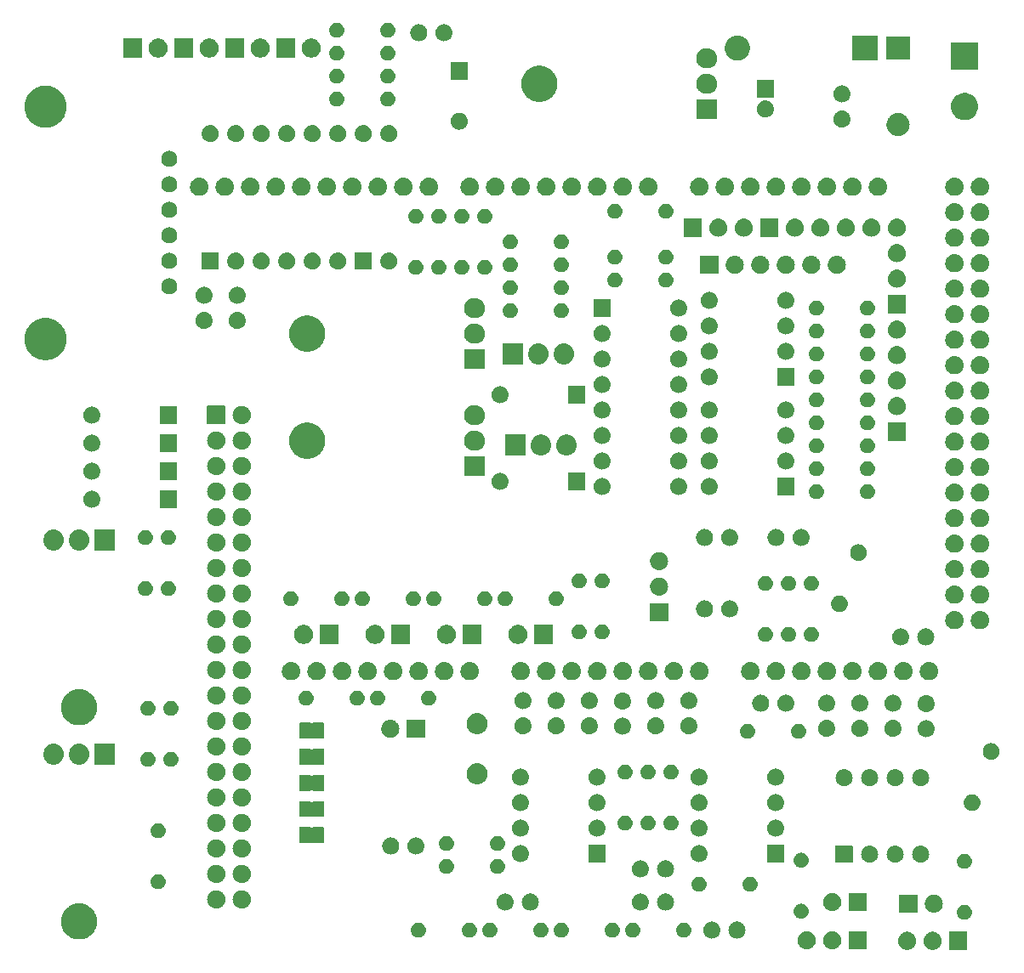
<source format=gbs>
G04 #@! TF.GenerationSoftware,KiCad,Pcbnew,7.0.9*
G04 #@! TF.CreationDate,2024-08-07T13:57:26-07:00*
G04 #@! TF.ProjectId,v0.4.3e,76302e34-2e33-4652-9e6b-696361645f70,4e*
G04 #@! TF.SameCoordinates,Original*
G04 #@! TF.FileFunction,Soldermask,Bot*
G04 #@! TF.FilePolarity,Negative*
%FSLAX46Y46*%
G04 Gerber Fmt 4.6, Leading zero omitted, Abs format (unit mm)*
G04 Created by KiCad (PCBNEW 7.0.9) date 2024-08-07 13:57:26*
%MOMM*%
%LPD*%
G01*
G04 APERTURE LIST*
G04 APERTURE END LIST*
G36*
X205223517Y-131234882D02*
G01*
X205240062Y-131245938D01*
X205251118Y-131262483D01*
X205255000Y-131282000D01*
X205255000Y-132982000D01*
X205251118Y-133001517D01*
X205240062Y-133018062D01*
X205223517Y-133029118D01*
X205204000Y-133033000D01*
X203504000Y-133033000D01*
X203484483Y-133029118D01*
X203467938Y-133018062D01*
X203456882Y-133001517D01*
X203453000Y-132982000D01*
X203453000Y-131282000D01*
X203456882Y-131262483D01*
X203467938Y-131245938D01*
X203484483Y-131234882D01*
X203504000Y-131231000D01*
X205204000Y-131231000D01*
X205223517Y-131234882D01*
G37*
G36*
X199317983Y-131235936D02*
G01*
X199368180Y-131235936D01*
X199411524Y-131245149D01*
X199449659Y-131248905D01*
X199497566Y-131263437D01*
X199552424Y-131275098D01*
X199587530Y-131290728D01*
X199618566Y-131300143D01*
X199667884Y-131326504D01*
X199724500Y-131351711D01*
X199750822Y-131370835D01*
X199774232Y-131383348D01*
X199821988Y-131422540D01*
X199876887Y-131462427D01*
X199894711Y-131482223D01*
X199910675Y-131495324D01*
X199953572Y-131547594D01*
X200002924Y-131602405D01*
X200013292Y-131620363D01*
X200022651Y-131631767D01*
X200057273Y-131696542D01*
X200097104Y-131765530D01*
X200101685Y-131779630D01*
X200105856Y-131787433D01*
X200128852Y-131863242D01*
X200155311Y-131944672D01*
X200156242Y-131953532D01*
X200157094Y-131956340D01*
X200165384Y-132040513D01*
X200175000Y-132132000D01*
X200165383Y-132223494D01*
X200157094Y-132307659D01*
X200156242Y-132310466D01*
X200155311Y-132319328D01*
X200128848Y-132400771D01*
X200105856Y-132476566D01*
X200101686Y-132484366D01*
X200097104Y-132498470D01*
X200057266Y-132567470D01*
X200022651Y-132632232D01*
X200013294Y-132643633D01*
X200002924Y-132661595D01*
X199953563Y-132716415D01*
X199910675Y-132768675D01*
X199894714Y-132781773D01*
X199876887Y-132801573D01*
X199821977Y-132841467D01*
X199774232Y-132880651D01*
X199750827Y-132893161D01*
X199724500Y-132912289D01*
X199667873Y-132937500D01*
X199618566Y-132963856D01*
X199587537Y-132973268D01*
X199552424Y-132988902D01*
X199497555Y-133000564D01*
X199449659Y-133015094D01*
X199411532Y-133018849D01*
X199368180Y-133028064D01*
X199317973Y-133028064D01*
X199274000Y-133032395D01*
X199230027Y-133028064D01*
X199179820Y-133028064D01*
X199136467Y-133018849D01*
X199098340Y-133015094D01*
X199050441Y-133000563D01*
X198995576Y-132988902D01*
X198960464Y-132973269D01*
X198929433Y-132963856D01*
X198880120Y-132937498D01*
X198823500Y-132912289D01*
X198797175Y-132893163D01*
X198773767Y-132880651D01*
X198726013Y-132841460D01*
X198671113Y-132801573D01*
X198653287Y-132781776D01*
X198637324Y-132768675D01*
X198594425Y-132716402D01*
X198545076Y-132661595D01*
X198534708Y-132643637D01*
X198525348Y-132632232D01*
X198490719Y-132567447D01*
X198450896Y-132498470D01*
X198446315Y-132484371D01*
X198442143Y-132476566D01*
X198419136Y-132400725D01*
X198392689Y-132319328D01*
X198391758Y-132310471D01*
X198390905Y-132307659D01*
X198382600Y-132223342D01*
X198373000Y-132132000D01*
X198382599Y-132040664D01*
X198390905Y-131956340D01*
X198391758Y-131953527D01*
X198392689Y-131944672D01*
X198419132Y-131863288D01*
X198442143Y-131787433D01*
X198446315Y-131779626D01*
X198450896Y-131765530D01*
X198490712Y-131696565D01*
X198525348Y-131631767D01*
X198534710Y-131620359D01*
X198545076Y-131602405D01*
X198594416Y-131547607D01*
X198637324Y-131495324D01*
X198653291Y-131482219D01*
X198671113Y-131462427D01*
X198726002Y-131422546D01*
X198773767Y-131383348D01*
X198797180Y-131370833D01*
X198823500Y-131351711D01*
X198880109Y-131326506D01*
X198929433Y-131300143D01*
X198960471Y-131290727D01*
X198995576Y-131275098D01*
X199050430Y-131263438D01*
X199098340Y-131248905D01*
X199136476Y-131245148D01*
X199179820Y-131235936D01*
X199230016Y-131235936D01*
X199274000Y-131231604D01*
X199317983Y-131235936D01*
G37*
G36*
X201857983Y-131235936D02*
G01*
X201908180Y-131235936D01*
X201951524Y-131245149D01*
X201989659Y-131248905D01*
X202037566Y-131263437D01*
X202092424Y-131275098D01*
X202127530Y-131290728D01*
X202158566Y-131300143D01*
X202207884Y-131326504D01*
X202264500Y-131351711D01*
X202290822Y-131370835D01*
X202314232Y-131383348D01*
X202361988Y-131422540D01*
X202416887Y-131462427D01*
X202434711Y-131482223D01*
X202450675Y-131495324D01*
X202493572Y-131547594D01*
X202542924Y-131602405D01*
X202553292Y-131620363D01*
X202562651Y-131631767D01*
X202597273Y-131696542D01*
X202637104Y-131765530D01*
X202641685Y-131779630D01*
X202645856Y-131787433D01*
X202668852Y-131863242D01*
X202695311Y-131944672D01*
X202696242Y-131953532D01*
X202697094Y-131956340D01*
X202705384Y-132040513D01*
X202715000Y-132132000D01*
X202705383Y-132223494D01*
X202697094Y-132307659D01*
X202696242Y-132310466D01*
X202695311Y-132319328D01*
X202668848Y-132400771D01*
X202645856Y-132476566D01*
X202641686Y-132484366D01*
X202637104Y-132498470D01*
X202597266Y-132567470D01*
X202562651Y-132632232D01*
X202553294Y-132643633D01*
X202542924Y-132661595D01*
X202493563Y-132716415D01*
X202450675Y-132768675D01*
X202434714Y-132781773D01*
X202416887Y-132801573D01*
X202361977Y-132841467D01*
X202314232Y-132880651D01*
X202290827Y-132893161D01*
X202264500Y-132912289D01*
X202207873Y-132937500D01*
X202158566Y-132963856D01*
X202127537Y-132973268D01*
X202092424Y-132988902D01*
X202037555Y-133000564D01*
X201989659Y-133015094D01*
X201951532Y-133018849D01*
X201908180Y-133028064D01*
X201857973Y-133028064D01*
X201814000Y-133032395D01*
X201770027Y-133028064D01*
X201719820Y-133028064D01*
X201676467Y-133018849D01*
X201638340Y-133015094D01*
X201590441Y-133000563D01*
X201535576Y-132988902D01*
X201500464Y-132973269D01*
X201469433Y-132963856D01*
X201420120Y-132937498D01*
X201363500Y-132912289D01*
X201337175Y-132893163D01*
X201313767Y-132880651D01*
X201266013Y-132841460D01*
X201211113Y-132801573D01*
X201193287Y-132781776D01*
X201177324Y-132768675D01*
X201134425Y-132716402D01*
X201085076Y-132661595D01*
X201074708Y-132643637D01*
X201065348Y-132632232D01*
X201030719Y-132567447D01*
X200990896Y-132498470D01*
X200986315Y-132484371D01*
X200982143Y-132476566D01*
X200959136Y-132400725D01*
X200932689Y-132319328D01*
X200931758Y-132310471D01*
X200930905Y-132307659D01*
X200922600Y-132223342D01*
X200913000Y-132132000D01*
X200922599Y-132040664D01*
X200930905Y-131956340D01*
X200931758Y-131953527D01*
X200932689Y-131944672D01*
X200959132Y-131863288D01*
X200982143Y-131787433D01*
X200986315Y-131779626D01*
X200990896Y-131765530D01*
X201030712Y-131696565D01*
X201065348Y-131631767D01*
X201074710Y-131620359D01*
X201085076Y-131602405D01*
X201134416Y-131547607D01*
X201177324Y-131495324D01*
X201193291Y-131482219D01*
X201211113Y-131462427D01*
X201266002Y-131422546D01*
X201313767Y-131383348D01*
X201337180Y-131370833D01*
X201363500Y-131351711D01*
X201420109Y-131326506D01*
X201469433Y-131300143D01*
X201500471Y-131290727D01*
X201535576Y-131275098D01*
X201590430Y-131263438D01*
X201638340Y-131248905D01*
X201676476Y-131245148D01*
X201719820Y-131235936D01*
X201770016Y-131235936D01*
X201814000Y-131231604D01*
X201857983Y-131235936D01*
G37*
G36*
X195223517Y-131182882D02*
G01*
X195240062Y-131193938D01*
X195251118Y-131210483D01*
X195255000Y-131230000D01*
X195255000Y-132930000D01*
X195251118Y-132949517D01*
X195240062Y-132966062D01*
X195223517Y-132977118D01*
X195204000Y-132981000D01*
X193504000Y-132981000D01*
X193484483Y-132977118D01*
X193467938Y-132966062D01*
X193456882Y-132949517D01*
X193453000Y-132930000D01*
X193453000Y-131230000D01*
X193456882Y-131210483D01*
X193467938Y-131193938D01*
X193484483Y-131182882D01*
X193504000Y-131179000D01*
X195204000Y-131179000D01*
X195223517Y-131182882D01*
G37*
G36*
X189317983Y-131183936D02*
G01*
X189368180Y-131183936D01*
X189411524Y-131193149D01*
X189449659Y-131196905D01*
X189497566Y-131211437D01*
X189552424Y-131223098D01*
X189587530Y-131238728D01*
X189618566Y-131248143D01*
X189667884Y-131274504D01*
X189724500Y-131299711D01*
X189750822Y-131318835D01*
X189774232Y-131331348D01*
X189821988Y-131370540D01*
X189876887Y-131410427D01*
X189894711Y-131430223D01*
X189910675Y-131443324D01*
X189953572Y-131495594D01*
X190002924Y-131550405D01*
X190013292Y-131568363D01*
X190022651Y-131579767D01*
X190057273Y-131644542D01*
X190097104Y-131713530D01*
X190101685Y-131727630D01*
X190105856Y-131735433D01*
X190128852Y-131811242D01*
X190155311Y-131892672D01*
X190156242Y-131901532D01*
X190157094Y-131904340D01*
X190165384Y-131988513D01*
X190175000Y-132080000D01*
X190165383Y-132171494D01*
X190157094Y-132255659D01*
X190156242Y-132258466D01*
X190155311Y-132267328D01*
X190128848Y-132348771D01*
X190105856Y-132424566D01*
X190101686Y-132432366D01*
X190097104Y-132446470D01*
X190057266Y-132515470D01*
X190022651Y-132580232D01*
X190013294Y-132591633D01*
X190002924Y-132609595D01*
X189953563Y-132664415D01*
X189910675Y-132716675D01*
X189894714Y-132729773D01*
X189876887Y-132749573D01*
X189821977Y-132789467D01*
X189774232Y-132828651D01*
X189750827Y-132841161D01*
X189724500Y-132860289D01*
X189667873Y-132885500D01*
X189618566Y-132911856D01*
X189587537Y-132921268D01*
X189552424Y-132936902D01*
X189497555Y-132948564D01*
X189449659Y-132963094D01*
X189411532Y-132966849D01*
X189368180Y-132976064D01*
X189317973Y-132976064D01*
X189274000Y-132980395D01*
X189230027Y-132976064D01*
X189179820Y-132976064D01*
X189136467Y-132966849D01*
X189098340Y-132963094D01*
X189050441Y-132948563D01*
X188995576Y-132936902D01*
X188960464Y-132921269D01*
X188929433Y-132911856D01*
X188880120Y-132885498D01*
X188823500Y-132860289D01*
X188797175Y-132841163D01*
X188773767Y-132828651D01*
X188726013Y-132789460D01*
X188671113Y-132749573D01*
X188653287Y-132729776D01*
X188637324Y-132716675D01*
X188594425Y-132664402D01*
X188545076Y-132609595D01*
X188534708Y-132591637D01*
X188525348Y-132580232D01*
X188490719Y-132515447D01*
X188450896Y-132446470D01*
X188446315Y-132432371D01*
X188442143Y-132424566D01*
X188419136Y-132348725D01*
X188392689Y-132267328D01*
X188391758Y-132258471D01*
X188390905Y-132255659D01*
X188382600Y-132171342D01*
X188373000Y-132080000D01*
X188382599Y-131988664D01*
X188390905Y-131904340D01*
X188391758Y-131901527D01*
X188392689Y-131892672D01*
X188419132Y-131811288D01*
X188442143Y-131735433D01*
X188446315Y-131727626D01*
X188450896Y-131713530D01*
X188490712Y-131644565D01*
X188525348Y-131579767D01*
X188534710Y-131568359D01*
X188545076Y-131550405D01*
X188594416Y-131495607D01*
X188637324Y-131443324D01*
X188653291Y-131430219D01*
X188671113Y-131410427D01*
X188726002Y-131370546D01*
X188773767Y-131331348D01*
X188797180Y-131318833D01*
X188823500Y-131299711D01*
X188880109Y-131274506D01*
X188929433Y-131248143D01*
X188960471Y-131238727D01*
X188995576Y-131223098D01*
X189050430Y-131211438D01*
X189098340Y-131196905D01*
X189136476Y-131193148D01*
X189179820Y-131183936D01*
X189230016Y-131183936D01*
X189274000Y-131179604D01*
X189317983Y-131183936D01*
G37*
G36*
X191857983Y-131183936D02*
G01*
X191908180Y-131183936D01*
X191951524Y-131193149D01*
X191989659Y-131196905D01*
X192037566Y-131211437D01*
X192092424Y-131223098D01*
X192127530Y-131238728D01*
X192158566Y-131248143D01*
X192207884Y-131274504D01*
X192264500Y-131299711D01*
X192290822Y-131318835D01*
X192314232Y-131331348D01*
X192361988Y-131370540D01*
X192416887Y-131410427D01*
X192434711Y-131430223D01*
X192450675Y-131443324D01*
X192493572Y-131495594D01*
X192542924Y-131550405D01*
X192553292Y-131568363D01*
X192562651Y-131579767D01*
X192597273Y-131644542D01*
X192637104Y-131713530D01*
X192641685Y-131727630D01*
X192645856Y-131735433D01*
X192668852Y-131811242D01*
X192695311Y-131892672D01*
X192696242Y-131901532D01*
X192697094Y-131904340D01*
X192705384Y-131988513D01*
X192715000Y-132080000D01*
X192705383Y-132171494D01*
X192697094Y-132255659D01*
X192696242Y-132258466D01*
X192695311Y-132267328D01*
X192668848Y-132348771D01*
X192645856Y-132424566D01*
X192641686Y-132432366D01*
X192637104Y-132446470D01*
X192597266Y-132515470D01*
X192562651Y-132580232D01*
X192553294Y-132591633D01*
X192542924Y-132609595D01*
X192493563Y-132664415D01*
X192450675Y-132716675D01*
X192434714Y-132729773D01*
X192416887Y-132749573D01*
X192361977Y-132789467D01*
X192314232Y-132828651D01*
X192290827Y-132841161D01*
X192264500Y-132860289D01*
X192207873Y-132885500D01*
X192158566Y-132911856D01*
X192127537Y-132921268D01*
X192092424Y-132936902D01*
X192037555Y-132948564D01*
X191989659Y-132963094D01*
X191951532Y-132966849D01*
X191908180Y-132976064D01*
X191857973Y-132976064D01*
X191814000Y-132980395D01*
X191770027Y-132976064D01*
X191719820Y-132976064D01*
X191676467Y-132966849D01*
X191638340Y-132963094D01*
X191590441Y-132948563D01*
X191535576Y-132936902D01*
X191500464Y-132921269D01*
X191469433Y-132911856D01*
X191420120Y-132885498D01*
X191363500Y-132860289D01*
X191337175Y-132841163D01*
X191313767Y-132828651D01*
X191266013Y-132789460D01*
X191211113Y-132749573D01*
X191193287Y-132729776D01*
X191177324Y-132716675D01*
X191134425Y-132664402D01*
X191085076Y-132609595D01*
X191074708Y-132591637D01*
X191065348Y-132580232D01*
X191030719Y-132515447D01*
X190990896Y-132446470D01*
X190986315Y-132432371D01*
X190982143Y-132424566D01*
X190959136Y-132348725D01*
X190932689Y-132267328D01*
X190931758Y-132258471D01*
X190930905Y-132255659D01*
X190922600Y-132171342D01*
X190913000Y-132080000D01*
X190922599Y-131988664D01*
X190930905Y-131904340D01*
X190931758Y-131901527D01*
X190932689Y-131892672D01*
X190959132Y-131811288D01*
X190982143Y-131735433D01*
X190986315Y-131727626D01*
X190990896Y-131713530D01*
X191030712Y-131644565D01*
X191065348Y-131579767D01*
X191074710Y-131568359D01*
X191085076Y-131550405D01*
X191134416Y-131495607D01*
X191177324Y-131443324D01*
X191193291Y-131430219D01*
X191211113Y-131410427D01*
X191266002Y-131370546D01*
X191313767Y-131331348D01*
X191337180Y-131318833D01*
X191363500Y-131299711D01*
X191420109Y-131274506D01*
X191469433Y-131248143D01*
X191500471Y-131238727D01*
X191535576Y-131223098D01*
X191590430Y-131211438D01*
X191638340Y-131196905D01*
X191676476Y-131193148D01*
X191719820Y-131183936D01*
X191770016Y-131183936D01*
X191814000Y-131179604D01*
X191857983Y-131183936D01*
G37*
G36*
X116905951Y-128402036D02*
G01*
X116974589Y-128402036D01*
X117036570Y-128411378D01*
X117096269Y-128415648D01*
X117167044Y-128431044D01*
X117240760Y-128442155D01*
X117294924Y-128458862D01*
X117347305Y-128470257D01*
X117421110Y-128497785D01*
X117497979Y-128521496D01*
X117543658Y-128543493D01*
X117588030Y-128560044D01*
X117662770Y-128600855D01*
X117740500Y-128638288D01*
X117777412Y-128663454D01*
X117813522Y-128683172D01*
X117886907Y-128738107D01*
X117962905Y-128789922D01*
X117991220Y-128816194D01*
X118019192Y-128837134D01*
X118088708Y-128906650D01*
X118160226Y-128973009D01*
X118180540Y-128998482D01*
X118200865Y-129018807D01*
X118263896Y-129103007D01*
X118328056Y-129183461D01*
X118341317Y-129206429D01*
X118354827Y-129224477D01*
X118408719Y-129323173D01*
X118462645Y-129416575D01*
X118470119Y-129435618D01*
X118477955Y-129449969D01*
X118520138Y-129563066D01*
X118560987Y-129667146D01*
X118564184Y-129681157D01*
X118567742Y-129690694D01*
X118595789Y-129819626D01*
X118620884Y-129929575D01*
X118621502Y-129937830D01*
X118622351Y-129941730D01*
X118633985Y-130104395D01*
X118641000Y-130198000D01*
X118633984Y-130291612D01*
X118622351Y-130454269D01*
X118621502Y-130458168D01*
X118620884Y-130466425D01*
X118595784Y-130576393D01*
X118567742Y-130705305D01*
X118564185Y-130714840D01*
X118560987Y-130728854D01*
X118520131Y-130832952D01*
X118477955Y-130946030D01*
X118470120Y-130960377D01*
X118462645Y-130979425D01*
X118408709Y-131072843D01*
X118354827Y-131171522D01*
X118341319Y-131189565D01*
X118328056Y-131212539D01*
X118263884Y-131293007D01*
X118200865Y-131377192D01*
X118180544Y-131397512D01*
X118160226Y-131422991D01*
X118088694Y-131489362D01*
X118019192Y-131558865D01*
X117991225Y-131579800D01*
X117962905Y-131606078D01*
X117886892Y-131657902D01*
X117813522Y-131712827D01*
X117777420Y-131732540D01*
X117740500Y-131757712D01*
X117662755Y-131795151D01*
X117588030Y-131835955D01*
X117543667Y-131852501D01*
X117497979Y-131874504D01*
X117421094Y-131898219D01*
X117347305Y-131925742D01*
X117294935Y-131937134D01*
X117240760Y-131953845D01*
X117167029Y-131964958D01*
X117096269Y-131980351D01*
X117036582Y-131984619D01*
X116974589Y-131993964D01*
X116905937Y-131993964D01*
X116840000Y-131998680D01*
X116774062Y-131993964D01*
X116705411Y-131993964D01*
X116643418Y-131984620D01*
X116583730Y-131980351D01*
X116512967Y-131964957D01*
X116439240Y-131953845D01*
X116385066Y-131937134D01*
X116332694Y-131925742D01*
X116258899Y-131898217D01*
X116182021Y-131874504D01*
X116136336Y-131852503D01*
X116091969Y-131835955D01*
X116017236Y-131795147D01*
X115939500Y-131757712D01*
X115902583Y-131732542D01*
X115866477Y-131712827D01*
X115793095Y-131657894D01*
X115717095Y-131606078D01*
X115688778Y-131579803D01*
X115660807Y-131558865D01*
X115591291Y-131489349D01*
X115519774Y-131422991D01*
X115499459Y-131397517D01*
X115479134Y-131377192D01*
X115416099Y-131292986D01*
X115351944Y-131212539D01*
X115338683Y-131189571D01*
X115325172Y-131171522D01*
X115271272Y-131072812D01*
X115217355Y-130979425D01*
X115209882Y-130960384D01*
X115202044Y-130946030D01*
X115159848Y-130832901D01*
X115119013Y-130728854D01*
X115115816Y-130714847D01*
X115112257Y-130705305D01*
X115084193Y-130576300D01*
X115059116Y-130466425D01*
X115058497Y-130458175D01*
X115057648Y-130454269D01*
X115045993Y-130291319D01*
X115039000Y-130198000D01*
X115045992Y-130104687D01*
X115057648Y-129941730D01*
X115058497Y-129937823D01*
X115059116Y-129929575D01*
X115084189Y-129819720D01*
X115112257Y-129690694D01*
X115115816Y-129681150D01*
X115119013Y-129667146D01*
X115159840Y-129563118D01*
X115202044Y-129449969D01*
X115209883Y-129435612D01*
X115217355Y-129416575D01*
X115271262Y-129323205D01*
X115325172Y-129224477D01*
X115338686Y-129206424D01*
X115351944Y-129183461D01*
X115416086Y-129103028D01*
X115479134Y-129018807D01*
X115499463Y-128998477D01*
X115519774Y-128973009D01*
X115591277Y-128906663D01*
X115660807Y-128837134D01*
X115688783Y-128816190D01*
X115717095Y-128789922D01*
X115793080Y-128738115D01*
X115866477Y-128683172D01*
X115902591Y-128663452D01*
X115939500Y-128638288D01*
X116017220Y-128600859D01*
X116091969Y-128560044D01*
X116136345Y-128543492D01*
X116182021Y-128521496D01*
X116258884Y-128497787D01*
X116332694Y-128470257D01*
X116385077Y-128458861D01*
X116439240Y-128442155D01*
X116512952Y-128431044D01*
X116583730Y-128415648D01*
X116643430Y-128411378D01*
X116705411Y-128402036D01*
X116774048Y-128402036D01*
X116840000Y-128397319D01*
X116905951Y-128402036D01*
G37*
G36*
X179873199Y-130217662D02*
G01*
X179920954Y-130217662D01*
X179962194Y-130226427D01*
X179997901Y-130229945D01*
X180042759Y-130243552D01*
X180094973Y-130254651D01*
X180128384Y-130269526D01*
X180157435Y-130278339D01*
X180203602Y-130303015D01*
X180257500Y-130327012D01*
X180282554Y-130345215D01*
X180304453Y-130356920D01*
X180349128Y-130393584D01*
X180401430Y-130431584D01*
X180418411Y-130450443D01*
X180433320Y-130462679D01*
X180473387Y-130511501D01*
X180520473Y-130563795D01*
X180530364Y-130580927D01*
X180539079Y-130591546D01*
X180571306Y-130651840D01*
X180609427Y-130717867D01*
X180613813Y-130731368D01*
X180617660Y-130738564D01*
X180638861Y-130808455D01*
X180664404Y-130887067D01*
X180665303Y-130895623D01*
X180666054Y-130898098D01*
X180673371Y-130972389D01*
X180683000Y-131064000D01*
X180673370Y-131155619D01*
X180666054Y-131229901D01*
X180665303Y-131232375D01*
X180664404Y-131240933D01*
X180638856Y-131319558D01*
X180617660Y-131389435D01*
X180613814Y-131396629D01*
X180609427Y-131410133D01*
X180571299Y-131476172D01*
X180539079Y-131536453D01*
X180530366Y-131547069D01*
X180520473Y-131564205D01*
X180473378Y-131616509D01*
X180433320Y-131665320D01*
X180418414Y-131677552D01*
X180401430Y-131696416D01*
X180349118Y-131734423D01*
X180304453Y-131771079D01*
X180282559Y-131782780D01*
X180257500Y-131800988D01*
X180203591Y-131824989D01*
X180157435Y-131849660D01*
X180128391Y-131858470D01*
X180094973Y-131873349D01*
X180042748Y-131884449D01*
X179997901Y-131898054D01*
X179962203Y-131901570D01*
X179920954Y-131910338D01*
X179873188Y-131910338D01*
X179832000Y-131914395D01*
X179790811Y-131910338D01*
X179743046Y-131910338D01*
X179701797Y-131901570D01*
X179666098Y-131898054D01*
X179621248Y-131884448D01*
X179569027Y-131873349D01*
X179535610Y-131858471D01*
X179506564Y-131849660D01*
X179460402Y-131824986D01*
X179406500Y-131800988D01*
X179381443Y-131782783D01*
X179359546Y-131771079D01*
X179314873Y-131734416D01*
X179262570Y-131696416D01*
X179245588Y-131677555D01*
X179230679Y-131665320D01*
X179190610Y-131616496D01*
X179143527Y-131564205D01*
X179133636Y-131547073D01*
X179124920Y-131536453D01*
X179092687Y-131476148D01*
X179054573Y-131410133D01*
X179050186Y-131396634D01*
X179046339Y-131389435D01*
X179025128Y-131319512D01*
X178999596Y-131240933D01*
X178998697Y-131232380D01*
X178997945Y-131229901D01*
X178990613Y-131155467D01*
X178981000Y-131064000D01*
X178990612Y-130972540D01*
X178997945Y-130898098D01*
X178998697Y-130895618D01*
X178999596Y-130887067D01*
X179025123Y-130808502D01*
X179046339Y-130738564D01*
X179050187Y-130731363D01*
X179054573Y-130717867D01*
X179092680Y-130651863D01*
X179124920Y-130591546D01*
X179133638Y-130580923D01*
X179143527Y-130563795D01*
X179190601Y-130511513D01*
X179230679Y-130462679D01*
X179245591Y-130450440D01*
X179262570Y-130431584D01*
X179314862Y-130393591D01*
X179359546Y-130356920D01*
X179381448Y-130345213D01*
X179406500Y-130327012D01*
X179460391Y-130303018D01*
X179506564Y-130278339D01*
X179535617Y-130269525D01*
X179569027Y-130254651D01*
X179621237Y-130243553D01*
X179666098Y-130229945D01*
X179701806Y-130226427D01*
X179743046Y-130217662D01*
X179790801Y-130217662D01*
X179832000Y-130213604D01*
X179873199Y-130217662D01*
G37*
G36*
X182373199Y-130217662D02*
G01*
X182420954Y-130217662D01*
X182462194Y-130226427D01*
X182497901Y-130229945D01*
X182542759Y-130243552D01*
X182594973Y-130254651D01*
X182628384Y-130269526D01*
X182657435Y-130278339D01*
X182703602Y-130303015D01*
X182757500Y-130327012D01*
X182782554Y-130345215D01*
X182804453Y-130356920D01*
X182849128Y-130393584D01*
X182901430Y-130431584D01*
X182918411Y-130450443D01*
X182933320Y-130462679D01*
X182973387Y-130511501D01*
X183020473Y-130563795D01*
X183030364Y-130580927D01*
X183039079Y-130591546D01*
X183071306Y-130651840D01*
X183109427Y-130717867D01*
X183113813Y-130731368D01*
X183117660Y-130738564D01*
X183138861Y-130808455D01*
X183164404Y-130887067D01*
X183165303Y-130895623D01*
X183166054Y-130898098D01*
X183173371Y-130972389D01*
X183183000Y-131064000D01*
X183173370Y-131155619D01*
X183166054Y-131229901D01*
X183165303Y-131232375D01*
X183164404Y-131240933D01*
X183138856Y-131319558D01*
X183117660Y-131389435D01*
X183113814Y-131396629D01*
X183109427Y-131410133D01*
X183071299Y-131476172D01*
X183039079Y-131536453D01*
X183030366Y-131547069D01*
X183020473Y-131564205D01*
X182973378Y-131616509D01*
X182933320Y-131665320D01*
X182918414Y-131677552D01*
X182901430Y-131696416D01*
X182849118Y-131734423D01*
X182804453Y-131771079D01*
X182782559Y-131782780D01*
X182757500Y-131800988D01*
X182703591Y-131824989D01*
X182657435Y-131849660D01*
X182628391Y-131858470D01*
X182594973Y-131873349D01*
X182542748Y-131884449D01*
X182497901Y-131898054D01*
X182462203Y-131901570D01*
X182420954Y-131910338D01*
X182373188Y-131910338D01*
X182332000Y-131914395D01*
X182290811Y-131910338D01*
X182243046Y-131910338D01*
X182201797Y-131901570D01*
X182166098Y-131898054D01*
X182121248Y-131884448D01*
X182069027Y-131873349D01*
X182035610Y-131858471D01*
X182006564Y-131849660D01*
X181960402Y-131824986D01*
X181906500Y-131800988D01*
X181881443Y-131782783D01*
X181859546Y-131771079D01*
X181814873Y-131734416D01*
X181762570Y-131696416D01*
X181745588Y-131677555D01*
X181730679Y-131665320D01*
X181690610Y-131616496D01*
X181643527Y-131564205D01*
X181633636Y-131547073D01*
X181624920Y-131536453D01*
X181592687Y-131476148D01*
X181554573Y-131410133D01*
X181550186Y-131396634D01*
X181546339Y-131389435D01*
X181525128Y-131319512D01*
X181499596Y-131240933D01*
X181498697Y-131232380D01*
X181497945Y-131229901D01*
X181490613Y-131155467D01*
X181481000Y-131064000D01*
X181490612Y-130972540D01*
X181497945Y-130898098D01*
X181498697Y-130895618D01*
X181499596Y-130887067D01*
X181525123Y-130808502D01*
X181546339Y-130738564D01*
X181550187Y-130731363D01*
X181554573Y-130717867D01*
X181592680Y-130651863D01*
X181624920Y-130591546D01*
X181633638Y-130580923D01*
X181643527Y-130563795D01*
X181690601Y-130511513D01*
X181730679Y-130462679D01*
X181745591Y-130450440D01*
X181762570Y-130431584D01*
X181814862Y-130393591D01*
X181859546Y-130356920D01*
X181881448Y-130345213D01*
X181906500Y-130327012D01*
X181960391Y-130303018D01*
X182006564Y-130278339D01*
X182035617Y-130269525D01*
X182069027Y-130254651D01*
X182121237Y-130243553D01*
X182166098Y-130229945D01*
X182201806Y-130226427D01*
X182243046Y-130217662D01*
X182290801Y-130217662D01*
X182332000Y-130213604D01*
X182373199Y-130217662D01*
G37*
G36*
X150664593Y-130317799D02*
G01*
X150700428Y-130317799D01*
X150740854Y-130326391D01*
X150789113Y-130331829D01*
X150824201Y-130344106D01*
X150853861Y-130350411D01*
X150896599Y-130369440D01*
X150947847Y-130387372D01*
X150974525Y-130404135D01*
X150997155Y-130414211D01*
X151039356Y-130444871D01*
X151090241Y-130476845D01*
X151108511Y-130495115D01*
X151124056Y-130506409D01*
X151162483Y-130549087D01*
X151209155Y-130595759D01*
X151219892Y-130612847D01*
X151229014Y-130622978D01*
X151260216Y-130677022D01*
X151298628Y-130738153D01*
X151303423Y-130751859D01*
X151307444Y-130758822D01*
X151328031Y-130822183D01*
X151354171Y-130896887D01*
X151355162Y-130905684D01*
X151355915Y-130908001D01*
X151362743Y-130972971D01*
X151373000Y-131064000D01*
X151362742Y-131155036D01*
X151355915Y-131219998D01*
X151355162Y-131222314D01*
X151354171Y-131231113D01*
X151328026Y-131305829D01*
X151307444Y-131369177D01*
X151303424Y-131376138D01*
X151298628Y-131389847D01*
X151260209Y-131450988D01*
X151229014Y-131505021D01*
X151219894Y-131515149D01*
X151209155Y-131532241D01*
X151162474Y-131578921D01*
X151124056Y-131621590D01*
X151108514Y-131632881D01*
X151090241Y-131651155D01*
X151039345Y-131683134D01*
X150997155Y-131713788D01*
X150974531Y-131723860D01*
X150947847Y-131740628D01*
X150896589Y-131758563D01*
X150853861Y-131777588D01*
X150824207Y-131783891D01*
X150789113Y-131796171D01*
X150740851Y-131801608D01*
X150700428Y-131810201D01*
X150664593Y-131810201D01*
X150622000Y-131815000D01*
X150579407Y-131810201D01*
X150543572Y-131810201D01*
X150503147Y-131801608D01*
X150454887Y-131796171D01*
X150419793Y-131783891D01*
X150390138Y-131777588D01*
X150347405Y-131758562D01*
X150296153Y-131740628D01*
X150269470Y-131723862D01*
X150246844Y-131713788D01*
X150204646Y-131683130D01*
X150153759Y-131651155D01*
X150135487Y-131632883D01*
X150119943Y-131621590D01*
X150081515Y-131578911D01*
X150034845Y-131532241D01*
X150024107Y-131515152D01*
X150014985Y-131505021D01*
X149983777Y-131450968D01*
X149945372Y-131389847D01*
X149940576Y-131376142D01*
X149936555Y-131369177D01*
X149915959Y-131305789D01*
X149889829Y-131231113D01*
X149888838Y-131222319D01*
X149888084Y-131219998D01*
X149881242Y-131154904D01*
X149871000Y-131064000D01*
X149881241Y-130973103D01*
X149888084Y-130908001D01*
X149888838Y-130905679D01*
X149889829Y-130896887D01*
X149915954Y-130822223D01*
X149936555Y-130758822D01*
X149940577Y-130751854D01*
X149945372Y-130738153D01*
X149983770Y-130677042D01*
X150014985Y-130622978D01*
X150024109Y-130612843D01*
X150034845Y-130595759D01*
X150081506Y-130549097D01*
X150119942Y-130506410D01*
X150135490Y-130495113D01*
X150153759Y-130476845D01*
X150204640Y-130444873D01*
X150246846Y-130414210D01*
X150269476Y-130404133D01*
X150296153Y-130387372D01*
X150347395Y-130369441D01*
X150390138Y-130350411D01*
X150419799Y-130344106D01*
X150454887Y-130331829D01*
X150503144Y-130326391D01*
X150543572Y-130317799D01*
X150579407Y-130317799D01*
X150622000Y-130313000D01*
X150664593Y-130317799D01*
G37*
G36*
X155744593Y-130317799D02*
G01*
X155780428Y-130317799D01*
X155820854Y-130326391D01*
X155869113Y-130331829D01*
X155904201Y-130344106D01*
X155933861Y-130350411D01*
X155976599Y-130369440D01*
X156027847Y-130387372D01*
X156054525Y-130404135D01*
X156077155Y-130414211D01*
X156119356Y-130444871D01*
X156170241Y-130476845D01*
X156188511Y-130495115D01*
X156204056Y-130506409D01*
X156242483Y-130549087D01*
X156289155Y-130595759D01*
X156299892Y-130612847D01*
X156309014Y-130622978D01*
X156340216Y-130677022D01*
X156378628Y-130738153D01*
X156383423Y-130751859D01*
X156387444Y-130758822D01*
X156408031Y-130822183D01*
X156434171Y-130896887D01*
X156435162Y-130905684D01*
X156435915Y-130908001D01*
X156442743Y-130972971D01*
X156453000Y-131064000D01*
X156442742Y-131155036D01*
X156435915Y-131219998D01*
X156435162Y-131222314D01*
X156434171Y-131231113D01*
X156408026Y-131305829D01*
X156387444Y-131369177D01*
X156383424Y-131376138D01*
X156378628Y-131389847D01*
X156340209Y-131450988D01*
X156309014Y-131505021D01*
X156299894Y-131515149D01*
X156289155Y-131532241D01*
X156242474Y-131578921D01*
X156204056Y-131621590D01*
X156188514Y-131632881D01*
X156170241Y-131651155D01*
X156119345Y-131683134D01*
X156077155Y-131713788D01*
X156054531Y-131723860D01*
X156027847Y-131740628D01*
X155976589Y-131758563D01*
X155933861Y-131777588D01*
X155904207Y-131783891D01*
X155869113Y-131796171D01*
X155820851Y-131801608D01*
X155780428Y-131810201D01*
X155744593Y-131810201D01*
X155702000Y-131815000D01*
X155659407Y-131810201D01*
X155623572Y-131810201D01*
X155583147Y-131801608D01*
X155534887Y-131796171D01*
X155499793Y-131783891D01*
X155470138Y-131777588D01*
X155427405Y-131758562D01*
X155376153Y-131740628D01*
X155349470Y-131723862D01*
X155326844Y-131713788D01*
X155284646Y-131683130D01*
X155233759Y-131651155D01*
X155215487Y-131632883D01*
X155199943Y-131621590D01*
X155161515Y-131578911D01*
X155114845Y-131532241D01*
X155104107Y-131515152D01*
X155094985Y-131505021D01*
X155063777Y-131450968D01*
X155025372Y-131389847D01*
X155020576Y-131376142D01*
X155016555Y-131369177D01*
X154995959Y-131305789D01*
X154969829Y-131231113D01*
X154968838Y-131222319D01*
X154968084Y-131219998D01*
X154961242Y-131154904D01*
X154951000Y-131064000D01*
X154961241Y-130973103D01*
X154968084Y-130908001D01*
X154968838Y-130905679D01*
X154969829Y-130896887D01*
X154995954Y-130822223D01*
X155016555Y-130758822D01*
X155020577Y-130751854D01*
X155025372Y-130738153D01*
X155063770Y-130677042D01*
X155094985Y-130622978D01*
X155104109Y-130612843D01*
X155114845Y-130595759D01*
X155161506Y-130549097D01*
X155199942Y-130506410D01*
X155215490Y-130495113D01*
X155233759Y-130476845D01*
X155284640Y-130444873D01*
X155326846Y-130414210D01*
X155349476Y-130404133D01*
X155376153Y-130387372D01*
X155427395Y-130369441D01*
X155470138Y-130350411D01*
X155499799Y-130344106D01*
X155534887Y-130331829D01*
X155583144Y-130326391D01*
X155623572Y-130317799D01*
X155659407Y-130317799D01*
X155702000Y-130313000D01*
X155744593Y-130317799D01*
G37*
G36*
X157776593Y-130317799D02*
G01*
X157812428Y-130317799D01*
X157852854Y-130326391D01*
X157901113Y-130331829D01*
X157936201Y-130344106D01*
X157965861Y-130350411D01*
X158008599Y-130369440D01*
X158059847Y-130387372D01*
X158086525Y-130404135D01*
X158109155Y-130414211D01*
X158151356Y-130444871D01*
X158202241Y-130476845D01*
X158220511Y-130495115D01*
X158236056Y-130506409D01*
X158274483Y-130549087D01*
X158321155Y-130595759D01*
X158331892Y-130612847D01*
X158341014Y-130622978D01*
X158372216Y-130677022D01*
X158410628Y-130738153D01*
X158415423Y-130751859D01*
X158419444Y-130758822D01*
X158440031Y-130822183D01*
X158466171Y-130896887D01*
X158467162Y-130905684D01*
X158467915Y-130908001D01*
X158474743Y-130972971D01*
X158485000Y-131064000D01*
X158474742Y-131155036D01*
X158467915Y-131219998D01*
X158467162Y-131222314D01*
X158466171Y-131231113D01*
X158440026Y-131305829D01*
X158419444Y-131369177D01*
X158415424Y-131376138D01*
X158410628Y-131389847D01*
X158372209Y-131450988D01*
X158341014Y-131505021D01*
X158331894Y-131515149D01*
X158321155Y-131532241D01*
X158274474Y-131578921D01*
X158236056Y-131621590D01*
X158220514Y-131632881D01*
X158202241Y-131651155D01*
X158151345Y-131683134D01*
X158109155Y-131713788D01*
X158086531Y-131723860D01*
X158059847Y-131740628D01*
X158008589Y-131758563D01*
X157965861Y-131777588D01*
X157936207Y-131783891D01*
X157901113Y-131796171D01*
X157852851Y-131801608D01*
X157812428Y-131810201D01*
X157776593Y-131810201D01*
X157734000Y-131815000D01*
X157691407Y-131810201D01*
X157655572Y-131810201D01*
X157615147Y-131801608D01*
X157566887Y-131796171D01*
X157531793Y-131783891D01*
X157502138Y-131777588D01*
X157459405Y-131758562D01*
X157408153Y-131740628D01*
X157381470Y-131723862D01*
X157358844Y-131713788D01*
X157316646Y-131683130D01*
X157265759Y-131651155D01*
X157247487Y-131632883D01*
X157231943Y-131621590D01*
X157193515Y-131578911D01*
X157146845Y-131532241D01*
X157136107Y-131515152D01*
X157126985Y-131505021D01*
X157095777Y-131450968D01*
X157057372Y-131389847D01*
X157052576Y-131376142D01*
X157048555Y-131369177D01*
X157027959Y-131305789D01*
X157001829Y-131231113D01*
X157000838Y-131222319D01*
X157000084Y-131219998D01*
X156993242Y-131154904D01*
X156983000Y-131064000D01*
X156993241Y-130973103D01*
X157000084Y-130908001D01*
X157000838Y-130905679D01*
X157001829Y-130896887D01*
X157027954Y-130822223D01*
X157048555Y-130758822D01*
X157052577Y-130751854D01*
X157057372Y-130738153D01*
X157095770Y-130677042D01*
X157126985Y-130622978D01*
X157136109Y-130612843D01*
X157146845Y-130595759D01*
X157193506Y-130549097D01*
X157231942Y-130506410D01*
X157247490Y-130495113D01*
X157265759Y-130476845D01*
X157316640Y-130444873D01*
X157358846Y-130414210D01*
X157381476Y-130404133D01*
X157408153Y-130387372D01*
X157459395Y-130369441D01*
X157502138Y-130350411D01*
X157531799Y-130344106D01*
X157566887Y-130331829D01*
X157615144Y-130326391D01*
X157655572Y-130317799D01*
X157691407Y-130317799D01*
X157734000Y-130313000D01*
X157776593Y-130317799D01*
G37*
G36*
X162856593Y-130317799D02*
G01*
X162892428Y-130317799D01*
X162932854Y-130326391D01*
X162981113Y-130331829D01*
X163016201Y-130344106D01*
X163045861Y-130350411D01*
X163088599Y-130369440D01*
X163139847Y-130387372D01*
X163166525Y-130404135D01*
X163189155Y-130414211D01*
X163231356Y-130444871D01*
X163282241Y-130476845D01*
X163300511Y-130495115D01*
X163316056Y-130506409D01*
X163354483Y-130549087D01*
X163401155Y-130595759D01*
X163411892Y-130612847D01*
X163421014Y-130622978D01*
X163452216Y-130677022D01*
X163490628Y-130738153D01*
X163495423Y-130751859D01*
X163499444Y-130758822D01*
X163520031Y-130822183D01*
X163546171Y-130896887D01*
X163547162Y-130905684D01*
X163547915Y-130908001D01*
X163554743Y-130972971D01*
X163565000Y-131064000D01*
X163554742Y-131155036D01*
X163547915Y-131219998D01*
X163547162Y-131222314D01*
X163546171Y-131231113D01*
X163520026Y-131305829D01*
X163499444Y-131369177D01*
X163495424Y-131376138D01*
X163490628Y-131389847D01*
X163452209Y-131450988D01*
X163421014Y-131505021D01*
X163411894Y-131515149D01*
X163401155Y-131532241D01*
X163354474Y-131578921D01*
X163316056Y-131621590D01*
X163300514Y-131632881D01*
X163282241Y-131651155D01*
X163231345Y-131683134D01*
X163189155Y-131713788D01*
X163166531Y-131723860D01*
X163139847Y-131740628D01*
X163088589Y-131758563D01*
X163045861Y-131777588D01*
X163016207Y-131783891D01*
X162981113Y-131796171D01*
X162932851Y-131801608D01*
X162892428Y-131810201D01*
X162856593Y-131810201D01*
X162814000Y-131815000D01*
X162771407Y-131810201D01*
X162735572Y-131810201D01*
X162695147Y-131801608D01*
X162646887Y-131796171D01*
X162611793Y-131783891D01*
X162582138Y-131777588D01*
X162539405Y-131758562D01*
X162488153Y-131740628D01*
X162461470Y-131723862D01*
X162438844Y-131713788D01*
X162396646Y-131683130D01*
X162345759Y-131651155D01*
X162327487Y-131632883D01*
X162311943Y-131621590D01*
X162273515Y-131578911D01*
X162226845Y-131532241D01*
X162216107Y-131515152D01*
X162206985Y-131505021D01*
X162175777Y-131450968D01*
X162137372Y-131389847D01*
X162132576Y-131376142D01*
X162128555Y-131369177D01*
X162107959Y-131305789D01*
X162081829Y-131231113D01*
X162080838Y-131222319D01*
X162080084Y-131219998D01*
X162073242Y-131154904D01*
X162063000Y-131064000D01*
X162073241Y-130973103D01*
X162080084Y-130908001D01*
X162080838Y-130905679D01*
X162081829Y-130896887D01*
X162107954Y-130822223D01*
X162128555Y-130758822D01*
X162132577Y-130751854D01*
X162137372Y-130738153D01*
X162175770Y-130677042D01*
X162206985Y-130622978D01*
X162216109Y-130612843D01*
X162226845Y-130595759D01*
X162273506Y-130549097D01*
X162311942Y-130506410D01*
X162327490Y-130495113D01*
X162345759Y-130476845D01*
X162396640Y-130444873D01*
X162438846Y-130414210D01*
X162461476Y-130404133D01*
X162488153Y-130387372D01*
X162539395Y-130369441D01*
X162582138Y-130350411D01*
X162611799Y-130344106D01*
X162646887Y-130331829D01*
X162695144Y-130326391D01*
X162735572Y-130317799D01*
X162771407Y-130317799D01*
X162814000Y-130313000D01*
X162856593Y-130317799D01*
G37*
G36*
X164888593Y-130317799D02*
G01*
X164924428Y-130317799D01*
X164964854Y-130326391D01*
X165013113Y-130331829D01*
X165048201Y-130344106D01*
X165077861Y-130350411D01*
X165120599Y-130369440D01*
X165171847Y-130387372D01*
X165198525Y-130404135D01*
X165221155Y-130414211D01*
X165263356Y-130444871D01*
X165314241Y-130476845D01*
X165332511Y-130495115D01*
X165348056Y-130506409D01*
X165386483Y-130549087D01*
X165433155Y-130595759D01*
X165443892Y-130612847D01*
X165453014Y-130622978D01*
X165484216Y-130677022D01*
X165522628Y-130738153D01*
X165527423Y-130751859D01*
X165531444Y-130758822D01*
X165552031Y-130822183D01*
X165578171Y-130896887D01*
X165579162Y-130905684D01*
X165579915Y-130908001D01*
X165586743Y-130972971D01*
X165597000Y-131064000D01*
X165586742Y-131155036D01*
X165579915Y-131219998D01*
X165579162Y-131222314D01*
X165578171Y-131231113D01*
X165552026Y-131305829D01*
X165531444Y-131369177D01*
X165527424Y-131376138D01*
X165522628Y-131389847D01*
X165484209Y-131450988D01*
X165453014Y-131505021D01*
X165443894Y-131515149D01*
X165433155Y-131532241D01*
X165386474Y-131578921D01*
X165348056Y-131621590D01*
X165332514Y-131632881D01*
X165314241Y-131651155D01*
X165263345Y-131683134D01*
X165221155Y-131713788D01*
X165198531Y-131723860D01*
X165171847Y-131740628D01*
X165120589Y-131758563D01*
X165077861Y-131777588D01*
X165048207Y-131783891D01*
X165013113Y-131796171D01*
X164964851Y-131801608D01*
X164924428Y-131810201D01*
X164888593Y-131810201D01*
X164846000Y-131815000D01*
X164803407Y-131810201D01*
X164767572Y-131810201D01*
X164727147Y-131801608D01*
X164678887Y-131796171D01*
X164643793Y-131783891D01*
X164614138Y-131777588D01*
X164571405Y-131758562D01*
X164520153Y-131740628D01*
X164493470Y-131723862D01*
X164470844Y-131713788D01*
X164428646Y-131683130D01*
X164377759Y-131651155D01*
X164359487Y-131632883D01*
X164343943Y-131621590D01*
X164305515Y-131578911D01*
X164258845Y-131532241D01*
X164248107Y-131515152D01*
X164238985Y-131505021D01*
X164207777Y-131450968D01*
X164169372Y-131389847D01*
X164164576Y-131376142D01*
X164160555Y-131369177D01*
X164139959Y-131305789D01*
X164113829Y-131231113D01*
X164112838Y-131222319D01*
X164112084Y-131219998D01*
X164105242Y-131154904D01*
X164095000Y-131064000D01*
X164105241Y-130973103D01*
X164112084Y-130908001D01*
X164112838Y-130905679D01*
X164113829Y-130896887D01*
X164139954Y-130822223D01*
X164160555Y-130758822D01*
X164164577Y-130751854D01*
X164169372Y-130738153D01*
X164207770Y-130677042D01*
X164238985Y-130622978D01*
X164248109Y-130612843D01*
X164258845Y-130595759D01*
X164305506Y-130549097D01*
X164343942Y-130506410D01*
X164359490Y-130495113D01*
X164377759Y-130476845D01*
X164428640Y-130444873D01*
X164470846Y-130414210D01*
X164493476Y-130404133D01*
X164520153Y-130387372D01*
X164571395Y-130369441D01*
X164614138Y-130350411D01*
X164643799Y-130344106D01*
X164678887Y-130331829D01*
X164727144Y-130326391D01*
X164767572Y-130317799D01*
X164803407Y-130317799D01*
X164846000Y-130313000D01*
X164888593Y-130317799D01*
G37*
G36*
X169968593Y-130317799D02*
G01*
X170004428Y-130317799D01*
X170044854Y-130326391D01*
X170093113Y-130331829D01*
X170128201Y-130344106D01*
X170157861Y-130350411D01*
X170200599Y-130369440D01*
X170251847Y-130387372D01*
X170278525Y-130404135D01*
X170301155Y-130414211D01*
X170343356Y-130444871D01*
X170394241Y-130476845D01*
X170412511Y-130495115D01*
X170428056Y-130506409D01*
X170466483Y-130549087D01*
X170513155Y-130595759D01*
X170523892Y-130612847D01*
X170533014Y-130622978D01*
X170564216Y-130677022D01*
X170602628Y-130738153D01*
X170607423Y-130751859D01*
X170611444Y-130758822D01*
X170632031Y-130822183D01*
X170658171Y-130896887D01*
X170659162Y-130905684D01*
X170659915Y-130908001D01*
X170666743Y-130972971D01*
X170677000Y-131064000D01*
X170666742Y-131155036D01*
X170659915Y-131219998D01*
X170659162Y-131222314D01*
X170658171Y-131231113D01*
X170632026Y-131305829D01*
X170611444Y-131369177D01*
X170607424Y-131376138D01*
X170602628Y-131389847D01*
X170564209Y-131450988D01*
X170533014Y-131505021D01*
X170523894Y-131515149D01*
X170513155Y-131532241D01*
X170466474Y-131578921D01*
X170428056Y-131621590D01*
X170412514Y-131632881D01*
X170394241Y-131651155D01*
X170343345Y-131683134D01*
X170301155Y-131713788D01*
X170278531Y-131723860D01*
X170251847Y-131740628D01*
X170200589Y-131758563D01*
X170157861Y-131777588D01*
X170128207Y-131783891D01*
X170093113Y-131796171D01*
X170044851Y-131801608D01*
X170004428Y-131810201D01*
X169968593Y-131810201D01*
X169926000Y-131815000D01*
X169883407Y-131810201D01*
X169847572Y-131810201D01*
X169807147Y-131801608D01*
X169758887Y-131796171D01*
X169723793Y-131783891D01*
X169694138Y-131777588D01*
X169651405Y-131758562D01*
X169600153Y-131740628D01*
X169573470Y-131723862D01*
X169550844Y-131713788D01*
X169508646Y-131683130D01*
X169457759Y-131651155D01*
X169439487Y-131632883D01*
X169423943Y-131621590D01*
X169385515Y-131578911D01*
X169338845Y-131532241D01*
X169328107Y-131515152D01*
X169318985Y-131505021D01*
X169287777Y-131450968D01*
X169249372Y-131389847D01*
X169244576Y-131376142D01*
X169240555Y-131369177D01*
X169219959Y-131305789D01*
X169193829Y-131231113D01*
X169192838Y-131222319D01*
X169192084Y-131219998D01*
X169185242Y-131154904D01*
X169175000Y-131064000D01*
X169185241Y-130973103D01*
X169192084Y-130908001D01*
X169192838Y-130905679D01*
X169193829Y-130896887D01*
X169219954Y-130822223D01*
X169240555Y-130758822D01*
X169244577Y-130751854D01*
X169249372Y-130738153D01*
X169287770Y-130677042D01*
X169318985Y-130622978D01*
X169328109Y-130612843D01*
X169338845Y-130595759D01*
X169385506Y-130549097D01*
X169423942Y-130506410D01*
X169439490Y-130495113D01*
X169457759Y-130476845D01*
X169508640Y-130444873D01*
X169550846Y-130414210D01*
X169573476Y-130404133D01*
X169600153Y-130387372D01*
X169651395Y-130369441D01*
X169694138Y-130350411D01*
X169723799Y-130344106D01*
X169758887Y-130331829D01*
X169807144Y-130326391D01*
X169847572Y-130317799D01*
X169883407Y-130317799D01*
X169926000Y-130313000D01*
X169968593Y-130317799D01*
G37*
G36*
X172000593Y-130317799D02*
G01*
X172036428Y-130317799D01*
X172076854Y-130326391D01*
X172125113Y-130331829D01*
X172160201Y-130344106D01*
X172189861Y-130350411D01*
X172232599Y-130369440D01*
X172283847Y-130387372D01*
X172310525Y-130404135D01*
X172333155Y-130414211D01*
X172375356Y-130444871D01*
X172426241Y-130476845D01*
X172444511Y-130495115D01*
X172460056Y-130506409D01*
X172498483Y-130549087D01*
X172545155Y-130595759D01*
X172555892Y-130612847D01*
X172565014Y-130622978D01*
X172596216Y-130677022D01*
X172634628Y-130738153D01*
X172639423Y-130751859D01*
X172643444Y-130758822D01*
X172664031Y-130822183D01*
X172690171Y-130896887D01*
X172691162Y-130905684D01*
X172691915Y-130908001D01*
X172698743Y-130972971D01*
X172709000Y-131064000D01*
X172698742Y-131155036D01*
X172691915Y-131219998D01*
X172691162Y-131222314D01*
X172690171Y-131231113D01*
X172664026Y-131305829D01*
X172643444Y-131369177D01*
X172639424Y-131376138D01*
X172634628Y-131389847D01*
X172596209Y-131450988D01*
X172565014Y-131505021D01*
X172555894Y-131515149D01*
X172545155Y-131532241D01*
X172498474Y-131578921D01*
X172460056Y-131621590D01*
X172444514Y-131632881D01*
X172426241Y-131651155D01*
X172375345Y-131683134D01*
X172333155Y-131713788D01*
X172310531Y-131723860D01*
X172283847Y-131740628D01*
X172232589Y-131758563D01*
X172189861Y-131777588D01*
X172160207Y-131783891D01*
X172125113Y-131796171D01*
X172076851Y-131801608D01*
X172036428Y-131810201D01*
X172000593Y-131810201D01*
X171958000Y-131815000D01*
X171915407Y-131810201D01*
X171879572Y-131810201D01*
X171839147Y-131801608D01*
X171790887Y-131796171D01*
X171755793Y-131783891D01*
X171726138Y-131777588D01*
X171683405Y-131758562D01*
X171632153Y-131740628D01*
X171605470Y-131723862D01*
X171582844Y-131713788D01*
X171540646Y-131683130D01*
X171489759Y-131651155D01*
X171471487Y-131632883D01*
X171455943Y-131621590D01*
X171417515Y-131578911D01*
X171370845Y-131532241D01*
X171360107Y-131515152D01*
X171350985Y-131505021D01*
X171319777Y-131450968D01*
X171281372Y-131389847D01*
X171276576Y-131376142D01*
X171272555Y-131369177D01*
X171251959Y-131305789D01*
X171225829Y-131231113D01*
X171224838Y-131222319D01*
X171224084Y-131219998D01*
X171217242Y-131154904D01*
X171207000Y-131064000D01*
X171217241Y-130973103D01*
X171224084Y-130908001D01*
X171224838Y-130905679D01*
X171225829Y-130896887D01*
X171251954Y-130822223D01*
X171272555Y-130758822D01*
X171276577Y-130751854D01*
X171281372Y-130738153D01*
X171319770Y-130677042D01*
X171350985Y-130622978D01*
X171360109Y-130612843D01*
X171370845Y-130595759D01*
X171417506Y-130549097D01*
X171455942Y-130506410D01*
X171471490Y-130495113D01*
X171489759Y-130476845D01*
X171540640Y-130444873D01*
X171582846Y-130414210D01*
X171605476Y-130404133D01*
X171632153Y-130387372D01*
X171683395Y-130369441D01*
X171726138Y-130350411D01*
X171755799Y-130344106D01*
X171790887Y-130331829D01*
X171839144Y-130326391D01*
X171879572Y-130317799D01*
X171915407Y-130317799D01*
X171958000Y-130313000D01*
X172000593Y-130317799D01*
G37*
G36*
X177080593Y-130317799D02*
G01*
X177116428Y-130317799D01*
X177156854Y-130326391D01*
X177205113Y-130331829D01*
X177240201Y-130344106D01*
X177269861Y-130350411D01*
X177312599Y-130369440D01*
X177363847Y-130387372D01*
X177390525Y-130404135D01*
X177413155Y-130414211D01*
X177455356Y-130444871D01*
X177506241Y-130476845D01*
X177524511Y-130495115D01*
X177540056Y-130506409D01*
X177578483Y-130549087D01*
X177625155Y-130595759D01*
X177635892Y-130612847D01*
X177645014Y-130622978D01*
X177676216Y-130677022D01*
X177714628Y-130738153D01*
X177719423Y-130751859D01*
X177723444Y-130758822D01*
X177744031Y-130822183D01*
X177770171Y-130896887D01*
X177771162Y-130905684D01*
X177771915Y-130908001D01*
X177778743Y-130972971D01*
X177789000Y-131064000D01*
X177778742Y-131155036D01*
X177771915Y-131219998D01*
X177771162Y-131222314D01*
X177770171Y-131231113D01*
X177744026Y-131305829D01*
X177723444Y-131369177D01*
X177719424Y-131376138D01*
X177714628Y-131389847D01*
X177676209Y-131450988D01*
X177645014Y-131505021D01*
X177635894Y-131515149D01*
X177625155Y-131532241D01*
X177578474Y-131578921D01*
X177540056Y-131621590D01*
X177524514Y-131632881D01*
X177506241Y-131651155D01*
X177455345Y-131683134D01*
X177413155Y-131713788D01*
X177390531Y-131723860D01*
X177363847Y-131740628D01*
X177312589Y-131758563D01*
X177269861Y-131777588D01*
X177240207Y-131783891D01*
X177205113Y-131796171D01*
X177156851Y-131801608D01*
X177116428Y-131810201D01*
X177080593Y-131810201D01*
X177038000Y-131815000D01*
X176995407Y-131810201D01*
X176959572Y-131810201D01*
X176919147Y-131801608D01*
X176870887Y-131796171D01*
X176835793Y-131783891D01*
X176806138Y-131777588D01*
X176763405Y-131758562D01*
X176712153Y-131740628D01*
X176685470Y-131723862D01*
X176662844Y-131713788D01*
X176620646Y-131683130D01*
X176569759Y-131651155D01*
X176551487Y-131632883D01*
X176535943Y-131621590D01*
X176497515Y-131578911D01*
X176450845Y-131532241D01*
X176440107Y-131515152D01*
X176430985Y-131505021D01*
X176399777Y-131450968D01*
X176361372Y-131389847D01*
X176356576Y-131376142D01*
X176352555Y-131369177D01*
X176331959Y-131305789D01*
X176305829Y-131231113D01*
X176304838Y-131222319D01*
X176304084Y-131219998D01*
X176297242Y-131154904D01*
X176287000Y-131064000D01*
X176297241Y-130973103D01*
X176304084Y-130908001D01*
X176304838Y-130905679D01*
X176305829Y-130896887D01*
X176331954Y-130822223D01*
X176352555Y-130758822D01*
X176356577Y-130751854D01*
X176361372Y-130738153D01*
X176399770Y-130677042D01*
X176430985Y-130622978D01*
X176440109Y-130612843D01*
X176450845Y-130595759D01*
X176497506Y-130549097D01*
X176535942Y-130506410D01*
X176551490Y-130495113D01*
X176569759Y-130476845D01*
X176620640Y-130444873D01*
X176662846Y-130414210D01*
X176685476Y-130404133D01*
X176712153Y-130387372D01*
X176763395Y-130369441D01*
X176806138Y-130350411D01*
X176835799Y-130344106D01*
X176870887Y-130331829D01*
X176919144Y-130326391D01*
X176959572Y-130317799D01*
X176995407Y-130317799D01*
X177038000Y-130313000D01*
X177080593Y-130317799D01*
G37*
G36*
X205020593Y-128539799D02*
G01*
X205056428Y-128539799D01*
X205096854Y-128548391D01*
X205145113Y-128553829D01*
X205180201Y-128566106D01*
X205209861Y-128572411D01*
X205252599Y-128591440D01*
X205303847Y-128609372D01*
X205330525Y-128626135D01*
X205353155Y-128636211D01*
X205395356Y-128666871D01*
X205446241Y-128698845D01*
X205464511Y-128717115D01*
X205480056Y-128728409D01*
X205518483Y-128771087D01*
X205565155Y-128817759D01*
X205575892Y-128834847D01*
X205585014Y-128844978D01*
X205616216Y-128899022D01*
X205654628Y-128960153D01*
X205659423Y-128973859D01*
X205663444Y-128980822D01*
X205684031Y-129044183D01*
X205710171Y-129118887D01*
X205711162Y-129127684D01*
X205711915Y-129130001D01*
X205718743Y-129194971D01*
X205729000Y-129286000D01*
X205718742Y-129377036D01*
X205711915Y-129441998D01*
X205711162Y-129444314D01*
X205710171Y-129453113D01*
X205684026Y-129527829D01*
X205663444Y-129591177D01*
X205659424Y-129598138D01*
X205654628Y-129611847D01*
X205616209Y-129672988D01*
X205585014Y-129727021D01*
X205575894Y-129737149D01*
X205565155Y-129754241D01*
X205518474Y-129800921D01*
X205480056Y-129843590D01*
X205464514Y-129854881D01*
X205446241Y-129873155D01*
X205395345Y-129905134D01*
X205353155Y-129935788D01*
X205330531Y-129945860D01*
X205303847Y-129962628D01*
X205252589Y-129980563D01*
X205209861Y-129999588D01*
X205180207Y-130005891D01*
X205145113Y-130018171D01*
X205096851Y-130023608D01*
X205056428Y-130032201D01*
X205020593Y-130032201D01*
X204978000Y-130037000D01*
X204935407Y-130032201D01*
X204899572Y-130032201D01*
X204859147Y-130023608D01*
X204810887Y-130018171D01*
X204775793Y-130005891D01*
X204746138Y-129999588D01*
X204703405Y-129980562D01*
X204652153Y-129962628D01*
X204625470Y-129945862D01*
X204602844Y-129935788D01*
X204560646Y-129905130D01*
X204509759Y-129873155D01*
X204491487Y-129854883D01*
X204475943Y-129843590D01*
X204437515Y-129800911D01*
X204390845Y-129754241D01*
X204380107Y-129737152D01*
X204370985Y-129727021D01*
X204339777Y-129672968D01*
X204301372Y-129611847D01*
X204296576Y-129598142D01*
X204292555Y-129591177D01*
X204271959Y-129527789D01*
X204245829Y-129453113D01*
X204244838Y-129444319D01*
X204244084Y-129441998D01*
X204237242Y-129376904D01*
X204227000Y-129286000D01*
X204237241Y-129195103D01*
X204244084Y-129130001D01*
X204244838Y-129127679D01*
X204245829Y-129118887D01*
X204271954Y-129044223D01*
X204292555Y-128980822D01*
X204296577Y-128973854D01*
X204301372Y-128960153D01*
X204339770Y-128899042D01*
X204370985Y-128844978D01*
X204380109Y-128834843D01*
X204390845Y-128817759D01*
X204437506Y-128771097D01*
X204475942Y-128728410D01*
X204491490Y-128717113D01*
X204509759Y-128698845D01*
X204560640Y-128666873D01*
X204602846Y-128636210D01*
X204625476Y-128626133D01*
X204652153Y-128609372D01*
X204703395Y-128591441D01*
X204746138Y-128572411D01*
X204775799Y-128566106D01*
X204810887Y-128553829D01*
X204859144Y-128548391D01*
X204899572Y-128539799D01*
X204935407Y-128539799D01*
X204978000Y-128535000D01*
X205020593Y-128539799D01*
G37*
G36*
X188764593Y-128439799D02*
G01*
X188800428Y-128439799D01*
X188840854Y-128448391D01*
X188889113Y-128453829D01*
X188924201Y-128466106D01*
X188953861Y-128472411D01*
X188996599Y-128491440D01*
X189047847Y-128509372D01*
X189074525Y-128526135D01*
X189097155Y-128536211D01*
X189139356Y-128566871D01*
X189190241Y-128598845D01*
X189208511Y-128617115D01*
X189224056Y-128628409D01*
X189262483Y-128671087D01*
X189309155Y-128717759D01*
X189319892Y-128734847D01*
X189329014Y-128744978D01*
X189360216Y-128799022D01*
X189398628Y-128860153D01*
X189403423Y-128873859D01*
X189407444Y-128880822D01*
X189428031Y-128944183D01*
X189454171Y-129018887D01*
X189455162Y-129027684D01*
X189455915Y-129030001D01*
X189462743Y-129094971D01*
X189473000Y-129186000D01*
X189462742Y-129277036D01*
X189455915Y-129341998D01*
X189455162Y-129344314D01*
X189454171Y-129353113D01*
X189428026Y-129427829D01*
X189407444Y-129491177D01*
X189403424Y-129498138D01*
X189398628Y-129511847D01*
X189360209Y-129572988D01*
X189329014Y-129627021D01*
X189319894Y-129637149D01*
X189309155Y-129654241D01*
X189262474Y-129700921D01*
X189224056Y-129743590D01*
X189208514Y-129754881D01*
X189190241Y-129773155D01*
X189139345Y-129805134D01*
X189097155Y-129835788D01*
X189074531Y-129845860D01*
X189047847Y-129862628D01*
X188996589Y-129880563D01*
X188953861Y-129899588D01*
X188924207Y-129905891D01*
X188889113Y-129918171D01*
X188840851Y-129923608D01*
X188800428Y-129932201D01*
X188764593Y-129932201D01*
X188722000Y-129937000D01*
X188679407Y-129932201D01*
X188643572Y-129932201D01*
X188603147Y-129923608D01*
X188554887Y-129918171D01*
X188519793Y-129905891D01*
X188490138Y-129899588D01*
X188447405Y-129880562D01*
X188396153Y-129862628D01*
X188369470Y-129845862D01*
X188346844Y-129835788D01*
X188304646Y-129805130D01*
X188253759Y-129773155D01*
X188235487Y-129754883D01*
X188219943Y-129743590D01*
X188181515Y-129700911D01*
X188134845Y-129654241D01*
X188124107Y-129637152D01*
X188114985Y-129627021D01*
X188083777Y-129572968D01*
X188045372Y-129511847D01*
X188040576Y-129498142D01*
X188036555Y-129491177D01*
X188015959Y-129427789D01*
X187989829Y-129353113D01*
X187988838Y-129344319D01*
X187988084Y-129341998D01*
X187981242Y-129276904D01*
X187971000Y-129186000D01*
X187981241Y-129095103D01*
X187988084Y-129030001D01*
X187988838Y-129027679D01*
X187989829Y-129018887D01*
X188015954Y-128944223D01*
X188036555Y-128880822D01*
X188040577Y-128873854D01*
X188045372Y-128860153D01*
X188083770Y-128799042D01*
X188114985Y-128744978D01*
X188124109Y-128734843D01*
X188134845Y-128717759D01*
X188181506Y-128671097D01*
X188219942Y-128628410D01*
X188235490Y-128617113D01*
X188253759Y-128598845D01*
X188304640Y-128566873D01*
X188346846Y-128536210D01*
X188369476Y-128526133D01*
X188396153Y-128509372D01*
X188447395Y-128491441D01*
X188490138Y-128472411D01*
X188519799Y-128466106D01*
X188554887Y-128453829D01*
X188603144Y-128448391D01*
X188643572Y-128439799D01*
X188679407Y-128439799D01*
X188722000Y-128435000D01*
X188764593Y-128439799D01*
G37*
G36*
X200259517Y-127534882D02*
G01*
X200276062Y-127545938D01*
X200287118Y-127562483D01*
X200291000Y-127582000D01*
X200291000Y-129282000D01*
X200287118Y-129301517D01*
X200276062Y-129318062D01*
X200259517Y-129329118D01*
X200240000Y-129333000D01*
X198540000Y-129333000D01*
X198520483Y-129329118D01*
X198503938Y-129318062D01*
X198492882Y-129301517D01*
X198489000Y-129282000D01*
X198489000Y-127582000D01*
X198492882Y-127562483D01*
X198503938Y-127545938D01*
X198520483Y-127534882D01*
X198540000Y-127531000D01*
X200240000Y-127531000D01*
X200259517Y-127534882D01*
G37*
G36*
X201973983Y-127535936D02*
G01*
X202024180Y-127535936D01*
X202067524Y-127545149D01*
X202105659Y-127548905D01*
X202153566Y-127563437D01*
X202208424Y-127575098D01*
X202243530Y-127590728D01*
X202274566Y-127600143D01*
X202323884Y-127626504D01*
X202380500Y-127651711D01*
X202406822Y-127670835D01*
X202430232Y-127683348D01*
X202477988Y-127722540D01*
X202532887Y-127762427D01*
X202550711Y-127782223D01*
X202566675Y-127795324D01*
X202609572Y-127847594D01*
X202658924Y-127902405D01*
X202669292Y-127920363D01*
X202678651Y-127931767D01*
X202713273Y-127996542D01*
X202753104Y-128065530D01*
X202757685Y-128079630D01*
X202761856Y-128087433D01*
X202784852Y-128163242D01*
X202811311Y-128244672D01*
X202812242Y-128253532D01*
X202813094Y-128256340D01*
X202821384Y-128340513D01*
X202831000Y-128432000D01*
X202821383Y-128523494D01*
X202813094Y-128607659D01*
X202812242Y-128610466D01*
X202811311Y-128619328D01*
X202784848Y-128700771D01*
X202761856Y-128776566D01*
X202757686Y-128784366D01*
X202753104Y-128798470D01*
X202713266Y-128867470D01*
X202678651Y-128932232D01*
X202669294Y-128943633D01*
X202658924Y-128961595D01*
X202609563Y-129016415D01*
X202566675Y-129068675D01*
X202550714Y-129081773D01*
X202532887Y-129101573D01*
X202477977Y-129141467D01*
X202430232Y-129180651D01*
X202406827Y-129193161D01*
X202380500Y-129212289D01*
X202323873Y-129237500D01*
X202274566Y-129263856D01*
X202243537Y-129273268D01*
X202208424Y-129288902D01*
X202153555Y-129300564D01*
X202105659Y-129315094D01*
X202067532Y-129318849D01*
X202024180Y-129328064D01*
X201973973Y-129328064D01*
X201930000Y-129332395D01*
X201886027Y-129328064D01*
X201835820Y-129328064D01*
X201792467Y-129318849D01*
X201754340Y-129315094D01*
X201706441Y-129300563D01*
X201651576Y-129288902D01*
X201616464Y-129273269D01*
X201585433Y-129263856D01*
X201536120Y-129237498D01*
X201479500Y-129212289D01*
X201453175Y-129193163D01*
X201429767Y-129180651D01*
X201382013Y-129141460D01*
X201327113Y-129101573D01*
X201309287Y-129081776D01*
X201293324Y-129068675D01*
X201250425Y-129016402D01*
X201201076Y-128961595D01*
X201190708Y-128943637D01*
X201181348Y-128932232D01*
X201146719Y-128867447D01*
X201106896Y-128798470D01*
X201102315Y-128784371D01*
X201098143Y-128776566D01*
X201075136Y-128700725D01*
X201048689Y-128619328D01*
X201047758Y-128610471D01*
X201046905Y-128607659D01*
X201038600Y-128523342D01*
X201029000Y-128432000D01*
X201038599Y-128340664D01*
X201046905Y-128256340D01*
X201047758Y-128253527D01*
X201048689Y-128244672D01*
X201075132Y-128163288D01*
X201098143Y-128087433D01*
X201102315Y-128079626D01*
X201106896Y-128065530D01*
X201146712Y-127996565D01*
X201181348Y-127931767D01*
X201190710Y-127920359D01*
X201201076Y-127902405D01*
X201250416Y-127847607D01*
X201293324Y-127795324D01*
X201309291Y-127782219D01*
X201327113Y-127762427D01*
X201382002Y-127722546D01*
X201429767Y-127683348D01*
X201453180Y-127670833D01*
X201479500Y-127651711D01*
X201536109Y-127626506D01*
X201585433Y-127600143D01*
X201616471Y-127590727D01*
X201651576Y-127575098D01*
X201706430Y-127563438D01*
X201754340Y-127548905D01*
X201792476Y-127545148D01*
X201835820Y-127535936D01*
X201886016Y-127535936D01*
X201930000Y-127531604D01*
X201973983Y-127535936D01*
G37*
G36*
X195223517Y-127372882D02*
G01*
X195240062Y-127383938D01*
X195251118Y-127400483D01*
X195255000Y-127420000D01*
X195255000Y-129120000D01*
X195251118Y-129139517D01*
X195240062Y-129156062D01*
X195223517Y-129167118D01*
X195204000Y-129171000D01*
X193504000Y-129171000D01*
X193484483Y-129167118D01*
X193467938Y-129156062D01*
X193456882Y-129139517D01*
X193453000Y-129120000D01*
X193453000Y-127420000D01*
X193456882Y-127400483D01*
X193467938Y-127383938D01*
X193484483Y-127372882D01*
X193504000Y-127369000D01*
X195204000Y-127369000D01*
X195223517Y-127372882D01*
G37*
G36*
X191857983Y-127373936D02*
G01*
X191908180Y-127373936D01*
X191951524Y-127383149D01*
X191989659Y-127386905D01*
X192037566Y-127401437D01*
X192092424Y-127413098D01*
X192127530Y-127428728D01*
X192158566Y-127438143D01*
X192207884Y-127464504D01*
X192264500Y-127489711D01*
X192290822Y-127508835D01*
X192314232Y-127521348D01*
X192361988Y-127560540D01*
X192416887Y-127600427D01*
X192434711Y-127620223D01*
X192450675Y-127633324D01*
X192493572Y-127685594D01*
X192542924Y-127740405D01*
X192553292Y-127758363D01*
X192562651Y-127769767D01*
X192597273Y-127834542D01*
X192637104Y-127903530D01*
X192641685Y-127917630D01*
X192645856Y-127925433D01*
X192668852Y-128001242D01*
X192695311Y-128082672D01*
X192696242Y-128091532D01*
X192697094Y-128094340D01*
X192705384Y-128178513D01*
X192715000Y-128270000D01*
X192705383Y-128361494D01*
X192697094Y-128445659D01*
X192696242Y-128448466D01*
X192695311Y-128457328D01*
X192668848Y-128538771D01*
X192645856Y-128614566D01*
X192641686Y-128622366D01*
X192637104Y-128636470D01*
X192597266Y-128705470D01*
X192562651Y-128770232D01*
X192553294Y-128781633D01*
X192542924Y-128799595D01*
X192493563Y-128854415D01*
X192450675Y-128906675D01*
X192434714Y-128919773D01*
X192416887Y-128939573D01*
X192361977Y-128979467D01*
X192314232Y-129018651D01*
X192290827Y-129031161D01*
X192264500Y-129050289D01*
X192207873Y-129075500D01*
X192158566Y-129101856D01*
X192127537Y-129111268D01*
X192092424Y-129126902D01*
X192037555Y-129138564D01*
X191989659Y-129153094D01*
X191951532Y-129156849D01*
X191908180Y-129166064D01*
X191857973Y-129166064D01*
X191814000Y-129170395D01*
X191770027Y-129166064D01*
X191719820Y-129166064D01*
X191676467Y-129156849D01*
X191638340Y-129153094D01*
X191590441Y-129138563D01*
X191535576Y-129126902D01*
X191500464Y-129111269D01*
X191469433Y-129101856D01*
X191420120Y-129075498D01*
X191363500Y-129050289D01*
X191337175Y-129031163D01*
X191313767Y-129018651D01*
X191266013Y-128979460D01*
X191211113Y-128939573D01*
X191193287Y-128919776D01*
X191177324Y-128906675D01*
X191134425Y-128854402D01*
X191085076Y-128799595D01*
X191074708Y-128781637D01*
X191065348Y-128770232D01*
X191030719Y-128705447D01*
X190990896Y-128636470D01*
X190986315Y-128622371D01*
X190982143Y-128614566D01*
X190959136Y-128538725D01*
X190932689Y-128457328D01*
X190931758Y-128448471D01*
X190930905Y-128445659D01*
X190922600Y-128361342D01*
X190913000Y-128270000D01*
X190922599Y-128178664D01*
X190930905Y-128094340D01*
X190931758Y-128091527D01*
X190932689Y-128082672D01*
X190959132Y-128001288D01*
X190982143Y-127925433D01*
X190986315Y-127917626D01*
X190990896Y-127903530D01*
X191030712Y-127834565D01*
X191065348Y-127769767D01*
X191074710Y-127758359D01*
X191085076Y-127740405D01*
X191134416Y-127685607D01*
X191177324Y-127633324D01*
X191193291Y-127620219D01*
X191211113Y-127600427D01*
X191266002Y-127560546D01*
X191313767Y-127521348D01*
X191337180Y-127508833D01*
X191363500Y-127489711D01*
X191420109Y-127464506D01*
X191469433Y-127438143D01*
X191500471Y-127428727D01*
X191535576Y-127413098D01*
X191590430Y-127401438D01*
X191638340Y-127386905D01*
X191676476Y-127383148D01*
X191719820Y-127373936D01*
X191770016Y-127373936D01*
X191814000Y-127369604D01*
X191857983Y-127373936D01*
G37*
G36*
X159299199Y-127423662D02*
G01*
X159346954Y-127423662D01*
X159388194Y-127432427D01*
X159423901Y-127435945D01*
X159468759Y-127449552D01*
X159520973Y-127460651D01*
X159554384Y-127475526D01*
X159583435Y-127484339D01*
X159629602Y-127509015D01*
X159683500Y-127533012D01*
X159708554Y-127551215D01*
X159730453Y-127562920D01*
X159775128Y-127599584D01*
X159827430Y-127637584D01*
X159844411Y-127656443D01*
X159859320Y-127668679D01*
X159899387Y-127717501D01*
X159946473Y-127769795D01*
X159956364Y-127786927D01*
X159965079Y-127797546D01*
X159997306Y-127857840D01*
X160035427Y-127923867D01*
X160039813Y-127937368D01*
X160043660Y-127944564D01*
X160064861Y-128014455D01*
X160090404Y-128093067D01*
X160091303Y-128101623D01*
X160092054Y-128104098D01*
X160099371Y-128178389D01*
X160109000Y-128270000D01*
X160099370Y-128361619D01*
X160092054Y-128435901D01*
X160091303Y-128438375D01*
X160090404Y-128446933D01*
X160064856Y-128525558D01*
X160043660Y-128595435D01*
X160039814Y-128602629D01*
X160035427Y-128616133D01*
X159997299Y-128682172D01*
X159965079Y-128742453D01*
X159956366Y-128753069D01*
X159946473Y-128770205D01*
X159899378Y-128822509D01*
X159859320Y-128871320D01*
X159844414Y-128883552D01*
X159827430Y-128902416D01*
X159775118Y-128940423D01*
X159730453Y-128977079D01*
X159708559Y-128988780D01*
X159683500Y-129006988D01*
X159629591Y-129030989D01*
X159583435Y-129055660D01*
X159554391Y-129064470D01*
X159520973Y-129079349D01*
X159468748Y-129090449D01*
X159423901Y-129104054D01*
X159388203Y-129107570D01*
X159346954Y-129116338D01*
X159299188Y-129116338D01*
X159258000Y-129120395D01*
X159216811Y-129116338D01*
X159169046Y-129116338D01*
X159127797Y-129107570D01*
X159092098Y-129104054D01*
X159047248Y-129090448D01*
X158995027Y-129079349D01*
X158961610Y-129064471D01*
X158932564Y-129055660D01*
X158886402Y-129030986D01*
X158832500Y-129006988D01*
X158807443Y-128988783D01*
X158785546Y-128977079D01*
X158740873Y-128940416D01*
X158688570Y-128902416D01*
X158671588Y-128883555D01*
X158656679Y-128871320D01*
X158616610Y-128822496D01*
X158569527Y-128770205D01*
X158559636Y-128753073D01*
X158550920Y-128742453D01*
X158518687Y-128682148D01*
X158480573Y-128616133D01*
X158476186Y-128602634D01*
X158472339Y-128595435D01*
X158451128Y-128525512D01*
X158425596Y-128446933D01*
X158424697Y-128438380D01*
X158423945Y-128435901D01*
X158416613Y-128361467D01*
X158407000Y-128270000D01*
X158416612Y-128178540D01*
X158423945Y-128104098D01*
X158424697Y-128101618D01*
X158425596Y-128093067D01*
X158451123Y-128014502D01*
X158472339Y-127944564D01*
X158476187Y-127937363D01*
X158480573Y-127923867D01*
X158518680Y-127857863D01*
X158550920Y-127797546D01*
X158559638Y-127786923D01*
X158569527Y-127769795D01*
X158616601Y-127717513D01*
X158656679Y-127668679D01*
X158671591Y-127656440D01*
X158688570Y-127637584D01*
X158740862Y-127599591D01*
X158785546Y-127562920D01*
X158807448Y-127551213D01*
X158832500Y-127533012D01*
X158886391Y-127509018D01*
X158932564Y-127484339D01*
X158961617Y-127475525D01*
X158995027Y-127460651D01*
X159047237Y-127449553D01*
X159092098Y-127435945D01*
X159127806Y-127432427D01*
X159169046Y-127423662D01*
X159216801Y-127423662D01*
X159258000Y-127419604D01*
X159299199Y-127423662D01*
G37*
G36*
X161799199Y-127423662D02*
G01*
X161846954Y-127423662D01*
X161888194Y-127432427D01*
X161923901Y-127435945D01*
X161968759Y-127449552D01*
X162020973Y-127460651D01*
X162054384Y-127475526D01*
X162083435Y-127484339D01*
X162129602Y-127509015D01*
X162183500Y-127533012D01*
X162208554Y-127551215D01*
X162230453Y-127562920D01*
X162275128Y-127599584D01*
X162327430Y-127637584D01*
X162344411Y-127656443D01*
X162359320Y-127668679D01*
X162399387Y-127717501D01*
X162446473Y-127769795D01*
X162456364Y-127786927D01*
X162465079Y-127797546D01*
X162497306Y-127857840D01*
X162535427Y-127923867D01*
X162539813Y-127937368D01*
X162543660Y-127944564D01*
X162564861Y-128014455D01*
X162590404Y-128093067D01*
X162591303Y-128101623D01*
X162592054Y-128104098D01*
X162599371Y-128178389D01*
X162609000Y-128270000D01*
X162599370Y-128361619D01*
X162592054Y-128435901D01*
X162591303Y-128438375D01*
X162590404Y-128446933D01*
X162564856Y-128525558D01*
X162543660Y-128595435D01*
X162539814Y-128602629D01*
X162535427Y-128616133D01*
X162497299Y-128682172D01*
X162465079Y-128742453D01*
X162456366Y-128753069D01*
X162446473Y-128770205D01*
X162399378Y-128822509D01*
X162359320Y-128871320D01*
X162344414Y-128883552D01*
X162327430Y-128902416D01*
X162275118Y-128940423D01*
X162230453Y-128977079D01*
X162208559Y-128988780D01*
X162183500Y-129006988D01*
X162129591Y-129030989D01*
X162083435Y-129055660D01*
X162054391Y-129064470D01*
X162020973Y-129079349D01*
X161968748Y-129090449D01*
X161923901Y-129104054D01*
X161888203Y-129107570D01*
X161846954Y-129116338D01*
X161799188Y-129116338D01*
X161758000Y-129120395D01*
X161716811Y-129116338D01*
X161669046Y-129116338D01*
X161627797Y-129107570D01*
X161592098Y-129104054D01*
X161547248Y-129090448D01*
X161495027Y-129079349D01*
X161461610Y-129064471D01*
X161432564Y-129055660D01*
X161386402Y-129030986D01*
X161332500Y-129006988D01*
X161307443Y-128988783D01*
X161285546Y-128977079D01*
X161240873Y-128940416D01*
X161188570Y-128902416D01*
X161171588Y-128883555D01*
X161156679Y-128871320D01*
X161116610Y-128822496D01*
X161069527Y-128770205D01*
X161059636Y-128753073D01*
X161050920Y-128742453D01*
X161018687Y-128682148D01*
X160980573Y-128616133D01*
X160976186Y-128602634D01*
X160972339Y-128595435D01*
X160951128Y-128525512D01*
X160925596Y-128446933D01*
X160924697Y-128438380D01*
X160923945Y-128435901D01*
X160916613Y-128361467D01*
X160907000Y-128270000D01*
X160916612Y-128178540D01*
X160923945Y-128104098D01*
X160924697Y-128101618D01*
X160925596Y-128093067D01*
X160951123Y-128014502D01*
X160972339Y-127944564D01*
X160976187Y-127937363D01*
X160980573Y-127923867D01*
X161018680Y-127857863D01*
X161050920Y-127797546D01*
X161059638Y-127786923D01*
X161069527Y-127769795D01*
X161116601Y-127717513D01*
X161156679Y-127668679D01*
X161171591Y-127656440D01*
X161188570Y-127637584D01*
X161240862Y-127599591D01*
X161285546Y-127562920D01*
X161307448Y-127551213D01*
X161332500Y-127533012D01*
X161386391Y-127509018D01*
X161432564Y-127484339D01*
X161461617Y-127475525D01*
X161495027Y-127460651D01*
X161547237Y-127449553D01*
X161592098Y-127435945D01*
X161627806Y-127432427D01*
X161669046Y-127423662D01*
X161716801Y-127423662D01*
X161758000Y-127419604D01*
X161799199Y-127423662D01*
G37*
G36*
X172761199Y-127423662D02*
G01*
X172808954Y-127423662D01*
X172850194Y-127432427D01*
X172885901Y-127435945D01*
X172930759Y-127449552D01*
X172982973Y-127460651D01*
X173016384Y-127475526D01*
X173045435Y-127484339D01*
X173091602Y-127509015D01*
X173145500Y-127533012D01*
X173170554Y-127551215D01*
X173192453Y-127562920D01*
X173237128Y-127599584D01*
X173289430Y-127637584D01*
X173306411Y-127656443D01*
X173321320Y-127668679D01*
X173361387Y-127717501D01*
X173408473Y-127769795D01*
X173418364Y-127786927D01*
X173427079Y-127797546D01*
X173459306Y-127857840D01*
X173497427Y-127923867D01*
X173501813Y-127937368D01*
X173505660Y-127944564D01*
X173526861Y-128014455D01*
X173552404Y-128093067D01*
X173553303Y-128101623D01*
X173554054Y-128104098D01*
X173561371Y-128178389D01*
X173571000Y-128270000D01*
X173561370Y-128361619D01*
X173554054Y-128435901D01*
X173553303Y-128438375D01*
X173552404Y-128446933D01*
X173526856Y-128525558D01*
X173505660Y-128595435D01*
X173501814Y-128602629D01*
X173497427Y-128616133D01*
X173459299Y-128682172D01*
X173427079Y-128742453D01*
X173418366Y-128753069D01*
X173408473Y-128770205D01*
X173361378Y-128822509D01*
X173321320Y-128871320D01*
X173306414Y-128883552D01*
X173289430Y-128902416D01*
X173237118Y-128940423D01*
X173192453Y-128977079D01*
X173170559Y-128988780D01*
X173145500Y-129006988D01*
X173091591Y-129030989D01*
X173045435Y-129055660D01*
X173016391Y-129064470D01*
X172982973Y-129079349D01*
X172930748Y-129090449D01*
X172885901Y-129104054D01*
X172850203Y-129107570D01*
X172808954Y-129116338D01*
X172761188Y-129116338D01*
X172720000Y-129120395D01*
X172678811Y-129116338D01*
X172631046Y-129116338D01*
X172589797Y-129107570D01*
X172554098Y-129104054D01*
X172509248Y-129090448D01*
X172457027Y-129079349D01*
X172423610Y-129064471D01*
X172394564Y-129055660D01*
X172348402Y-129030986D01*
X172294500Y-129006988D01*
X172269443Y-128988783D01*
X172247546Y-128977079D01*
X172202873Y-128940416D01*
X172150570Y-128902416D01*
X172133588Y-128883555D01*
X172118679Y-128871320D01*
X172078610Y-128822496D01*
X172031527Y-128770205D01*
X172021636Y-128753073D01*
X172012920Y-128742453D01*
X171980687Y-128682148D01*
X171942573Y-128616133D01*
X171938186Y-128602634D01*
X171934339Y-128595435D01*
X171913128Y-128525512D01*
X171887596Y-128446933D01*
X171886697Y-128438380D01*
X171885945Y-128435901D01*
X171878613Y-128361467D01*
X171869000Y-128270000D01*
X171878612Y-128178540D01*
X171885945Y-128104098D01*
X171886697Y-128101618D01*
X171887596Y-128093067D01*
X171913123Y-128014502D01*
X171934339Y-127944564D01*
X171938187Y-127937363D01*
X171942573Y-127923867D01*
X171980680Y-127857863D01*
X172012920Y-127797546D01*
X172021638Y-127786923D01*
X172031527Y-127769795D01*
X172078601Y-127717513D01*
X172118679Y-127668679D01*
X172133591Y-127656440D01*
X172150570Y-127637584D01*
X172202862Y-127599591D01*
X172247546Y-127562920D01*
X172269448Y-127551213D01*
X172294500Y-127533012D01*
X172348391Y-127509018D01*
X172394564Y-127484339D01*
X172423617Y-127475525D01*
X172457027Y-127460651D01*
X172509237Y-127449553D01*
X172554098Y-127435945D01*
X172589806Y-127432427D01*
X172631046Y-127423662D01*
X172678801Y-127423662D01*
X172720000Y-127419604D01*
X172761199Y-127423662D01*
G37*
G36*
X175261199Y-127423662D02*
G01*
X175308954Y-127423662D01*
X175350194Y-127432427D01*
X175385901Y-127435945D01*
X175430759Y-127449552D01*
X175482973Y-127460651D01*
X175516384Y-127475526D01*
X175545435Y-127484339D01*
X175591602Y-127509015D01*
X175645500Y-127533012D01*
X175670554Y-127551215D01*
X175692453Y-127562920D01*
X175737128Y-127599584D01*
X175789430Y-127637584D01*
X175806411Y-127656443D01*
X175821320Y-127668679D01*
X175861387Y-127717501D01*
X175908473Y-127769795D01*
X175918364Y-127786927D01*
X175927079Y-127797546D01*
X175959306Y-127857840D01*
X175997427Y-127923867D01*
X176001813Y-127937368D01*
X176005660Y-127944564D01*
X176026861Y-128014455D01*
X176052404Y-128093067D01*
X176053303Y-128101623D01*
X176054054Y-128104098D01*
X176061371Y-128178389D01*
X176071000Y-128270000D01*
X176061370Y-128361619D01*
X176054054Y-128435901D01*
X176053303Y-128438375D01*
X176052404Y-128446933D01*
X176026856Y-128525558D01*
X176005660Y-128595435D01*
X176001814Y-128602629D01*
X175997427Y-128616133D01*
X175959299Y-128682172D01*
X175927079Y-128742453D01*
X175918366Y-128753069D01*
X175908473Y-128770205D01*
X175861378Y-128822509D01*
X175821320Y-128871320D01*
X175806414Y-128883552D01*
X175789430Y-128902416D01*
X175737118Y-128940423D01*
X175692453Y-128977079D01*
X175670559Y-128988780D01*
X175645500Y-129006988D01*
X175591591Y-129030989D01*
X175545435Y-129055660D01*
X175516391Y-129064470D01*
X175482973Y-129079349D01*
X175430748Y-129090449D01*
X175385901Y-129104054D01*
X175350203Y-129107570D01*
X175308954Y-129116338D01*
X175261188Y-129116338D01*
X175220000Y-129120395D01*
X175178811Y-129116338D01*
X175131046Y-129116338D01*
X175089797Y-129107570D01*
X175054098Y-129104054D01*
X175009248Y-129090448D01*
X174957027Y-129079349D01*
X174923610Y-129064471D01*
X174894564Y-129055660D01*
X174848402Y-129030986D01*
X174794500Y-129006988D01*
X174769443Y-128988783D01*
X174747546Y-128977079D01*
X174702873Y-128940416D01*
X174650570Y-128902416D01*
X174633588Y-128883555D01*
X174618679Y-128871320D01*
X174578610Y-128822496D01*
X174531527Y-128770205D01*
X174521636Y-128753073D01*
X174512920Y-128742453D01*
X174480687Y-128682148D01*
X174442573Y-128616133D01*
X174438186Y-128602634D01*
X174434339Y-128595435D01*
X174413128Y-128525512D01*
X174387596Y-128446933D01*
X174386697Y-128438380D01*
X174385945Y-128435901D01*
X174378613Y-128361467D01*
X174369000Y-128270000D01*
X174378612Y-128178540D01*
X174385945Y-128104098D01*
X174386697Y-128101618D01*
X174387596Y-128093067D01*
X174413123Y-128014502D01*
X174434339Y-127944564D01*
X174438187Y-127937363D01*
X174442573Y-127923867D01*
X174480680Y-127857863D01*
X174512920Y-127797546D01*
X174521638Y-127786923D01*
X174531527Y-127769795D01*
X174578601Y-127717513D01*
X174618679Y-127668679D01*
X174633591Y-127656440D01*
X174650570Y-127637584D01*
X174702862Y-127599591D01*
X174747546Y-127562920D01*
X174769448Y-127551213D01*
X174794500Y-127533012D01*
X174848391Y-127509018D01*
X174894564Y-127484339D01*
X174923617Y-127475525D01*
X174957027Y-127460651D01*
X175009237Y-127449553D01*
X175054098Y-127435945D01*
X175089806Y-127432427D01*
X175131046Y-127423662D01*
X175178801Y-127423662D01*
X175220000Y-127419604D01*
X175261199Y-127423662D01*
G37*
G36*
X130544732Y-127090410D02*
G01*
X130595602Y-127090410D01*
X130639530Y-127099747D01*
X130678309Y-127103567D01*
X130727029Y-127118346D01*
X130782627Y-127130164D01*
X130818202Y-127146003D01*
X130849773Y-127155580D01*
X130899944Y-127182396D01*
X130957300Y-127207933D01*
X130983963Y-127227305D01*
X131007787Y-127240039D01*
X131056388Y-127279925D01*
X131111987Y-127320320D01*
X131130038Y-127340367D01*
X131146292Y-127353707D01*
X131189971Y-127406930D01*
X131239927Y-127462412D01*
X131250422Y-127480590D01*
X131259960Y-127492212D01*
X131295235Y-127558209D01*
X131335529Y-127627999D01*
X131340165Y-127642267D01*
X131344419Y-127650226D01*
X131367873Y-127727545D01*
X131394614Y-127809844D01*
X131395555Y-127818799D01*
X131396432Y-127821690D01*
X131404974Y-127908419D01*
X131414600Y-128000000D01*
X131404973Y-128091588D01*
X131396432Y-128178309D01*
X131395555Y-128181198D01*
X131394614Y-128190156D01*
X131367868Y-128272468D01*
X131344419Y-128349773D01*
X131340165Y-128357730D01*
X131335529Y-128372001D01*
X131295228Y-128441803D01*
X131259960Y-128507787D01*
X131250424Y-128519406D01*
X131239927Y-128537588D01*
X131189962Y-128593079D01*
X131146292Y-128646292D01*
X131130041Y-128659628D01*
X131111987Y-128679680D01*
X131056378Y-128720082D01*
X131007787Y-128759960D01*
X130983968Y-128772690D01*
X130957300Y-128792067D01*
X130899933Y-128817608D01*
X130849773Y-128844419D01*
X130818209Y-128853993D01*
X130782627Y-128869836D01*
X130727018Y-128881656D01*
X130678309Y-128896432D01*
X130639539Y-128900250D01*
X130595602Y-128909590D01*
X130544722Y-128909590D01*
X130500000Y-128913995D01*
X130455278Y-128909590D01*
X130404398Y-128909590D01*
X130360461Y-128900250D01*
X130321690Y-128896432D01*
X130272978Y-128881655D01*
X130217373Y-128869836D01*
X130181792Y-128853994D01*
X130150226Y-128844419D01*
X130100060Y-128817605D01*
X130042700Y-128792067D01*
X130016033Y-128772692D01*
X129992212Y-128759960D01*
X129943613Y-128720075D01*
X129888013Y-128679680D01*
X129869961Y-128659631D01*
X129853707Y-128646292D01*
X129810026Y-128593066D01*
X129760073Y-128537588D01*
X129749578Y-128519410D01*
X129740039Y-128507787D01*
X129704757Y-128441779D01*
X129664471Y-128372001D01*
X129659835Y-128357734D01*
X129655580Y-128349773D01*
X129632116Y-128272422D01*
X129605386Y-128190156D01*
X129604445Y-128181203D01*
X129603567Y-128178309D01*
X129595010Y-128091437D01*
X129585400Y-128000000D01*
X129595009Y-127908570D01*
X129603567Y-127821690D01*
X129604445Y-127818794D01*
X129605386Y-127809844D01*
X129632111Y-127727591D01*
X129655580Y-127650226D01*
X129659836Y-127642262D01*
X129664471Y-127627999D01*
X129704750Y-127558232D01*
X129740039Y-127492212D01*
X129749580Y-127480585D01*
X129760073Y-127462412D01*
X129810016Y-127406943D01*
X129853707Y-127353707D01*
X129869964Y-127340364D01*
X129888013Y-127320320D01*
X129943602Y-127279931D01*
X129992212Y-127240039D01*
X130016039Y-127227303D01*
X130042700Y-127207933D01*
X130100049Y-127182399D01*
X130150226Y-127155580D01*
X130181799Y-127146002D01*
X130217373Y-127130164D01*
X130272967Y-127118346D01*
X130321690Y-127103567D01*
X130360470Y-127099747D01*
X130404398Y-127090410D01*
X130455268Y-127090410D01*
X130500000Y-127086004D01*
X130544732Y-127090410D01*
G37*
G36*
X133084732Y-127090410D02*
G01*
X133135602Y-127090410D01*
X133179530Y-127099747D01*
X133218309Y-127103567D01*
X133267029Y-127118346D01*
X133322627Y-127130164D01*
X133358202Y-127146003D01*
X133389773Y-127155580D01*
X133439944Y-127182396D01*
X133497300Y-127207933D01*
X133523963Y-127227305D01*
X133547787Y-127240039D01*
X133596388Y-127279925D01*
X133651987Y-127320320D01*
X133670038Y-127340367D01*
X133686292Y-127353707D01*
X133729971Y-127406930D01*
X133779927Y-127462412D01*
X133790422Y-127480590D01*
X133799960Y-127492212D01*
X133835235Y-127558209D01*
X133875529Y-127627999D01*
X133880165Y-127642267D01*
X133884419Y-127650226D01*
X133907873Y-127727545D01*
X133934614Y-127809844D01*
X133935555Y-127818799D01*
X133936432Y-127821690D01*
X133944974Y-127908419D01*
X133954600Y-128000000D01*
X133944973Y-128091588D01*
X133936432Y-128178309D01*
X133935555Y-128181198D01*
X133934614Y-128190156D01*
X133907868Y-128272468D01*
X133884419Y-128349773D01*
X133880165Y-128357730D01*
X133875529Y-128372001D01*
X133835228Y-128441803D01*
X133799960Y-128507787D01*
X133790424Y-128519406D01*
X133779927Y-128537588D01*
X133729962Y-128593079D01*
X133686292Y-128646292D01*
X133670041Y-128659628D01*
X133651987Y-128679680D01*
X133596378Y-128720082D01*
X133547787Y-128759960D01*
X133523968Y-128772690D01*
X133497300Y-128792067D01*
X133439933Y-128817608D01*
X133389773Y-128844419D01*
X133358209Y-128853993D01*
X133322627Y-128869836D01*
X133267018Y-128881656D01*
X133218309Y-128896432D01*
X133179539Y-128900250D01*
X133135602Y-128909590D01*
X133084722Y-128909590D01*
X133040000Y-128913995D01*
X132995278Y-128909590D01*
X132944398Y-128909590D01*
X132900461Y-128900250D01*
X132861690Y-128896432D01*
X132812978Y-128881655D01*
X132757373Y-128869836D01*
X132721792Y-128853994D01*
X132690226Y-128844419D01*
X132640060Y-128817605D01*
X132582700Y-128792067D01*
X132556033Y-128772692D01*
X132532212Y-128759960D01*
X132483613Y-128720075D01*
X132428013Y-128679680D01*
X132409961Y-128659631D01*
X132393707Y-128646292D01*
X132350026Y-128593066D01*
X132300073Y-128537588D01*
X132289578Y-128519410D01*
X132280039Y-128507787D01*
X132244757Y-128441779D01*
X132204471Y-128372001D01*
X132199835Y-128357734D01*
X132195580Y-128349773D01*
X132172116Y-128272422D01*
X132145386Y-128190156D01*
X132144445Y-128181203D01*
X132143567Y-128178309D01*
X132135010Y-128091437D01*
X132125400Y-128000000D01*
X132135009Y-127908570D01*
X132143567Y-127821690D01*
X132144445Y-127818794D01*
X132145386Y-127809844D01*
X132172111Y-127727591D01*
X132195580Y-127650226D01*
X132199836Y-127642262D01*
X132204471Y-127627999D01*
X132244750Y-127558232D01*
X132280039Y-127492212D01*
X132289580Y-127480585D01*
X132300073Y-127462412D01*
X132350016Y-127406943D01*
X132393707Y-127353707D01*
X132409964Y-127340364D01*
X132428013Y-127320320D01*
X132483602Y-127279931D01*
X132532212Y-127240039D01*
X132556039Y-127227303D01*
X132582700Y-127207933D01*
X132640049Y-127182399D01*
X132690226Y-127155580D01*
X132721799Y-127146002D01*
X132757373Y-127130164D01*
X132812967Y-127118346D01*
X132861690Y-127103567D01*
X132900470Y-127099747D01*
X132944398Y-127090410D01*
X132995268Y-127090410D01*
X133040000Y-127086004D01*
X133084732Y-127090410D01*
G37*
G36*
X178604593Y-125745799D02*
G01*
X178640428Y-125745799D01*
X178680854Y-125754391D01*
X178729113Y-125759829D01*
X178764201Y-125772106D01*
X178793861Y-125778411D01*
X178836599Y-125797440D01*
X178887847Y-125815372D01*
X178914525Y-125832135D01*
X178937155Y-125842211D01*
X178979356Y-125872871D01*
X179030241Y-125904845D01*
X179048511Y-125923115D01*
X179064056Y-125934409D01*
X179102483Y-125977087D01*
X179149155Y-126023759D01*
X179159892Y-126040847D01*
X179169014Y-126050978D01*
X179200216Y-126105022D01*
X179238628Y-126166153D01*
X179243423Y-126179859D01*
X179247444Y-126186822D01*
X179268031Y-126250183D01*
X179294171Y-126324887D01*
X179295162Y-126333684D01*
X179295915Y-126336001D01*
X179302743Y-126400971D01*
X179313000Y-126492000D01*
X179302742Y-126583036D01*
X179295915Y-126647998D01*
X179295162Y-126650314D01*
X179294171Y-126659113D01*
X179268026Y-126733829D01*
X179247444Y-126797177D01*
X179243424Y-126804138D01*
X179238628Y-126817847D01*
X179200209Y-126878988D01*
X179169014Y-126933021D01*
X179159894Y-126943149D01*
X179149155Y-126960241D01*
X179102474Y-127006921D01*
X179064056Y-127049590D01*
X179048514Y-127060881D01*
X179030241Y-127079155D01*
X178979345Y-127111134D01*
X178937155Y-127141788D01*
X178914531Y-127151860D01*
X178887847Y-127168628D01*
X178836589Y-127186563D01*
X178793861Y-127205588D01*
X178764207Y-127211891D01*
X178729113Y-127224171D01*
X178680851Y-127229608D01*
X178640428Y-127238201D01*
X178604593Y-127238201D01*
X178562000Y-127243000D01*
X178519407Y-127238201D01*
X178483572Y-127238201D01*
X178443147Y-127229608D01*
X178394887Y-127224171D01*
X178359793Y-127211891D01*
X178330138Y-127205588D01*
X178287405Y-127186562D01*
X178236153Y-127168628D01*
X178209470Y-127151862D01*
X178186844Y-127141788D01*
X178144646Y-127111130D01*
X178093759Y-127079155D01*
X178075487Y-127060883D01*
X178059943Y-127049590D01*
X178021515Y-127006911D01*
X177974845Y-126960241D01*
X177964107Y-126943152D01*
X177954985Y-126933021D01*
X177923777Y-126878968D01*
X177885372Y-126817847D01*
X177880576Y-126804142D01*
X177876555Y-126797177D01*
X177855959Y-126733789D01*
X177829829Y-126659113D01*
X177828838Y-126650319D01*
X177828084Y-126647998D01*
X177821242Y-126582904D01*
X177811000Y-126492000D01*
X177821241Y-126401103D01*
X177828084Y-126336001D01*
X177828838Y-126333679D01*
X177829829Y-126324887D01*
X177855954Y-126250223D01*
X177876555Y-126186822D01*
X177880577Y-126179854D01*
X177885372Y-126166153D01*
X177923770Y-126105042D01*
X177954985Y-126050978D01*
X177964109Y-126040843D01*
X177974845Y-126023759D01*
X178021506Y-125977097D01*
X178059942Y-125934410D01*
X178075490Y-125923113D01*
X178093759Y-125904845D01*
X178144640Y-125872873D01*
X178186846Y-125842210D01*
X178209476Y-125832133D01*
X178236153Y-125815372D01*
X178287395Y-125797441D01*
X178330138Y-125778411D01*
X178359799Y-125772106D01*
X178394887Y-125759829D01*
X178443144Y-125754391D01*
X178483572Y-125745799D01*
X178519407Y-125745799D01*
X178562000Y-125741000D01*
X178604593Y-125745799D01*
G37*
G36*
X183684593Y-125745799D02*
G01*
X183720428Y-125745799D01*
X183760854Y-125754391D01*
X183809113Y-125759829D01*
X183844201Y-125772106D01*
X183873861Y-125778411D01*
X183916599Y-125797440D01*
X183967847Y-125815372D01*
X183994525Y-125832135D01*
X184017155Y-125842211D01*
X184059356Y-125872871D01*
X184110241Y-125904845D01*
X184128511Y-125923115D01*
X184144056Y-125934409D01*
X184182483Y-125977087D01*
X184229155Y-126023759D01*
X184239892Y-126040847D01*
X184249014Y-126050978D01*
X184280216Y-126105022D01*
X184318628Y-126166153D01*
X184323423Y-126179859D01*
X184327444Y-126186822D01*
X184348031Y-126250183D01*
X184374171Y-126324887D01*
X184375162Y-126333684D01*
X184375915Y-126336001D01*
X184382743Y-126400971D01*
X184393000Y-126492000D01*
X184382742Y-126583036D01*
X184375915Y-126647998D01*
X184375162Y-126650314D01*
X184374171Y-126659113D01*
X184348026Y-126733829D01*
X184327444Y-126797177D01*
X184323424Y-126804138D01*
X184318628Y-126817847D01*
X184280209Y-126878988D01*
X184249014Y-126933021D01*
X184239894Y-126943149D01*
X184229155Y-126960241D01*
X184182474Y-127006921D01*
X184144056Y-127049590D01*
X184128514Y-127060881D01*
X184110241Y-127079155D01*
X184059345Y-127111134D01*
X184017155Y-127141788D01*
X183994531Y-127151860D01*
X183967847Y-127168628D01*
X183916589Y-127186563D01*
X183873861Y-127205588D01*
X183844207Y-127211891D01*
X183809113Y-127224171D01*
X183760851Y-127229608D01*
X183720428Y-127238201D01*
X183684593Y-127238201D01*
X183642000Y-127243000D01*
X183599407Y-127238201D01*
X183563572Y-127238201D01*
X183523147Y-127229608D01*
X183474887Y-127224171D01*
X183439793Y-127211891D01*
X183410138Y-127205588D01*
X183367405Y-127186562D01*
X183316153Y-127168628D01*
X183289470Y-127151862D01*
X183266844Y-127141788D01*
X183224646Y-127111130D01*
X183173759Y-127079155D01*
X183155487Y-127060883D01*
X183139943Y-127049590D01*
X183101515Y-127006911D01*
X183054845Y-126960241D01*
X183044107Y-126943152D01*
X183034985Y-126933021D01*
X183003777Y-126878968D01*
X182965372Y-126817847D01*
X182960576Y-126804142D01*
X182956555Y-126797177D01*
X182935959Y-126733789D01*
X182909829Y-126659113D01*
X182908838Y-126650319D01*
X182908084Y-126647998D01*
X182901242Y-126582904D01*
X182891000Y-126492000D01*
X182901241Y-126401103D01*
X182908084Y-126336001D01*
X182908838Y-126333679D01*
X182909829Y-126324887D01*
X182935954Y-126250223D01*
X182956555Y-126186822D01*
X182960577Y-126179854D01*
X182965372Y-126166153D01*
X183003770Y-126105042D01*
X183034985Y-126050978D01*
X183044109Y-126040843D01*
X183054845Y-126023759D01*
X183101506Y-125977097D01*
X183139942Y-125934410D01*
X183155490Y-125923113D01*
X183173759Y-125904845D01*
X183224640Y-125872873D01*
X183266846Y-125842210D01*
X183289476Y-125832133D01*
X183316153Y-125815372D01*
X183367395Y-125797441D01*
X183410138Y-125778411D01*
X183439799Y-125772106D01*
X183474887Y-125759829D01*
X183523144Y-125754391D01*
X183563572Y-125745799D01*
X183599407Y-125745799D01*
X183642000Y-125741000D01*
X183684593Y-125745799D01*
G37*
G36*
X124756593Y-125491799D02*
G01*
X124792428Y-125491799D01*
X124832854Y-125500391D01*
X124881113Y-125505829D01*
X124916201Y-125518106D01*
X124945861Y-125524411D01*
X124988599Y-125543440D01*
X125039847Y-125561372D01*
X125066525Y-125578135D01*
X125089155Y-125588211D01*
X125131356Y-125618871D01*
X125182241Y-125650845D01*
X125200511Y-125669115D01*
X125216056Y-125680409D01*
X125254483Y-125723087D01*
X125301155Y-125769759D01*
X125311892Y-125786847D01*
X125321014Y-125796978D01*
X125352216Y-125851022D01*
X125390628Y-125912153D01*
X125395423Y-125925859D01*
X125399444Y-125932822D01*
X125420031Y-125996183D01*
X125446171Y-126070887D01*
X125447162Y-126079684D01*
X125447915Y-126082001D01*
X125454743Y-126146971D01*
X125465000Y-126238000D01*
X125454742Y-126329036D01*
X125447915Y-126393998D01*
X125447162Y-126396314D01*
X125446171Y-126405113D01*
X125420026Y-126479829D01*
X125399444Y-126543177D01*
X125395424Y-126550138D01*
X125390628Y-126563847D01*
X125352209Y-126624988D01*
X125321014Y-126679021D01*
X125311894Y-126689149D01*
X125301155Y-126706241D01*
X125254474Y-126752921D01*
X125216056Y-126795590D01*
X125200514Y-126806881D01*
X125182241Y-126825155D01*
X125131345Y-126857134D01*
X125089155Y-126887788D01*
X125066531Y-126897860D01*
X125039847Y-126914628D01*
X124988589Y-126932563D01*
X124945861Y-126951588D01*
X124916207Y-126957891D01*
X124881113Y-126970171D01*
X124832851Y-126975608D01*
X124792428Y-126984201D01*
X124756593Y-126984201D01*
X124714000Y-126989000D01*
X124671407Y-126984201D01*
X124635572Y-126984201D01*
X124595147Y-126975608D01*
X124546887Y-126970171D01*
X124511793Y-126957891D01*
X124482138Y-126951588D01*
X124439405Y-126932562D01*
X124388153Y-126914628D01*
X124361470Y-126897862D01*
X124338844Y-126887788D01*
X124296646Y-126857130D01*
X124245759Y-126825155D01*
X124227487Y-126806883D01*
X124211943Y-126795590D01*
X124173515Y-126752911D01*
X124126845Y-126706241D01*
X124116107Y-126689152D01*
X124106985Y-126679021D01*
X124075777Y-126624968D01*
X124037372Y-126563847D01*
X124032576Y-126550142D01*
X124028555Y-126543177D01*
X124007959Y-126479789D01*
X123981829Y-126405113D01*
X123980838Y-126396319D01*
X123980084Y-126393998D01*
X123973242Y-126328904D01*
X123963000Y-126238000D01*
X123973241Y-126147103D01*
X123980084Y-126082001D01*
X123980838Y-126079679D01*
X123981829Y-126070887D01*
X124007954Y-125996223D01*
X124028555Y-125932822D01*
X124032577Y-125925854D01*
X124037372Y-125912153D01*
X124075770Y-125851042D01*
X124106985Y-125796978D01*
X124116109Y-125786843D01*
X124126845Y-125769759D01*
X124173506Y-125723097D01*
X124211942Y-125680410D01*
X124227490Y-125669113D01*
X124245759Y-125650845D01*
X124296640Y-125618873D01*
X124338846Y-125588210D01*
X124361476Y-125578133D01*
X124388153Y-125561372D01*
X124439395Y-125543441D01*
X124482138Y-125524411D01*
X124511799Y-125518106D01*
X124546887Y-125505829D01*
X124595144Y-125500391D01*
X124635572Y-125491799D01*
X124671407Y-125491799D01*
X124714000Y-125487000D01*
X124756593Y-125491799D01*
G37*
G36*
X130544732Y-124550410D02*
G01*
X130595602Y-124550410D01*
X130639530Y-124559747D01*
X130678309Y-124563567D01*
X130727029Y-124578346D01*
X130782627Y-124590164D01*
X130818202Y-124606003D01*
X130849773Y-124615580D01*
X130899944Y-124642396D01*
X130957300Y-124667933D01*
X130983963Y-124687305D01*
X131007787Y-124700039D01*
X131056388Y-124739925D01*
X131111987Y-124780320D01*
X131130038Y-124800367D01*
X131146292Y-124813707D01*
X131189971Y-124866930D01*
X131239927Y-124922412D01*
X131250422Y-124940590D01*
X131259960Y-124952212D01*
X131295235Y-125018209D01*
X131335529Y-125087999D01*
X131340165Y-125102267D01*
X131344419Y-125110226D01*
X131367873Y-125187545D01*
X131394614Y-125269844D01*
X131395555Y-125278799D01*
X131396432Y-125281690D01*
X131404974Y-125368419D01*
X131414600Y-125460000D01*
X131404973Y-125551588D01*
X131396432Y-125638309D01*
X131395555Y-125641198D01*
X131394614Y-125650156D01*
X131367868Y-125732468D01*
X131344419Y-125809773D01*
X131340165Y-125817730D01*
X131335529Y-125832001D01*
X131295228Y-125901803D01*
X131259960Y-125967787D01*
X131250424Y-125979406D01*
X131239927Y-125997588D01*
X131189962Y-126053079D01*
X131146292Y-126106292D01*
X131130041Y-126119628D01*
X131111987Y-126139680D01*
X131056378Y-126180082D01*
X131007787Y-126219960D01*
X130983968Y-126232690D01*
X130957300Y-126252067D01*
X130899933Y-126277608D01*
X130849773Y-126304419D01*
X130818209Y-126313993D01*
X130782627Y-126329836D01*
X130727018Y-126341656D01*
X130678309Y-126356432D01*
X130639539Y-126360250D01*
X130595602Y-126369590D01*
X130544722Y-126369590D01*
X130500000Y-126373995D01*
X130455278Y-126369590D01*
X130404398Y-126369590D01*
X130360461Y-126360250D01*
X130321690Y-126356432D01*
X130272978Y-126341655D01*
X130217373Y-126329836D01*
X130181792Y-126313994D01*
X130150226Y-126304419D01*
X130100060Y-126277605D01*
X130042700Y-126252067D01*
X130016033Y-126232692D01*
X129992212Y-126219960D01*
X129943613Y-126180075D01*
X129888013Y-126139680D01*
X129869961Y-126119631D01*
X129853707Y-126106292D01*
X129810026Y-126053066D01*
X129760073Y-125997588D01*
X129749578Y-125979410D01*
X129740039Y-125967787D01*
X129704757Y-125901779D01*
X129664471Y-125832001D01*
X129659835Y-125817734D01*
X129655580Y-125809773D01*
X129632116Y-125732422D01*
X129605386Y-125650156D01*
X129604445Y-125641203D01*
X129603567Y-125638309D01*
X129595010Y-125551437D01*
X129585400Y-125460000D01*
X129595009Y-125368570D01*
X129603567Y-125281690D01*
X129604445Y-125278794D01*
X129605386Y-125269844D01*
X129632111Y-125187591D01*
X129655580Y-125110226D01*
X129659836Y-125102262D01*
X129664471Y-125087999D01*
X129704750Y-125018232D01*
X129740039Y-124952212D01*
X129749580Y-124940585D01*
X129760073Y-124922412D01*
X129810016Y-124866943D01*
X129853707Y-124813707D01*
X129869964Y-124800364D01*
X129888013Y-124780320D01*
X129943602Y-124739931D01*
X129992212Y-124700039D01*
X130016039Y-124687303D01*
X130042700Y-124667933D01*
X130100049Y-124642399D01*
X130150226Y-124615580D01*
X130181799Y-124606002D01*
X130217373Y-124590164D01*
X130272967Y-124578346D01*
X130321690Y-124563567D01*
X130360470Y-124559747D01*
X130404398Y-124550410D01*
X130455268Y-124550410D01*
X130500000Y-124546004D01*
X130544732Y-124550410D01*
G37*
G36*
X133084732Y-124550410D02*
G01*
X133135602Y-124550410D01*
X133179530Y-124559747D01*
X133218309Y-124563567D01*
X133267029Y-124578346D01*
X133322627Y-124590164D01*
X133358202Y-124606003D01*
X133389773Y-124615580D01*
X133439944Y-124642396D01*
X133497300Y-124667933D01*
X133523963Y-124687305D01*
X133547787Y-124700039D01*
X133596388Y-124739925D01*
X133651987Y-124780320D01*
X133670038Y-124800367D01*
X133686292Y-124813707D01*
X133729971Y-124866930D01*
X133779927Y-124922412D01*
X133790422Y-124940590D01*
X133799960Y-124952212D01*
X133835235Y-125018209D01*
X133875529Y-125087999D01*
X133880165Y-125102267D01*
X133884419Y-125110226D01*
X133907873Y-125187545D01*
X133934614Y-125269844D01*
X133935555Y-125278799D01*
X133936432Y-125281690D01*
X133944974Y-125368419D01*
X133954600Y-125460000D01*
X133944973Y-125551588D01*
X133936432Y-125638309D01*
X133935555Y-125641198D01*
X133934614Y-125650156D01*
X133907868Y-125732468D01*
X133884419Y-125809773D01*
X133880165Y-125817730D01*
X133875529Y-125832001D01*
X133835228Y-125901803D01*
X133799960Y-125967787D01*
X133790424Y-125979406D01*
X133779927Y-125997588D01*
X133729962Y-126053079D01*
X133686292Y-126106292D01*
X133670041Y-126119628D01*
X133651987Y-126139680D01*
X133596378Y-126180082D01*
X133547787Y-126219960D01*
X133523968Y-126232690D01*
X133497300Y-126252067D01*
X133439933Y-126277608D01*
X133389773Y-126304419D01*
X133358209Y-126313993D01*
X133322627Y-126329836D01*
X133267018Y-126341656D01*
X133218309Y-126356432D01*
X133179539Y-126360250D01*
X133135602Y-126369590D01*
X133084722Y-126369590D01*
X133040000Y-126373995D01*
X132995278Y-126369590D01*
X132944398Y-126369590D01*
X132900461Y-126360250D01*
X132861690Y-126356432D01*
X132812978Y-126341655D01*
X132757373Y-126329836D01*
X132721792Y-126313994D01*
X132690226Y-126304419D01*
X132640060Y-126277605D01*
X132582700Y-126252067D01*
X132556033Y-126232692D01*
X132532212Y-126219960D01*
X132483613Y-126180075D01*
X132428013Y-126139680D01*
X132409961Y-126119631D01*
X132393707Y-126106292D01*
X132350026Y-126053066D01*
X132300073Y-125997588D01*
X132289578Y-125979410D01*
X132280039Y-125967787D01*
X132244757Y-125901779D01*
X132204471Y-125832001D01*
X132199835Y-125817734D01*
X132195580Y-125809773D01*
X132172116Y-125732422D01*
X132145386Y-125650156D01*
X132144445Y-125641203D01*
X132143567Y-125638309D01*
X132135010Y-125551437D01*
X132125400Y-125460000D01*
X132135009Y-125368570D01*
X132143567Y-125281690D01*
X132144445Y-125278794D01*
X132145386Y-125269844D01*
X132172111Y-125187591D01*
X132195580Y-125110226D01*
X132199836Y-125102262D01*
X132204471Y-125087999D01*
X132244750Y-125018232D01*
X132280039Y-124952212D01*
X132289580Y-124940585D01*
X132300073Y-124922412D01*
X132350016Y-124866943D01*
X132393707Y-124813707D01*
X132409964Y-124800364D01*
X132428013Y-124780320D01*
X132483602Y-124739931D01*
X132532212Y-124700039D01*
X132556039Y-124687303D01*
X132582700Y-124667933D01*
X132640049Y-124642399D01*
X132690226Y-124615580D01*
X132721799Y-124606002D01*
X132757373Y-124590164D01*
X132812967Y-124578346D01*
X132861690Y-124563567D01*
X132900470Y-124559747D01*
X132944398Y-124550410D01*
X132995268Y-124550410D01*
X133040000Y-124546004D01*
X133084732Y-124550410D01*
G37*
G36*
X172761199Y-124121662D02*
G01*
X172808954Y-124121662D01*
X172850194Y-124130427D01*
X172885901Y-124133945D01*
X172930759Y-124147552D01*
X172982973Y-124158651D01*
X173016384Y-124173526D01*
X173045435Y-124182339D01*
X173091602Y-124207015D01*
X173145500Y-124231012D01*
X173170554Y-124249215D01*
X173192453Y-124260920D01*
X173237128Y-124297584D01*
X173289430Y-124335584D01*
X173306411Y-124354443D01*
X173321320Y-124366679D01*
X173361387Y-124415501D01*
X173408473Y-124467795D01*
X173418364Y-124484927D01*
X173427079Y-124495546D01*
X173459306Y-124555840D01*
X173497427Y-124621867D01*
X173501813Y-124635368D01*
X173505660Y-124642564D01*
X173526861Y-124712455D01*
X173552404Y-124791067D01*
X173553303Y-124799623D01*
X173554054Y-124802098D01*
X173561371Y-124876389D01*
X173571000Y-124968000D01*
X173561370Y-125059619D01*
X173554054Y-125133901D01*
X173553303Y-125136375D01*
X173552404Y-125144933D01*
X173526856Y-125223558D01*
X173505660Y-125293435D01*
X173501814Y-125300629D01*
X173497427Y-125314133D01*
X173459299Y-125380172D01*
X173427079Y-125440453D01*
X173418366Y-125451069D01*
X173408473Y-125468205D01*
X173361378Y-125520509D01*
X173321320Y-125569320D01*
X173306414Y-125581552D01*
X173289430Y-125600416D01*
X173237118Y-125638423D01*
X173192453Y-125675079D01*
X173170559Y-125686780D01*
X173145500Y-125704988D01*
X173091591Y-125728989D01*
X173045435Y-125753660D01*
X173016391Y-125762470D01*
X172982973Y-125777349D01*
X172930748Y-125788449D01*
X172885901Y-125802054D01*
X172850203Y-125805570D01*
X172808954Y-125814338D01*
X172761188Y-125814338D01*
X172720000Y-125818395D01*
X172678811Y-125814338D01*
X172631046Y-125814338D01*
X172589797Y-125805570D01*
X172554098Y-125802054D01*
X172509248Y-125788448D01*
X172457027Y-125777349D01*
X172423610Y-125762471D01*
X172394564Y-125753660D01*
X172348402Y-125728986D01*
X172294500Y-125704988D01*
X172269443Y-125686783D01*
X172247546Y-125675079D01*
X172202873Y-125638416D01*
X172150570Y-125600416D01*
X172133588Y-125581555D01*
X172118679Y-125569320D01*
X172078610Y-125520496D01*
X172031527Y-125468205D01*
X172021636Y-125451073D01*
X172012920Y-125440453D01*
X171980687Y-125380148D01*
X171942573Y-125314133D01*
X171938186Y-125300634D01*
X171934339Y-125293435D01*
X171913128Y-125223512D01*
X171887596Y-125144933D01*
X171886697Y-125136380D01*
X171885945Y-125133901D01*
X171878613Y-125059467D01*
X171869000Y-124968000D01*
X171878612Y-124876540D01*
X171885945Y-124802098D01*
X171886697Y-124799618D01*
X171887596Y-124791067D01*
X171913123Y-124712502D01*
X171934339Y-124642564D01*
X171938187Y-124635363D01*
X171942573Y-124621867D01*
X171980680Y-124555863D01*
X172012920Y-124495546D01*
X172021638Y-124484923D01*
X172031527Y-124467795D01*
X172078601Y-124415513D01*
X172118679Y-124366679D01*
X172133591Y-124354440D01*
X172150570Y-124335584D01*
X172202862Y-124297591D01*
X172247546Y-124260920D01*
X172269448Y-124249213D01*
X172294500Y-124231012D01*
X172348391Y-124207018D01*
X172394564Y-124182339D01*
X172423617Y-124173525D01*
X172457027Y-124158651D01*
X172509237Y-124147553D01*
X172554098Y-124133945D01*
X172589806Y-124130427D01*
X172631046Y-124121662D01*
X172678801Y-124121662D01*
X172720000Y-124117604D01*
X172761199Y-124121662D01*
G37*
G36*
X175261199Y-124121662D02*
G01*
X175308954Y-124121662D01*
X175350194Y-124130427D01*
X175385901Y-124133945D01*
X175430759Y-124147552D01*
X175482973Y-124158651D01*
X175516384Y-124173526D01*
X175545435Y-124182339D01*
X175591602Y-124207015D01*
X175645500Y-124231012D01*
X175670554Y-124249215D01*
X175692453Y-124260920D01*
X175737128Y-124297584D01*
X175789430Y-124335584D01*
X175806411Y-124354443D01*
X175821320Y-124366679D01*
X175861387Y-124415501D01*
X175908473Y-124467795D01*
X175918364Y-124484927D01*
X175927079Y-124495546D01*
X175959306Y-124555840D01*
X175997427Y-124621867D01*
X176001813Y-124635368D01*
X176005660Y-124642564D01*
X176026861Y-124712455D01*
X176052404Y-124791067D01*
X176053303Y-124799623D01*
X176054054Y-124802098D01*
X176061371Y-124876389D01*
X176071000Y-124968000D01*
X176061370Y-125059619D01*
X176054054Y-125133901D01*
X176053303Y-125136375D01*
X176052404Y-125144933D01*
X176026856Y-125223558D01*
X176005660Y-125293435D01*
X176001814Y-125300629D01*
X175997427Y-125314133D01*
X175959299Y-125380172D01*
X175927079Y-125440453D01*
X175918366Y-125451069D01*
X175908473Y-125468205D01*
X175861378Y-125520509D01*
X175821320Y-125569320D01*
X175806414Y-125581552D01*
X175789430Y-125600416D01*
X175737118Y-125638423D01*
X175692453Y-125675079D01*
X175670559Y-125686780D01*
X175645500Y-125704988D01*
X175591591Y-125728989D01*
X175545435Y-125753660D01*
X175516391Y-125762470D01*
X175482973Y-125777349D01*
X175430748Y-125788449D01*
X175385901Y-125802054D01*
X175350203Y-125805570D01*
X175308954Y-125814338D01*
X175261188Y-125814338D01*
X175220000Y-125818395D01*
X175178811Y-125814338D01*
X175131046Y-125814338D01*
X175089797Y-125805570D01*
X175054098Y-125802054D01*
X175009248Y-125788448D01*
X174957027Y-125777349D01*
X174923610Y-125762471D01*
X174894564Y-125753660D01*
X174848402Y-125728986D01*
X174794500Y-125704988D01*
X174769443Y-125686783D01*
X174747546Y-125675079D01*
X174702873Y-125638416D01*
X174650570Y-125600416D01*
X174633588Y-125581555D01*
X174618679Y-125569320D01*
X174578610Y-125520496D01*
X174531527Y-125468205D01*
X174521636Y-125451073D01*
X174512920Y-125440453D01*
X174480687Y-125380148D01*
X174442573Y-125314133D01*
X174438186Y-125300634D01*
X174434339Y-125293435D01*
X174413128Y-125223512D01*
X174387596Y-125144933D01*
X174386697Y-125136380D01*
X174385945Y-125133901D01*
X174378613Y-125059467D01*
X174369000Y-124968000D01*
X174378612Y-124876540D01*
X174385945Y-124802098D01*
X174386697Y-124799618D01*
X174387596Y-124791067D01*
X174413123Y-124712502D01*
X174434339Y-124642564D01*
X174438187Y-124635363D01*
X174442573Y-124621867D01*
X174480680Y-124555863D01*
X174512920Y-124495546D01*
X174521638Y-124484923D01*
X174531527Y-124467795D01*
X174578601Y-124415513D01*
X174618679Y-124366679D01*
X174633591Y-124354440D01*
X174650570Y-124335584D01*
X174702862Y-124297591D01*
X174747546Y-124260920D01*
X174769448Y-124249213D01*
X174794500Y-124231012D01*
X174848391Y-124207018D01*
X174894564Y-124182339D01*
X174923617Y-124173525D01*
X174957027Y-124158651D01*
X175009237Y-124147553D01*
X175054098Y-124133945D01*
X175089806Y-124130427D01*
X175131046Y-124121662D01*
X175178801Y-124121662D01*
X175220000Y-124117604D01*
X175261199Y-124121662D01*
G37*
G36*
X153458593Y-123967799D02*
G01*
X153494428Y-123967799D01*
X153534854Y-123976391D01*
X153583113Y-123981829D01*
X153618201Y-123994106D01*
X153647861Y-124000411D01*
X153690599Y-124019440D01*
X153741847Y-124037372D01*
X153768525Y-124054135D01*
X153791155Y-124064211D01*
X153833356Y-124094871D01*
X153884241Y-124126845D01*
X153902511Y-124145115D01*
X153918056Y-124156409D01*
X153956483Y-124199087D01*
X154003155Y-124245759D01*
X154013892Y-124262847D01*
X154023014Y-124272978D01*
X154054216Y-124327022D01*
X154092628Y-124388153D01*
X154097423Y-124401859D01*
X154101444Y-124408822D01*
X154122031Y-124472183D01*
X154148171Y-124546887D01*
X154149162Y-124555684D01*
X154149915Y-124558001D01*
X154156743Y-124622971D01*
X154167000Y-124714000D01*
X154156742Y-124805036D01*
X154149915Y-124869998D01*
X154149162Y-124872314D01*
X154148171Y-124881113D01*
X154122026Y-124955829D01*
X154101444Y-125019177D01*
X154097424Y-125026138D01*
X154092628Y-125039847D01*
X154054209Y-125100988D01*
X154023014Y-125155021D01*
X154013894Y-125165149D01*
X154003155Y-125182241D01*
X153956474Y-125228921D01*
X153918056Y-125271590D01*
X153902514Y-125282881D01*
X153884241Y-125301155D01*
X153833345Y-125333134D01*
X153791155Y-125363788D01*
X153768531Y-125373860D01*
X153741847Y-125390628D01*
X153690589Y-125408563D01*
X153647861Y-125427588D01*
X153618207Y-125433891D01*
X153583113Y-125446171D01*
X153534851Y-125451608D01*
X153494428Y-125460201D01*
X153458593Y-125460201D01*
X153416000Y-125465000D01*
X153373407Y-125460201D01*
X153337572Y-125460201D01*
X153297147Y-125451608D01*
X153248887Y-125446171D01*
X153213793Y-125433891D01*
X153184138Y-125427588D01*
X153141405Y-125408562D01*
X153090153Y-125390628D01*
X153063470Y-125373862D01*
X153040844Y-125363788D01*
X152998646Y-125333130D01*
X152947759Y-125301155D01*
X152929487Y-125282883D01*
X152913943Y-125271590D01*
X152875515Y-125228911D01*
X152828845Y-125182241D01*
X152818107Y-125165152D01*
X152808985Y-125155021D01*
X152777777Y-125100968D01*
X152739372Y-125039847D01*
X152734576Y-125026142D01*
X152730555Y-125019177D01*
X152709959Y-124955789D01*
X152683829Y-124881113D01*
X152682838Y-124872319D01*
X152682084Y-124869998D01*
X152675242Y-124804904D01*
X152665000Y-124714000D01*
X152675241Y-124623103D01*
X152682084Y-124558001D01*
X152682838Y-124555679D01*
X152683829Y-124546887D01*
X152709954Y-124472223D01*
X152730555Y-124408822D01*
X152734577Y-124401854D01*
X152739372Y-124388153D01*
X152777770Y-124327042D01*
X152808985Y-124272978D01*
X152818109Y-124262843D01*
X152828845Y-124245759D01*
X152875506Y-124199097D01*
X152913942Y-124156410D01*
X152929490Y-124145113D01*
X152947759Y-124126845D01*
X152998640Y-124094873D01*
X153040846Y-124064210D01*
X153063476Y-124054133D01*
X153090153Y-124037372D01*
X153141395Y-124019441D01*
X153184138Y-124000411D01*
X153213799Y-123994106D01*
X153248887Y-123981829D01*
X153297144Y-123976391D01*
X153337572Y-123967799D01*
X153373407Y-123967799D01*
X153416000Y-123963000D01*
X153458593Y-123967799D01*
G37*
G36*
X158538593Y-123967799D02*
G01*
X158574428Y-123967799D01*
X158614854Y-123976391D01*
X158663113Y-123981829D01*
X158698201Y-123994106D01*
X158727861Y-124000411D01*
X158770599Y-124019440D01*
X158821847Y-124037372D01*
X158848525Y-124054135D01*
X158871155Y-124064211D01*
X158913356Y-124094871D01*
X158964241Y-124126845D01*
X158982511Y-124145115D01*
X158998056Y-124156409D01*
X159036483Y-124199087D01*
X159083155Y-124245759D01*
X159093892Y-124262847D01*
X159103014Y-124272978D01*
X159134216Y-124327022D01*
X159172628Y-124388153D01*
X159177423Y-124401859D01*
X159181444Y-124408822D01*
X159202031Y-124472183D01*
X159228171Y-124546887D01*
X159229162Y-124555684D01*
X159229915Y-124558001D01*
X159236743Y-124622971D01*
X159247000Y-124714000D01*
X159236742Y-124805036D01*
X159229915Y-124869998D01*
X159229162Y-124872314D01*
X159228171Y-124881113D01*
X159202026Y-124955829D01*
X159181444Y-125019177D01*
X159177424Y-125026138D01*
X159172628Y-125039847D01*
X159134209Y-125100988D01*
X159103014Y-125155021D01*
X159093894Y-125165149D01*
X159083155Y-125182241D01*
X159036474Y-125228921D01*
X158998056Y-125271590D01*
X158982514Y-125282881D01*
X158964241Y-125301155D01*
X158913345Y-125333134D01*
X158871155Y-125363788D01*
X158848531Y-125373860D01*
X158821847Y-125390628D01*
X158770589Y-125408563D01*
X158727861Y-125427588D01*
X158698207Y-125433891D01*
X158663113Y-125446171D01*
X158614851Y-125451608D01*
X158574428Y-125460201D01*
X158538593Y-125460201D01*
X158496000Y-125465000D01*
X158453407Y-125460201D01*
X158417572Y-125460201D01*
X158377147Y-125451608D01*
X158328887Y-125446171D01*
X158293793Y-125433891D01*
X158264138Y-125427588D01*
X158221405Y-125408562D01*
X158170153Y-125390628D01*
X158143470Y-125373862D01*
X158120844Y-125363788D01*
X158078646Y-125333130D01*
X158027759Y-125301155D01*
X158009487Y-125282883D01*
X157993943Y-125271590D01*
X157955515Y-125228911D01*
X157908845Y-125182241D01*
X157898107Y-125165152D01*
X157888985Y-125155021D01*
X157857777Y-125100968D01*
X157819372Y-125039847D01*
X157814576Y-125026142D01*
X157810555Y-125019177D01*
X157789959Y-124955789D01*
X157763829Y-124881113D01*
X157762838Y-124872319D01*
X157762084Y-124869998D01*
X157755242Y-124804904D01*
X157745000Y-124714000D01*
X157755241Y-124623103D01*
X157762084Y-124558001D01*
X157762838Y-124555679D01*
X157763829Y-124546887D01*
X157789954Y-124472223D01*
X157810555Y-124408822D01*
X157814577Y-124401854D01*
X157819372Y-124388153D01*
X157857770Y-124327042D01*
X157888985Y-124272978D01*
X157898109Y-124262843D01*
X157908845Y-124245759D01*
X157955506Y-124199097D01*
X157993942Y-124156410D01*
X158009490Y-124145113D01*
X158027759Y-124126845D01*
X158078640Y-124094873D01*
X158120846Y-124064210D01*
X158143476Y-124054133D01*
X158170153Y-124037372D01*
X158221395Y-124019441D01*
X158264138Y-124000411D01*
X158293799Y-123994106D01*
X158328887Y-123981829D01*
X158377144Y-123976391D01*
X158417572Y-123967799D01*
X158453407Y-123967799D01*
X158496000Y-123963000D01*
X158538593Y-123967799D01*
G37*
G36*
X205020593Y-123459799D02*
G01*
X205056428Y-123459799D01*
X205096854Y-123468391D01*
X205145113Y-123473829D01*
X205180201Y-123486106D01*
X205209861Y-123492411D01*
X205252599Y-123511440D01*
X205303847Y-123529372D01*
X205330525Y-123546135D01*
X205353155Y-123556211D01*
X205395356Y-123586871D01*
X205446241Y-123618845D01*
X205464511Y-123637115D01*
X205480056Y-123648409D01*
X205518483Y-123691087D01*
X205565155Y-123737759D01*
X205575892Y-123754847D01*
X205585014Y-123764978D01*
X205616216Y-123819022D01*
X205654628Y-123880153D01*
X205659423Y-123893859D01*
X205663444Y-123900822D01*
X205684031Y-123964183D01*
X205710171Y-124038887D01*
X205711162Y-124047684D01*
X205711915Y-124050001D01*
X205718743Y-124114971D01*
X205729000Y-124206000D01*
X205718742Y-124297036D01*
X205711915Y-124361998D01*
X205711162Y-124364314D01*
X205710171Y-124373113D01*
X205684026Y-124447829D01*
X205663444Y-124511177D01*
X205659424Y-124518138D01*
X205654628Y-124531847D01*
X205616209Y-124592988D01*
X205585014Y-124647021D01*
X205575894Y-124657149D01*
X205565155Y-124674241D01*
X205518474Y-124720921D01*
X205480056Y-124763590D01*
X205464514Y-124774881D01*
X205446241Y-124793155D01*
X205395345Y-124825134D01*
X205353155Y-124855788D01*
X205330531Y-124865860D01*
X205303847Y-124882628D01*
X205252589Y-124900563D01*
X205209861Y-124919588D01*
X205180207Y-124925891D01*
X205145113Y-124938171D01*
X205096851Y-124943608D01*
X205056428Y-124952201D01*
X205020593Y-124952201D01*
X204978000Y-124957000D01*
X204935407Y-124952201D01*
X204899572Y-124952201D01*
X204859147Y-124943608D01*
X204810887Y-124938171D01*
X204775793Y-124925891D01*
X204746138Y-124919588D01*
X204703405Y-124900562D01*
X204652153Y-124882628D01*
X204625470Y-124865862D01*
X204602844Y-124855788D01*
X204560646Y-124825130D01*
X204509759Y-124793155D01*
X204491487Y-124774883D01*
X204475943Y-124763590D01*
X204437515Y-124720911D01*
X204390845Y-124674241D01*
X204380107Y-124657152D01*
X204370985Y-124647021D01*
X204339777Y-124592968D01*
X204301372Y-124531847D01*
X204296576Y-124518142D01*
X204292555Y-124511177D01*
X204271959Y-124447789D01*
X204245829Y-124373113D01*
X204244838Y-124364319D01*
X204244084Y-124361998D01*
X204237242Y-124296904D01*
X204227000Y-124206000D01*
X204237241Y-124115103D01*
X204244084Y-124050001D01*
X204244838Y-124047679D01*
X204245829Y-124038887D01*
X204271954Y-123964223D01*
X204292555Y-123900822D01*
X204296577Y-123893854D01*
X204301372Y-123880153D01*
X204339770Y-123819042D01*
X204370985Y-123764978D01*
X204380109Y-123754843D01*
X204390845Y-123737759D01*
X204437506Y-123691097D01*
X204475942Y-123648410D01*
X204491490Y-123637113D01*
X204509759Y-123618845D01*
X204560640Y-123586873D01*
X204602846Y-123556210D01*
X204625476Y-123546133D01*
X204652153Y-123529372D01*
X204703395Y-123511441D01*
X204746138Y-123492411D01*
X204775799Y-123486106D01*
X204810887Y-123473829D01*
X204859144Y-123468391D01*
X204899572Y-123459799D01*
X204935407Y-123459799D01*
X204978000Y-123455000D01*
X205020593Y-123459799D01*
G37*
G36*
X188764593Y-123359799D02*
G01*
X188800428Y-123359799D01*
X188840854Y-123368391D01*
X188889113Y-123373829D01*
X188924201Y-123386106D01*
X188953861Y-123392411D01*
X188996599Y-123411440D01*
X189047847Y-123429372D01*
X189074525Y-123446135D01*
X189097155Y-123456211D01*
X189139356Y-123486871D01*
X189190241Y-123518845D01*
X189208511Y-123537115D01*
X189224056Y-123548409D01*
X189262483Y-123591087D01*
X189309155Y-123637759D01*
X189319892Y-123654847D01*
X189329014Y-123664978D01*
X189360216Y-123719022D01*
X189398628Y-123780153D01*
X189403423Y-123793859D01*
X189407444Y-123800822D01*
X189428031Y-123864183D01*
X189454171Y-123938887D01*
X189455162Y-123947684D01*
X189455915Y-123950001D01*
X189462743Y-124014971D01*
X189473000Y-124106000D01*
X189462742Y-124197036D01*
X189455915Y-124261998D01*
X189455162Y-124264314D01*
X189454171Y-124273113D01*
X189428026Y-124347829D01*
X189407444Y-124411177D01*
X189403424Y-124418138D01*
X189398628Y-124431847D01*
X189360209Y-124492988D01*
X189329014Y-124547021D01*
X189319894Y-124557149D01*
X189309155Y-124574241D01*
X189262474Y-124620921D01*
X189224056Y-124663590D01*
X189208514Y-124674881D01*
X189190241Y-124693155D01*
X189139345Y-124725134D01*
X189097155Y-124755788D01*
X189074531Y-124765860D01*
X189047847Y-124782628D01*
X188996589Y-124800563D01*
X188953861Y-124819588D01*
X188924207Y-124825891D01*
X188889113Y-124838171D01*
X188840851Y-124843608D01*
X188800428Y-124852201D01*
X188764593Y-124852201D01*
X188722000Y-124857000D01*
X188679407Y-124852201D01*
X188643572Y-124852201D01*
X188603147Y-124843608D01*
X188554887Y-124838171D01*
X188519793Y-124825891D01*
X188490138Y-124819588D01*
X188447405Y-124800562D01*
X188396153Y-124782628D01*
X188369470Y-124765862D01*
X188346844Y-124755788D01*
X188304646Y-124725130D01*
X188253759Y-124693155D01*
X188235487Y-124674883D01*
X188219943Y-124663590D01*
X188181515Y-124620911D01*
X188134845Y-124574241D01*
X188124107Y-124557152D01*
X188114985Y-124547021D01*
X188083777Y-124492968D01*
X188045372Y-124431847D01*
X188040576Y-124418142D01*
X188036555Y-124411177D01*
X188015959Y-124347789D01*
X187989829Y-124273113D01*
X187988838Y-124264319D01*
X187988084Y-124261998D01*
X187981242Y-124196904D01*
X187971000Y-124106000D01*
X187981241Y-124015103D01*
X187988084Y-123950001D01*
X187988838Y-123947679D01*
X187989829Y-123938887D01*
X188015954Y-123864223D01*
X188036555Y-123800822D01*
X188040577Y-123793854D01*
X188045372Y-123780153D01*
X188083770Y-123719042D01*
X188114985Y-123664978D01*
X188124109Y-123654843D01*
X188134845Y-123637759D01*
X188181506Y-123591097D01*
X188219942Y-123548410D01*
X188235490Y-123537113D01*
X188253759Y-123518845D01*
X188304640Y-123486873D01*
X188346846Y-123456210D01*
X188369476Y-123446133D01*
X188396153Y-123429372D01*
X188447395Y-123411441D01*
X188490138Y-123392411D01*
X188519799Y-123386106D01*
X188554887Y-123373829D01*
X188603144Y-123368391D01*
X188643572Y-123359799D01*
X188679407Y-123359799D01*
X188722000Y-123355000D01*
X188764593Y-123359799D01*
G37*
G36*
X193819517Y-122652882D02*
G01*
X193836062Y-122663938D01*
X193847118Y-122680483D01*
X193851000Y-122700000D01*
X193851000Y-124300000D01*
X193847118Y-124319517D01*
X193836062Y-124336062D01*
X193819517Y-124347118D01*
X193800000Y-124351000D01*
X192200000Y-124351000D01*
X192180483Y-124347118D01*
X192163938Y-124336062D01*
X192152882Y-124319517D01*
X192149000Y-124300000D01*
X192149000Y-122700000D01*
X192152882Y-122680483D01*
X192163938Y-122663938D01*
X192180483Y-122652882D01*
X192200000Y-122649000D01*
X193800000Y-122649000D01*
X193819517Y-122652882D01*
G37*
G36*
X195581199Y-122653662D02*
G01*
X195628954Y-122653662D01*
X195670194Y-122662427D01*
X195705901Y-122665945D01*
X195750759Y-122679552D01*
X195802973Y-122690651D01*
X195836384Y-122705526D01*
X195865435Y-122714339D01*
X195911602Y-122739015D01*
X195965500Y-122763012D01*
X195990554Y-122781215D01*
X196012453Y-122792920D01*
X196057128Y-122829584D01*
X196109430Y-122867584D01*
X196126411Y-122886443D01*
X196141320Y-122898679D01*
X196181387Y-122947501D01*
X196228473Y-122999795D01*
X196238364Y-123016927D01*
X196247079Y-123027546D01*
X196279306Y-123087840D01*
X196317427Y-123153867D01*
X196321813Y-123167368D01*
X196325660Y-123174564D01*
X196346861Y-123244455D01*
X196372404Y-123323067D01*
X196373303Y-123331623D01*
X196374054Y-123334098D01*
X196381371Y-123408389D01*
X196391000Y-123500000D01*
X196381370Y-123591619D01*
X196374054Y-123665901D01*
X196373303Y-123668375D01*
X196372404Y-123676933D01*
X196346856Y-123755558D01*
X196325660Y-123825435D01*
X196321814Y-123832629D01*
X196317427Y-123846133D01*
X196279299Y-123912172D01*
X196247079Y-123972453D01*
X196238366Y-123983069D01*
X196228473Y-124000205D01*
X196181378Y-124052509D01*
X196141320Y-124101320D01*
X196126414Y-124113552D01*
X196109430Y-124132416D01*
X196057118Y-124170423D01*
X196012453Y-124207079D01*
X195990559Y-124218780D01*
X195965500Y-124236988D01*
X195911591Y-124260989D01*
X195865435Y-124285660D01*
X195836391Y-124294470D01*
X195802973Y-124309349D01*
X195750748Y-124320449D01*
X195705901Y-124334054D01*
X195670203Y-124337570D01*
X195628954Y-124346338D01*
X195581188Y-124346338D01*
X195540000Y-124350395D01*
X195498811Y-124346338D01*
X195451046Y-124346338D01*
X195409797Y-124337570D01*
X195374098Y-124334054D01*
X195329248Y-124320448D01*
X195277027Y-124309349D01*
X195243610Y-124294471D01*
X195214564Y-124285660D01*
X195168402Y-124260986D01*
X195114500Y-124236988D01*
X195089443Y-124218783D01*
X195067546Y-124207079D01*
X195022873Y-124170416D01*
X194970570Y-124132416D01*
X194953588Y-124113555D01*
X194938679Y-124101320D01*
X194898610Y-124052496D01*
X194851527Y-124000205D01*
X194841636Y-123983073D01*
X194832920Y-123972453D01*
X194800687Y-123912148D01*
X194762573Y-123846133D01*
X194758186Y-123832634D01*
X194754339Y-123825435D01*
X194733128Y-123755512D01*
X194707596Y-123676933D01*
X194706697Y-123668380D01*
X194705945Y-123665901D01*
X194698613Y-123591467D01*
X194689000Y-123500000D01*
X194698612Y-123408540D01*
X194705945Y-123334098D01*
X194706697Y-123331618D01*
X194707596Y-123323067D01*
X194733123Y-123244502D01*
X194754339Y-123174564D01*
X194758187Y-123167363D01*
X194762573Y-123153867D01*
X194800680Y-123087863D01*
X194832920Y-123027546D01*
X194841638Y-123016923D01*
X194851527Y-122999795D01*
X194898601Y-122947513D01*
X194938679Y-122898679D01*
X194953591Y-122886440D01*
X194970570Y-122867584D01*
X195022862Y-122829591D01*
X195067546Y-122792920D01*
X195089448Y-122781213D01*
X195114500Y-122763012D01*
X195168391Y-122739018D01*
X195214564Y-122714339D01*
X195243617Y-122705525D01*
X195277027Y-122690651D01*
X195329237Y-122679553D01*
X195374098Y-122665945D01*
X195409806Y-122662427D01*
X195451046Y-122653662D01*
X195498801Y-122653662D01*
X195540000Y-122649604D01*
X195581199Y-122653662D01*
G37*
G36*
X198121199Y-122653662D02*
G01*
X198168954Y-122653662D01*
X198210194Y-122662427D01*
X198245901Y-122665945D01*
X198290759Y-122679552D01*
X198342973Y-122690651D01*
X198376384Y-122705526D01*
X198405435Y-122714339D01*
X198451602Y-122739015D01*
X198505500Y-122763012D01*
X198530554Y-122781215D01*
X198552453Y-122792920D01*
X198597128Y-122829584D01*
X198649430Y-122867584D01*
X198666411Y-122886443D01*
X198681320Y-122898679D01*
X198721387Y-122947501D01*
X198768473Y-122999795D01*
X198778364Y-123016927D01*
X198787079Y-123027546D01*
X198819306Y-123087840D01*
X198857427Y-123153867D01*
X198861813Y-123167368D01*
X198865660Y-123174564D01*
X198886861Y-123244455D01*
X198912404Y-123323067D01*
X198913303Y-123331623D01*
X198914054Y-123334098D01*
X198921371Y-123408389D01*
X198931000Y-123500000D01*
X198921370Y-123591619D01*
X198914054Y-123665901D01*
X198913303Y-123668375D01*
X198912404Y-123676933D01*
X198886856Y-123755558D01*
X198865660Y-123825435D01*
X198861814Y-123832629D01*
X198857427Y-123846133D01*
X198819299Y-123912172D01*
X198787079Y-123972453D01*
X198778366Y-123983069D01*
X198768473Y-124000205D01*
X198721378Y-124052509D01*
X198681320Y-124101320D01*
X198666414Y-124113552D01*
X198649430Y-124132416D01*
X198597118Y-124170423D01*
X198552453Y-124207079D01*
X198530559Y-124218780D01*
X198505500Y-124236988D01*
X198451591Y-124260989D01*
X198405435Y-124285660D01*
X198376391Y-124294470D01*
X198342973Y-124309349D01*
X198290748Y-124320449D01*
X198245901Y-124334054D01*
X198210203Y-124337570D01*
X198168954Y-124346338D01*
X198121188Y-124346338D01*
X198080000Y-124350395D01*
X198038811Y-124346338D01*
X197991046Y-124346338D01*
X197949797Y-124337570D01*
X197914098Y-124334054D01*
X197869248Y-124320448D01*
X197817027Y-124309349D01*
X197783610Y-124294471D01*
X197754564Y-124285660D01*
X197708402Y-124260986D01*
X197654500Y-124236988D01*
X197629443Y-124218783D01*
X197607546Y-124207079D01*
X197562873Y-124170416D01*
X197510570Y-124132416D01*
X197493588Y-124113555D01*
X197478679Y-124101320D01*
X197438610Y-124052496D01*
X197391527Y-124000205D01*
X197381636Y-123983073D01*
X197372920Y-123972453D01*
X197340687Y-123912148D01*
X197302573Y-123846133D01*
X197298186Y-123832634D01*
X197294339Y-123825435D01*
X197273128Y-123755512D01*
X197247596Y-123676933D01*
X197246697Y-123668380D01*
X197245945Y-123665901D01*
X197238613Y-123591467D01*
X197229000Y-123500000D01*
X197238612Y-123408540D01*
X197245945Y-123334098D01*
X197246697Y-123331618D01*
X197247596Y-123323067D01*
X197273123Y-123244502D01*
X197294339Y-123174564D01*
X197298187Y-123167363D01*
X197302573Y-123153867D01*
X197340680Y-123087863D01*
X197372920Y-123027546D01*
X197381638Y-123016923D01*
X197391527Y-122999795D01*
X197438601Y-122947513D01*
X197478679Y-122898679D01*
X197493591Y-122886440D01*
X197510570Y-122867584D01*
X197562862Y-122829591D01*
X197607546Y-122792920D01*
X197629448Y-122781213D01*
X197654500Y-122763012D01*
X197708391Y-122739018D01*
X197754564Y-122714339D01*
X197783617Y-122705525D01*
X197817027Y-122690651D01*
X197869237Y-122679553D01*
X197914098Y-122665945D01*
X197949806Y-122662427D01*
X197991046Y-122653662D01*
X198038801Y-122653662D01*
X198080000Y-122649604D01*
X198121199Y-122653662D01*
G37*
G36*
X200661199Y-122653662D02*
G01*
X200708954Y-122653662D01*
X200750194Y-122662427D01*
X200785901Y-122665945D01*
X200830759Y-122679552D01*
X200882973Y-122690651D01*
X200916384Y-122705526D01*
X200945435Y-122714339D01*
X200991602Y-122739015D01*
X201045500Y-122763012D01*
X201070554Y-122781215D01*
X201092453Y-122792920D01*
X201137128Y-122829584D01*
X201189430Y-122867584D01*
X201206411Y-122886443D01*
X201221320Y-122898679D01*
X201261387Y-122947501D01*
X201308473Y-122999795D01*
X201318364Y-123016927D01*
X201327079Y-123027546D01*
X201359306Y-123087840D01*
X201397427Y-123153867D01*
X201401813Y-123167368D01*
X201405660Y-123174564D01*
X201426861Y-123244455D01*
X201452404Y-123323067D01*
X201453303Y-123331623D01*
X201454054Y-123334098D01*
X201461371Y-123408389D01*
X201471000Y-123500000D01*
X201461370Y-123591619D01*
X201454054Y-123665901D01*
X201453303Y-123668375D01*
X201452404Y-123676933D01*
X201426856Y-123755558D01*
X201405660Y-123825435D01*
X201401814Y-123832629D01*
X201397427Y-123846133D01*
X201359299Y-123912172D01*
X201327079Y-123972453D01*
X201318366Y-123983069D01*
X201308473Y-124000205D01*
X201261378Y-124052509D01*
X201221320Y-124101320D01*
X201206414Y-124113552D01*
X201189430Y-124132416D01*
X201137118Y-124170423D01*
X201092453Y-124207079D01*
X201070559Y-124218780D01*
X201045500Y-124236988D01*
X200991591Y-124260989D01*
X200945435Y-124285660D01*
X200916391Y-124294470D01*
X200882973Y-124309349D01*
X200830748Y-124320449D01*
X200785901Y-124334054D01*
X200750203Y-124337570D01*
X200708954Y-124346338D01*
X200661188Y-124346338D01*
X200620000Y-124350395D01*
X200578811Y-124346338D01*
X200531046Y-124346338D01*
X200489797Y-124337570D01*
X200454098Y-124334054D01*
X200409248Y-124320448D01*
X200357027Y-124309349D01*
X200323610Y-124294471D01*
X200294564Y-124285660D01*
X200248402Y-124260986D01*
X200194500Y-124236988D01*
X200169443Y-124218783D01*
X200147546Y-124207079D01*
X200102873Y-124170416D01*
X200050570Y-124132416D01*
X200033588Y-124113555D01*
X200018679Y-124101320D01*
X199978610Y-124052496D01*
X199931527Y-124000205D01*
X199921636Y-123983073D01*
X199912920Y-123972453D01*
X199880687Y-123912148D01*
X199842573Y-123846133D01*
X199838186Y-123832634D01*
X199834339Y-123825435D01*
X199813128Y-123755512D01*
X199787596Y-123676933D01*
X199786697Y-123668380D01*
X199785945Y-123665901D01*
X199778613Y-123591467D01*
X199769000Y-123500000D01*
X199778612Y-123408540D01*
X199785945Y-123334098D01*
X199786697Y-123331618D01*
X199787596Y-123323067D01*
X199813123Y-123244502D01*
X199834339Y-123174564D01*
X199838187Y-123167363D01*
X199842573Y-123153867D01*
X199880680Y-123087863D01*
X199912920Y-123027546D01*
X199921638Y-123016923D01*
X199931527Y-122999795D01*
X199978601Y-122947513D01*
X200018679Y-122898679D01*
X200033591Y-122886440D01*
X200050570Y-122867584D01*
X200102862Y-122829591D01*
X200147546Y-122792920D01*
X200169448Y-122781213D01*
X200194500Y-122763012D01*
X200248391Y-122739018D01*
X200294564Y-122714339D01*
X200323617Y-122705525D01*
X200357027Y-122690651D01*
X200409237Y-122679553D01*
X200454098Y-122665945D01*
X200489806Y-122662427D01*
X200531046Y-122653662D01*
X200578801Y-122653662D01*
X200620000Y-122649604D01*
X200661199Y-122653662D01*
G37*
G36*
X169221517Y-122596882D02*
G01*
X169238062Y-122607938D01*
X169249118Y-122624483D01*
X169253000Y-122644000D01*
X169253000Y-124244000D01*
X169249118Y-124263517D01*
X169238062Y-124280062D01*
X169221517Y-124291118D01*
X169202000Y-124295000D01*
X167602000Y-124295000D01*
X167582483Y-124291118D01*
X167565938Y-124280062D01*
X167554882Y-124263517D01*
X167551000Y-124244000D01*
X167551000Y-122644000D01*
X167554882Y-122624483D01*
X167565938Y-122607938D01*
X167582483Y-122596882D01*
X167602000Y-122593000D01*
X169202000Y-122593000D01*
X169221517Y-122596882D01*
G37*
G36*
X187001517Y-122596882D02*
G01*
X187018062Y-122607938D01*
X187029118Y-122624483D01*
X187033000Y-122644000D01*
X187033000Y-124244000D01*
X187029118Y-124263517D01*
X187018062Y-124280062D01*
X187001517Y-124291118D01*
X186982000Y-124295000D01*
X185382000Y-124295000D01*
X185362483Y-124291118D01*
X185345938Y-124280062D01*
X185334882Y-124263517D01*
X185331000Y-124244000D01*
X185331000Y-122644000D01*
X185334882Y-122624483D01*
X185345938Y-122607938D01*
X185362483Y-122596882D01*
X185382000Y-122593000D01*
X186982000Y-122593000D01*
X187001517Y-122596882D01*
G37*
G36*
X160823199Y-122597662D02*
G01*
X160870954Y-122597662D01*
X160912194Y-122606427D01*
X160947901Y-122609945D01*
X160992759Y-122623552D01*
X161044973Y-122634651D01*
X161078384Y-122649526D01*
X161107435Y-122658339D01*
X161153602Y-122683015D01*
X161207500Y-122707012D01*
X161232554Y-122725215D01*
X161254453Y-122736920D01*
X161299128Y-122773584D01*
X161351430Y-122811584D01*
X161368411Y-122830443D01*
X161383320Y-122842679D01*
X161423387Y-122891501D01*
X161470473Y-122943795D01*
X161480364Y-122960927D01*
X161489079Y-122971546D01*
X161521306Y-123031840D01*
X161559427Y-123097867D01*
X161563813Y-123111368D01*
X161567660Y-123118564D01*
X161588861Y-123188455D01*
X161614404Y-123267067D01*
X161615303Y-123275623D01*
X161616054Y-123278098D01*
X161623371Y-123352389D01*
X161633000Y-123444000D01*
X161623370Y-123535619D01*
X161616054Y-123609901D01*
X161615303Y-123612375D01*
X161614404Y-123620933D01*
X161588856Y-123699558D01*
X161567660Y-123769435D01*
X161563814Y-123776629D01*
X161559427Y-123790133D01*
X161521299Y-123856172D01*
X161489079Y-123916453D01*
X161480366Y-123927069D01*
X161470473Y-123944205D01*
X161423378Y-123996509D01*
X161383320Y-124045320D01*
X161368414Y-124057552D01*
X161351430Y-124076416D01*
X161299118Y-124114423D01*
X161254453Y-124151079D01*
X161232559Y-124162780D01*
X161207500Y-124180988D01*
X161153591Y-124204989D01*
X161107435Y-124229660D01*
X161078391Y-124238470D01*
X161044973Y-124253349D01*
X160992748Y-124264449D01*
X160947901Y-124278054D01*
X160912203Y-124281570D01*
X160870954Y-124290338D01*
X160823188Y-124290338D01*
X160782000Y-124294395D01*
X160740811Y-124290338D01*
X160693046Y-124290338D01*
X160651797Y-124281570D01*
X160616098Y-124278054D01*
X160571248Y-124264448D01*
X160519027Y-124253349D01*
X160485610Y-124238471D01*
X160456564Y-124229660D01*
X160410402Y-124204986D01*
X160356500Y-124180988D01*
X160331443Y-124162783D01*
X160309546Y-124151079D01*
X160264873Y-124114416D01*
X160212570Y-124076416D01*
X160195588Y-124057555D01*
X160180679Y-124045320D01*
X160140610Y-123996496D01*
X160093527Y-123944205D01*
X160083636Y-123927073D01*
X160074920Y-123916453D01*
X160042687Y-123856148D01*
X160004573Y-123790133D01*
X160000186Y-123776634D01*
X159996339Y-123769435D01*
X159975128Y-123699512D01*
X159949596Y-123620933D01*
X159948697Y-123612380D01*
X159947945Y-123609901D01*
X159940613Y-123535467D01*
X159931000Y-123444000D01*
X159940612Y-123352540D01*
X159947945Y-123278098D01*
X159948697Y-123275618D01*
X159949596Y-123267067D01*
X159975123Y-123188502D01*
X159996339Y-123118564D01*
X160000187Y-123111363D01*
X160004573Y-123097867D01*
X160042680Y-123031863D01*
X160074920Y-122971546D01*
X160083638Y-122960923D01*
X160093527Y-122943795D01*
X160140601Y-122891513D01*
X160180679Y-122842679D01*
X160195591Y-122830440D01*
X160212570Y-122811584D01*
X160264862Y-122773591D01*
X160309546Y-122736920D01*
X160331448Y-122725213D01*
X160356500Y-122707012D01*
X160410391Y-122683018D01*
X160456564Y-122658339D01*
X160485617Y-122649525D01*
X160519027Y-122634651D01*
X160571237Y-122623553D01*
X160616098Y-122609945D01*
X160651806Y-122606427D01*
X160693046Y-122597662D01*
X160740801Y-122597662D01*
X160782000Y-122593604D01*
X160823199Y-122597662D01*
G37*
G36*
X178603199Y-122597662D02*
G01*
X178650954Y-122597662D01*
X178692194Y-122606427D01*
X178727901Y-122609945D01*
X178772759Y-122623552D01*
X178824973Y-122634651D01*
X178858384Y-122649526D01*
X178887435Y-122658339D01*
X178933602Y-122683015D01*
X178987500Y-122707012D01*
X179012554Y-122725215D01*
X179034453Y-122736920D01*
X179079128Y-122773584D01*
X179131430Y-122811584D01*
X179148411Y-122830443D01*
X179163320Y-122842679D01*
X179203387Y-122891501D01*
X179250473Y-122943795D01*
X179260364Y-122960927D01*
X179269079Y-122971546D01*
X179301306Y-123031840D01*
X179339427Y-123097867D01*
X179343813Y-123111368D01*
X179347660Y-123118564D01*
X179368861Y-123188455D01*
X179394404Y-123267067D01*
X179395303Y-123275623D01*
X179396054Y-123278098D01*
X179403371Y-123352389D01*
X179413000Y-123444000D01*
X179403370Y-123535619D01*
X179396054Y-123609901D01*
X179395303Y-123612375D01*
X179394404Y-123620933D01*
X179368856Y-123699558D01*
X179347660Y-123769435D01*
X179343814Y-123776629D01*
X179339427Y-123790133D01*
X179301299Y-123856172D01*
X179269079Y-123916453D01*
X179260366Y-123927069D01*
X179250473Y-123944205D01*
X179203378Y-123996509D01*
X179163320Y-124045320D01*
X179148414Y-124057552D01*
X179131430Y-124076416D01*
X179079118Y-124114423D01*
X179034453Y-124151079D01*
X179012559Y-124162780D01*
X178987500Y-124180988D01*
X178933591Y-124204989D01*
X178887435Y-124229660D01*
X178858391Y-124238470D01*
X178824973Y-124253349D01*
X178772748Y-124264449D01*
X178727901Y-124278054D01*
X178692203Y-124281570D01*
X178650954Y-124290338D01*
X178603188Y-124290338D01*
X178562000Y-124294395D01*
X178520811Y-124290338D01*
X178473046Y-124290338D01*
X178431797Y-124281570D01*
X178396098Y-124278054D01*
X178351248Y-124264448D01*
X178299027Y-124253349D01*
X178265610Y-124238471D01*
X178236564Y-124229660D01*
X178190402Y-124204986D01*
X178136500Y-124180988D01*
X178111443Y-124162783D01*
X178089546Y-124151079D01*
X178044873Y-124114416D01*
X177992570Y-124076416D01*
X177975588Y-124057555D01*
X177960679Y-124045320D01*
X177920610Y-123996496D01*
X177873527Y-123944205D01*
X177863636Y-123927073D01*
X177854920Y-123916453D01*
X177822687Y-123856148D01*
X177784573Y-123790133D01*
X177780186Y-123776634D01*
X177776339Y-123769435D01*
X177755128Y-123699512D01*
X177729596Y-123620933D01*
X177728697Y-123612380D01*
X177727945Y-123609901D01*
X177720613Y-123535467D01*
X177711000Y-123444000D01*
X177720612Y-123352540D01*
X177727945Y-123278098D01*
X177728697Y-123275618D01*
X177729596Y-123267067D01*
X177755123Y-123188502D01*
X177776339Y-123118564D01*
X177780187Y-123111363D01*
X177784573Y-123097867D01*
X177822680Y-123031863D01*
X177854920Y-122971546D01*
X177863638Y-122960923D01*
X177873527Y-122943795D01*
X177920601Y-122891513D01*
X177960679Y-122842679D01*
X177975591Y-122830440D01*
X177992570Y-122811584D01*
X178044862Y-122773591D01*
X178089546Y-122736920D01*
X178111448Y-122725213D01*
X178136500Y-122707012D01*
X178190391Y-122683018D01*
X178236564Y-122658339D01*
X178265617Y-122649525D01*
X178299027Y-122634651D01*
X178351237Y-122623553D01*
X178396098Y-122609945D01*
X178431806Y-122606427D01*
X178473046Y-122597662D01*
X178520801Y-122597662D01*
X178562000Y-122593604D01*
X178603199Y-122597662D01*
G37*
G36*
X130544732Y-122010410D02*
G01*
X130595602Y-122010410D01*
X130639530Y-122019747D01*
X130678309Y-122023567D01*
X130727029Y-122038346D01*
X130782627Y-122050164D01*
X130818202Y-122066003D01*
X130849773Y-122075580D01*
X130899944Y-122102396D01*
X130957300Y-122127933D01*
X130983963Y-122147305D01*
X131007787Y-122160039D01*
X131056388Y-122199925D01*
X131111987Y-122240320D01*
X131130038Y-122260367D01*
X131146292Y-122273707D01*
X131189971Y-122326930D01*
X131239927Y-122382412D01*
X131250422Y-122400590D01*
X131259960Y-122412212D01*
X131295235Y-122478209D01*
X131335529Y-122547999D01*
X131340165Y-122562267D01*
X131344419Y-122570226D01*
X131367873Y-122647545D01*
X131394614Y-122729844D01*
X131395555Y-122738799D01*
X131396432Y-122741690D01*
X131404974Y-122828419D01*
X131414600Y-122920000D01*
X131404973Y-123011588D01*
X131396432Y-123098309D01*
X131395555Y-123101198D01*
X131394614Y-123110156D01*
X131367868Y-123192468D01*
X131344419Y-123269773D01*
X131340165Y-123277730D01*
X131335529Y-123292001D01*
X131295228Y-123361803D01*
X131259960Y-123427787D01*
X131250424Y-123439406D01*
X131239927Y-123457588D01*
X131189962Y-123513079D01*
X131146292Y-123566292D01*
X131130041Y-123579628D01*
X131111987Y-123599680D01*
X131056378Y-123640082D01*
X131007787Y-123679960D01*
X130983968Y-123692690D01*
X130957300Y-123712067D01*
X130899933Y-123737608D01*
X130849773Y-123764419D01*
X130818209Y-123773993D01*
X130782627Y-123789836D01*
X130727018Y-123801656D01*
X130678309Y-123816432D01*
X130639539Y-123820250D01*
X130595602Y-123829590D01*
X130544722Y-123829590D01*
X130500000Y-123833995D01*
X130455278Y-123829590D01*
X130404398Y-123829590D01*
X130360461Y-123820250D01*
X130321690Y-123816432D01*
X130272978Y-123801655D01*
X130217373Y-123789836D01*
X130181792Y-123773994D01*
X130150226Y-123764419D01*
X130100060Y-123737605D01*
X130042700Y-123712067D01*
X130016033Y-123692692D01*
X129992212Y-123679960D01*
X129943613Y-123640075D01*
X129888013Y-123599680D01*
X129869961Y-123579631D01*
X129853707Y-123566292D01*
X129810026Y-123513066D01*
X129760073Y-123457588D01*
X129749578Y-123439410D01*
X129740039Y-123427787D01*
X129704757Y-123361779D01*
X129664471Y-123292001D01*
X129659835Y-123277734D01*
X129655580Y-123269773D01*
X129632116Y-123192422D01*
X129605386Y-123110156D01*
X129604445Y-123101203D01*
X129603567Y-123098309D01*
X129595010Y-123011437D01*
X129585400Y-122920000D01*
X129595009Y-122828570D01*
X129603567Y-122741690D01*
X129604445Y-122738794D01*
X129605386Y-122729844D01*
X129632111Y-122647591D01*
X129655580Y-122570226D01*
X129659836Y-122562262D01*
X129664471Y-122547999D01*
X129704750Y-122478232D01*
X129740039Y-122412212D01*
X129749580Y-122400585D01*
X129760073Y-122382412D01*
X129810016Y-122326943D01*
X129853707Y-122273707D01*
X129869964Y-122260364D01*
X129888013Y-122240320D01*
X129943602Y-122199931D01*
X129992212Y-122160039D01*
X130016039Y-122147303D01*
X130042700Y-122127933D01*
X130100049Y-122102399D01*
X130150226Y-122075580D01*
X130181799Y-122066002D01*
X130217373Y-122050164D01*
X130272967Y-122038346D01*
X130321690Y-122023567D01*
X130360470Y-122019747D01*
X130404398Y-122010410D01*
X130455268Y-122010410D01*
X130500000Y-122006004D01*
X130544732Y-122010410D01*
G37*
G36*
X133084732Y-122010410D02*
G01*
X133135602Y-122010410D01*
X133179530Y-122019747D01*
X133218309Y-122023567D01*
X133267029Y-122038346D01*
X133322627Y-122050164D01*
X133358202Y-122066003D01*
X133389773Y-122075580D01*
X133439944Y-122102396D01*
X133497300Y-122127933D01*
X133523963Y-122147305D01*
X133547787Y-122160039D01*
X133596388Y-122199925D01*
X133651987Y-122240320D01*
X133670038Y-122260367D01*
X133686292Y-122273707D01*
X133729971Y-122326930D01*
X133779927Y-122382412D01*
X133790422Y-122400590D01*
X133799960Y-122412212D01*
X133835235Y-122478209D01*
X133875529Y-122547999D01*
X133880165Y-122562267D01*
X133884419Y-122570226D01*
X133907873Y-122647545D01*
X133934614Y-122729844D01*
X133935555Y-122738799D01*
X133936432Y-122741690D01*
X133944974Y-122828419D01*
X133954600Y-122920000D01*
X133944973Y-123011588D01*
X133936432Y-123098309D01*
X133935555Y-123101198D01*
X133934614Y-123110156D01*
X133907868Y-123192468D01*
X133884419Y-123269773D01*
X133880165Y-123277730D01*
X133875529Y-123292001D01*
X133835228Y-123361803D01*
X133799960Y-123427787D01*
X133790424Y-123439406D01*
X133779927Y-123457588D01*
X133729962Y-123513079D01*
X133686292Y-123566292D01*
X133670041Y-123579628D01*
X133651987Y-123599680D01*
X133596378Y-123640082D01*
X133547787Y-123679960D01*
X133523968Y-123692690D01*
X133497300Y-123712067D01*
X133439933Y-123737608D01*
X133389773Y-123764419D01*
X133358209Y-123773993D01*
X133322627Y-123789836D01*
X133267018Y-123801656D01*
X133218309Y-123816432D01*
X133179539Y-123820250D01*
X133135602Y-123829590D01*
X133084722Y-123829590D01*
X133040000Y-123833995D01*
X132995278Y-123829590D01*
X132944398Y-123829590D01*
X132900461Y-123820250D01*
X132861690Y-123816432D01*
X132812978Y-123801655D01*
X132757373Y-123789836D01*
X132721792Y-123773994D01*
X132690226Y-123764419D01*
X132640060Y-123737605D01*
X132582700Y-123712067D01*
X132556033Y-123692692D01*
X132532212Y-123679960D01*
X132483613Y-123640075D01*
X132428013Y-123599680D01*
X132409961Y-123579631D01*
X132393707Y-123566292D01*
X132350026Y-123513066D01*
X132300073Y-123457588D01*
X132289578Y-123439410D01*
X132280039Y-123427787D01*
X132244757Y-123361779D01*
X132204471Y-123292001D01*
X132199835Y-123277734D01*
X132195580Y-123269773D01*
X132172116Y-123192422D01*
X132145386Y-123110156D01*
X132144445Y-123101203D01*
X132143567Y-123098309D01*
X132135010Y-123011437D01*
X132125400Y-122920000D01*
X132135009Y-122828570D01*
X132143567Y-122741690D01*
X132144445Y-122738794D01*
X132145386Y-122729844D01*
X132172111Y-122647591D01*
X132195580Y-122570226D01*
X132199836Y-122562262D01*
X132204471Y-122547999D01*
X132244750Y-122478232D01*
X132280039Y-122412212D01*
X132289580Y-122400585D01*
X132300073Y-122382412D01*
X132350016Y-122326943D01*
X132393707Y-122273707D01*
X132409964Y-122260364D01*
X132428013Y-122240320D01*
X132483602Y-122199931D01*
X132532212Y-122160039D01*
X132556039Y-122147303D01*
X132582700Y-122127933D01*
X132640049Y-122102399D01*
X132690226Y-122075580D01*
X132721799Y-122066002D01*
X132757373Y-122050164D01*
X132812967Y-122038346D01*
X132861690Y-122023567D01*
X132900470Y-122019747D01*
X132944398Y-122010410D01*
X132995268Y-122010410D01*
X133040000Y-122006004D01*
X133084732Y-122010410D01*
G37*
G36*
X147909199Y-121835662D02*
G01*
X147956954Y-121835662D01*
X147998194Y-121844427D01*
X148033901Y-121847945D01*
X148078759Y-121861552D01*
X148130973Y-121872651D01*
X148164384Y-121887526D01*
X148193435Y-121896339D01*
X148239602Y-121921015D01*
X148293500Y-121945012D01*
X148318554Y-121963215D01*
X148340453Y-121974920D01*
X148385128Y-122011584D01*
X148437430Y-122049584D01*
X148454411Y-122068443D01*
X148469320Y-122080679D01*
X148509387Y-122129501D01*
X148556473Y-122181795D01*
X148566364Y-122198927D01*
X148575079Y-122209546D01*
X148607306Y-122269840D01*
X148645427Y-122335867D01*
X148649813Y-122349368D01*
X148653660Y-122356564D01*
X148674861Y-122426455D01*
X148700404Y-122505067D01*
X148701303Y-122513623D01*
X148702054Y-122516098D01*
X148709371Y-122590389D01*
X148719000Y-122682000D01*
X148709370Y-122773619D01*
X148702054Y-122847901D01*
X148701303Y-122850375D01*
X148700404Y-122858933D01*
X148674856Y-122937558D01*
X148653660Y-123007435D01*
X148649814Y-123014629D01*
X148645427Y-123028133D01*
X148607299Y-123094172D01*
X148575079Y-123154453D01*
X148566366Y-123165069D01*
X148556473Y-123182205D01*
X148509378Y-123234509D01*
X148469320Y-123283320D01*
X148454414Y-123295552D01*
X148437430Y-123314416D01*
X148385118Y-123352423D01*
X148340453Y-123389079D01*
X148318559Y-123400780D01*
X148293500Y-123418988D01*
X148239591Y-123442989D01*
X148193435Y-123467660D01*
X148164391Y-123476470D01*
X148130973Y-123491349D01*
X148078748Y-123502449D01*
X148033901Y-123516054D01*
X147998203Y-123519570D01*
X147956954Y-123528338D01*
X147909188Y-123528338D01*
X147868000Y-123532395D01*
X147826811Y-123528338D01*
X147779046Y-123528338D01*
X147737797Y-123519570D01*
X147702098Y-123516054D01*
X147657248Y-123502448D01*
X147605027Y-123491349D01*
X147571610Y-123476471D01*
X147542564Y-123467660D01*
X147496402Y-123442986D01*
X147442500Y-123418988D01*
X147417443Y-123400783D01*
X147395546Y-123389079D01*
X147350873Y-123352416D01*
X147298570Y-123314416D01*
X147281588Y-123295555D01*
X147266679Y-123283320D01*
X147226610Y-123234496D01*
X147179527Y-123182205D01*
X147169636Y-123165073D01*
X147160920Y-123154453D01*
X147128687Y-123094148D01*
X147090573Y-123028133D01*
X147086186Y-123014634D01*
X147082339Y-123007435D01*
X147061128Y-122937512D01*
X147035596Y-122858933D01*
X147034697Y-122850380D01*
X147033945Y-122847901D01*
X147026613Y-122773467D01*
X147017000Y-122682000D01*
X147026612Y-122590540D01*
X147033945Y-122516098D01*
X147034697Y-122513618D01*
X147035596Y-122505067D01*
X147061123Y-122426502D01*
X147082339Y-122356564D01*
X147086187Y-122349363D01*
X147090573Y-122335867D01*
X147128680Y-122269863D01*
X147160920Y-122209546D01*
X147169638Y-122198923D01*
X147179527Y-122181795D01*
X147226601Y-122129513D01*
X147266679Y-122080679D01*
X147281591Y-122068440D01*
X147298570Y-122049584D01*
X147350862Y-122011591D01*
X147395546Y-121974920D01*
X147417448Y-121963213D01*
X147442500Y-121945012D01*
X147496391Y-121921018D01*
X147542564Y-121896339D01*
X147571617Y-121887525D01*
X147605027Y-121872651D01*
X147657237Y-121861553D01*
X147702098Y-121847945D01*
X147737806Y-121844427D01*
X147779046Y-121835662D01*
X147826801Y-121835662D01*
X147868000Y-121831604D01*
X147909199Y-121835662D01*
G37*
G36*
X150409199Y-121835662D02*
G01*
X150456954Y-121835662D01*
X150498194Y-121844427D01*
X150533901Y-121847945D01*
X150578759Y-121861552D01*
X150630973Y-121872651D01*
X150664384Y-121887526D01*
X150693435Y-121896339D01*
X150739602Y-121921015D01*
X150793500Y-121945012D01*
X150818554Y-121963215D01*
X150840453Y-121974920D01*
X150885128Y-122011584D01*
X150937430Y-122049584D01*
X150954411Y-122068443D01*
X150969320Y-122080679D01*
X151009387Y-122129501D01*
X151056473Y-122181795D01*
X151066364Y-122198927D01*
X151075079Y-122209546D01*
X151107306Y-122269840D01*
X151145427Y-122335867D01*
X151149813Y-122349368D01*
X151153660Y-122356564D01*
X151174861Y-122426455D01*
X151200404Y-122505067D01*
X151201303Y-122513623D01*
X151202054Y-122516098D01*
X151209371Y-122590389D01*
X151219000Y-122682000D01*
X151209370Y-122773619D01*
X151202054Y-122847901D01*
X151201303Y-122850375D01*
X151200404Y-122858933D01*
X151174856Y-122937558D01*
X151153660Y-123007435D01*
X151149814Y-123014629D01*
X151145427Y-123028133D01*
X151107299Y-123094172D01*
X151075079Y-123154453D01*
X151066366Y-123165069D01*
X151056473Y-123182205D01*
X151009378Y-123234509D01*
X150969320Y-123283320D01*
X150954414Y-123295552D01*
X150937430Y-123314416D01*
X150885118Y-123352423D01*
X150840453Y-123389079D01*
X150818559Y-123400780D01*
X150793500Y-123418988D01*
X150739591Y-123442989D01*
X150693435Y-123467660D01*
X150664391Y-123476470D01*
X150630973Y-123491349D01*
X150578748Y-123502449D01*
X150533901Y-123516054D01*
X150498203Y-123519570D01*
X150456954Y-123528338D01*
X150409188Y-123528338D01*
X150368000Y-123532395D01*
X150326811Y-123528338D01*
X150279046Y-123528338D01*
X150237797Y-123519570D01*
X150202098Y-123516054D01*
X150157248Y-123502448D01*
X150105027Y-123491349D01*
X150071610Y-123476471D01*
X150042564Y-123467660D01*
X149996402Y-123442986D01*
X149942500Y-123418988D01*
X149917443Y-123400783D01*
X149895546Y-123389079D01*
X149850873Y-123352416D01*
X149798570Y-123314416D01*
X149781588Y-123295555D01*
X149766679Y-123283320D01*
X149726610Y-123234496D01*
X149679527Y-123182205D01*
X149669636Y-123165073D01*
X149660920Y-123154453D01*
X149628687Y-123094148D01*
X149590573Y-123028133D01*
X149586186Y-123014634D01*
X149582339Y-123007435D01*
X149561128Y-122937512D01*
X149535596Y-122858933D01*
X149534697Y-122850380D01*
X149533945Y-122847901D01*
X149526613Y-122773467D01*
X149517000Y-122682000D01*
X149526612Y-122590540D01*
X149533945Y-122516098D01*
X149534697Y-122513618D01*
X149535596Y-122505067D01*
X149561123Y-122426502D01*
X149582339Y-122356564D01*
X149586187Y-122349363D01*
X149590573Y-122335867D01*
X149628680Y-122269863D01*
X149660920Y-122209546D01*
X149669638Y-122198923D01*
X149679527Y-122181795D01*
X149726601Y-122129513D01*
X149766679Y-122080679D01*
X149781591Y-122068440D01*
X149798570Y-122049584D01*
X149850862Y-122011591D01*
X149895546Y-121974920D01*
X149917448Y-121963213D01*
X149942500Y-121945012D01*
X149996391Y-121921018D01*
X150042564Y-121896339D01*
X150071617Y-121887525D01*
X150105027Y-121872651D01*
X150157237Y-121861553D01*
X150202098Y-121847945D01*
X150237806Y-121844427D01*
X150279046Y-121835662D01*
X150326801Y-121835662D01*
X150368000Y-121831604D01*
X150409199Y-121835662D01*
G37*
G36*
X153458593Y-121681799D02*
G01*
X153494428Y-121681799D01*
X153534854Y-121690391D01*
X153583113Y-121695829D01*
X153618201Y-121708106D01*
X153647861Y-121714411D01*
X153690599Y-121733440D01*
X153741847Y-121751372D01*
X153768525Y-121768135D01*
X153791155Y-121778211D01*
X153833356Y-121808871D01*
X153884241Y-121840845D01*
X153902511Y-121859115D01*
X153918056Y-121870409D01*
X153956483Y-121913087D01*
X154003155Y-121959759D01*
X154013892Y-121976847D01*
X154023014Y-121986978D01*
X154054216Y-122041022D01*
X154092628Y-122102153D01*
X154097423Y-122115859D01*
X154101444Y-122122822D01*
X154122031Y-122186183D01*
X154148171Y-122260887D01*
X154149162Y-122269684D01*
X154149915Y-122272001D01*
X154156743Y-122336971D01*
X154167000Y-122428000D01*
X154156742Y-122519036D01*
X154149915Y-122583998D01*
X154149162Y-122586314D01*
X154148171Y-122595113D01*
X154122026Y-122669829D01*
X154101444Y-122733177D01*
X154097424Y-122740138D01*
X154092628Y-122753847D01*
X154054209Y-122814988D01*
X154023014Y-122869021D01*
X154013894Y-122879149D01*
X154003155Y-122896241D01*
X153956474Y-122942921D01*
X153918056Y-122985590D01*
X153902514Y-122996881D01*
X153884241Y-123015155D01*
X153833345Y-123047134D01*
X153791155Y-123077788D01*
X153768531Y-123087860D01*
X153741847Y-123104628D01*
X153690589Y-123122563D01*
X153647861Y-123141588D01*
X153618207Y-123147891D01*
X153583113Y-123160171D01*
X153534851Y-123165608D01*
X153494428Y-123174201D01*
X153458593Y-123174201D01*
X153416000Y-123179000D01*
X153373407Y-123174201D01*
X153337572Y-123174201D01*
X153297147Y-123165608D01*
X153248887Y-123160171D01*
X153213793Y-123147891D01*
X153184138Y-123141588D01*
X153141405Y-123122562D01*
X153090153Y-123104628D01*
X153063470Y-123087862D01*
X153040844Y-123077788D01*
X152998646Y-123047130D01*
X152947759Y-123015155D01*
X152929487Y-122996883D01*
X152913943Y-122985590D01*
X152875515Y-122942911D01*
X152828845Y-122896241D01*
X152818107Y-122879152D01*
X152808985Y-122869021D01*
X152777777Y-122814968D01*
X152739372Y-122753847D01*
X152734576Y-122740142D01*
X152730555Y-122733177D01*
X152709959Y-122669789D01*
X152683829Y-122595113D01*
X152682838Y-122586319D01*
X152682084Y-122583998D01*
X152675242Y-122518904D01*
X152665000Y-122428000D01*
X152675241Y-122337103D01*
X152682084Y-122272001D01*
X152682838Y-122269679D01*
X152683829Y-122260887D01*
X152709954Y-122186223D01*
X152730555Y-122122822D01*
X152734577Y-122115854D01*
X152739372Y-122102153D01*
X152777770Y-122041042D01*
X152808985Y-121986978D01*
X152818109Y-121976843D01*
X152828845Y-121959759D01*
X152875506Y-121913097D01*
X152913942Y-121870410D01*
X152929490Y-121859113D01*
X152947759Y-121840845D01*
X152998640Y-121808873D01*
X153040846Y-121778210D01*
X153063476Y-121768133D01*
X153090153Y-121751372D01*
X153141395Y-121733441D01*
X153184138Y-121714411D01*
X153213799Y-121708106D01*
X153248887Y-121695829D01*
X153297144Y-121690391D01*
X153337572Y-121681799D01*
X153373407Y-121681799D01*
X153416000Y-121677000D01*
X153458593Y-121681799D01*
G37*
G36*
X158538593Y-121681799D02*
G01*
X158574428Y-121681799D01*
X158614854Y-121690391D01*
X158663113Y-121695829D01*
X158698201Y-121708106D01*
X158727861Y-121714411D01*
X158770599Y-121733440D01*
X158821847Y-121751372D01*
X158848525Y-121768135D01*
X158871155Y-121778211D01*
X158913356Y-121808871D01*
X158964241Y-121840845D01*
X158982511Y-121859115D01*
X158998056Y-121870409D01*
X159036483Y-121913087D01*
X159083155Y-121959759D01*
X159093892Y-121976847D01*
X159103014Y-121986978D01*
X159134216Y-122041022D01*
X159172628Y-122102153D01*
X159177423Y-122115859D01*
X159181444Y-122122822D01*
X159202031Y-122186183D01*
X159228171Y-122260887D01*
X159229162Y-122269684D01*
X159229915Y-122272001D01*
X159236743Y-122336971D01*
X159247000Y-122428000D01*
X159236742Y-122519036D01*
X159229915Y-122583998D01*
X159229162Y-122586314D01*
X159228171Y-122595113D01*
X159202026Y-122669829D01*
X159181444Y-122733177D01*
X159177424Y-122740138D01*
X159172628Y-122753847D01*
X159134209Y-122814988D01*
X159103014Y-122869021D01*
X159093894Y-122879149D01*
X159083155Y-122896241D01*
X159036474Y-122942921D01*
X158998056Y-122985590D01*
X158982514Y-122996881D01*
X158964241Y-123015155D01*
X158913345Y-123047134D01*
X158871155Y-123077788D01*
X158848531Y-123087860D01*
X158821847Y-123104628D01*
X158770589Y-123122563D01*
X158727861Y-123141588D01*
X158698207Y-123147891D01*
X158663113Y-123160171D01*
X158614851Y-123165608D01*
X158574428Y-123174201D01*
X158538593Y-123174201D01*
X158496000Y-123179000D01*
X158453407Y-123174201D01*
X158417572Y-123174201D01*
X158377147Y-123165608D01*
X158328887Y-123160171D01*
X158293793Y-123147891D01*
X158264138Y-123141588D01*
X158221405Y-123122562D01*
X158170153Y-123104628D01*
X158143470Y-123087862D01*
X158120844Y-123077788D01*
X158078646Y-123047130D01*
X158027759Y-123015155D01*
X158009487Y-122996883D01*
X157993943Y-122985590D01*
X157955515Y-122942911D01*
X157908845Y-122896241D01*
X157898107Y-122879152D01*
X157888985Y-122869021D01*
X157857777Y-122814968D01*
X157819372Y-122753847D01*
X157814576Y-122740142D01*
X157810555Y-122733177D01*
X157789959Y-122669789D01*
X157763829Y-122595113D01*
X157762838Y-122586319D01*
X157762084Y-122583998D01*
X157755242Y-122518904D01*
X157745000Y-122428000D01*
X157755241Y-122337103D01*
X157762084Y-122272001D01*
X157762838Y-122269679D01*
X157763829Y-122260887D01*
X157789954Y-122186223D01*
X157810555Y-122122822D01*
X157814577Y-122115854D01*
X157819372Y-122102153D01*
X157857770Y-122041042D01*
X157888985Y-121986978D01*
X157898109Y-121976843D01*
X157908845Y-121959759D01*
X157955506Y-121913097D01*
X157993942Y-121870410D01*
X158009490Y-121859113D01*
X158027759Y-121840845D01*
X158078640Y-121808873D01*
X158120846Y-121778210D01*
X158143476Y-121768133D01*
X158170153Y-121751372D01*
X158221395Y-121733441D01*
X158264138Y-121714411D01*
X158293799Y-121708106D01*
X158328887Y-121695829D01*
X158377144Y-121690391D01*
X158417572Y-121681799D01*
X158453407Y-121681799D01*
X158496000Y-121677000D01*
X158538593Y-121681799D01*
G37*
G36*
X139869517Y-120802882D02*
G01*
X139886062Y-120813938D01*
X139897118Y-120830483D01*
X139898342Y-120836638D01*
X139933188Y-120888786D01*
X140066812Y-120888786D01*
X140101657Y-120836636D01*
X140102882Y-120830483D01*
X140113938Y-120813938D01*
X140130483Y-120802882D01*
X140150000Y-120799000D01*
X141150000Y-120799000D01*
X141169517Y-120802882D01*
X141186062Y-120813938D01*
X141197118Y-120830483D01*
X141201000Y-120850000D01*
X141201000Y-122350000D01*
X141197118Y-122369517D01*
X141186062Y-122386062D01*
X141169517Y-122397118D01*
X141150000Y-122401000D01*
X140150000Y-122401000D01*
X140130483Y-122397118D01*
X140113938Y-122386062D01*
X140102882Y-122369517D01*
X140101657Y-122363360D01*
X140066813Y-122311213D01*
X139933187Y-122311213D01*
X139898342Y-122363359D01*
X139897118Y-122369517D01*
X139886062Y-122386062D01*
X139869517Y-122397118D01*
X139850000Y-122401000D01*
X138850000Y-122401000D01*
X138830483Y-122397118D01*
X138813938Y-122386062D01*
X138802882Y-122369517D01*
X138799000Y-122350000D01*
X138799000Y-120850000D01*
X138802882Y-120830483D01*
X138813938Y-120813938D01*
X138830483Y-120802882D01*
X138850000Y-120799000D01*
X139850000Y-120799000D01*
X139869517Y-120802882D01*
G37*
G36*
X124756593Y-120411799D02*
G01*
X124792428Y-120411799D01*
X124832854Y-120420391D01*
X124881113Y-120425829D01*
X124916201Y-120438106D01*
X124945861Y-120444411D01*
X124988599Y-120463440D01*
X125039847Y-120481372D01*
X125066525Y-120498135D01*
X125089155Y-120508211D01*
X125131356Y-120538871D01*
X125182241Y-120570845D01*
X125200511Y-120589115D01*
X125216056Y-120600409D01*
X125254483Y-120643087D01*
X125301155Y-120689759D01*
X125311892Y-120706847D01*
X125321014Y-120716978D01*
X125352216Y-120771022D01*
X125390628Y-120832153D01*
X125395423Y-120845859D01*
X125399444Y-120852822D01*
X125420031Y-120916183D01*
X125446171Y-120990887D01*
X125447162Y-120999684D01*
X125447915Y-121002001D01*
X125454743Y-121066971D01*
X125465000Y-121158000D01*
X125454742Y-121249036D01*
X125447915Y-121313998D01*
X125447162Y-121316314D01*
X125446171Y-121325113D01*
X125420026Y-121399829D01*
X125399444Y-121463177D01*
X125395424Y-121470138D01*
X125390628Y-121483847D01*
X125352209Y-121544988D01*
X125321014Y-121599021D01*
X125311894Y-121609149D01*
X125301155Y-121626241D01*
X125254474Y-121672921D01*
X125216056Y-121715590D01*
X125200514Y-121726881D01*
X125182241Y-121745155D01*
X125131345Y-121777134D01*
X125089155Y-121807788D01*
X125066531Y-121817860D01*
X125039847Y-121834628D01*
X124988589Y-121852563D01*
X124945861Y-121871588D01*
X124916207Y-121877891D01*
X124881113Y-121890171D01*
X124832851Y-121895608D01*
X124792428Y-121904201D01*
X124756593Y-121904201D01*
X124714000Y-121909000D01*
X124671407Y-121904201D01*
X124635572Y-121904201D01*
X124595147Y-121895608D01*
X124546887Y-121890171D01*
X124511793Y-121877891D01*
X124482138Y-121871588D01*
X124439405Y-121852562D01*
X124388153Y-121834628D01*
X124361470Y-121817862D01*
X124338844Y-121807788D01*
X124296646Y-121777130D01*
X124245759Y-121745155D01*
X124227487Y-121726883D01*
X124211943Y-121715590D01*
X124173515Y-121672911D01*
X124126845Y-121626241D01*
X124116107Y-121609152D01*
X124106985Y-121599021D01*
X124075777Y-121544968D01*
X124037372Y-121483847D01*
X124032576Y-121470142D01*
X124028555Y-121463177D01*
X124007959Y-121399789D01*
X123981829Y-121325113D01*
X123980838Y-121316319D01*
X123980084Y-121313998D01*
X123973242Y-121248904D01*
X123963000Y-121158000D01*
X123973241Y-121067103D01*
X123980084Y-121002001D01*
X123980838Y-120999679D01*
X123981829Y-120990887D01*
X124007954Y-120916223D01*
X124028555Y-120852822D01*
X124032577Y-120845854D01*
X124037372Y-120832153D01*
X124075770Y-120771042D01*
X124106985Y-120716978D01*
X124116109Y-120706843D01*
X124126845Y-120689759D01*
X124173506Y-120643097D01*
X124211942Y-120600410D01*
X124227490Y-120589113D01*
X124245759Y-120570845D01*
X124296640Y-120538873D01*
X124338846Y-120508210D01*
X124361476Y-120498133D01*
X124388153Y-120481372D01*
X124439395Y-120463441D01*
X124482138Y-120444411D01*
X124511799Y-120438106D01*
X124546887Y-120425829D01*
X124595144Y-120420391D01*
X124635572Y-120411799D01*
X124671407Y-120411799D01*
X124714000Y-120407000D01*
X124756593Y-120411799D01*
G37*
G36*
X160823199Y-120057662D02*
G01*
X160870954Y-120057662D01*
X160912194Y-120066427D01*
X160947901Y-120069945D01*
X160992759Y-120083552D01*
X161044973Y-120094651D01*
X161078384Y-120109526D01*
X161107435Y-120118339D01*
X161153602Y-120143015D01*
X161207500Y-120167012D01*
X161232554Y-120185215D01*
X161254453Y-120196920D01*
X161299128Y-120233584D01*
X161351430Y-120271584D01*
X161368411Y-120290443D01*
X161383320Y-120302679D01*
X161423387Y-120351501D01*
X161470473Y-120403795D01*
X161480364Y-120420927D01*
X161489079Y-120431546D01*
X161521306Y-120491840D01*
X161559427Y-120557867D01*
X161563813Y-120571368D01*
X161567660Y-120578564D01*
X161588861Y-120648455D01*
X161614404Y-120727067D01*
X161615303Y-120735623D01*
X161616054Y-120738098D01*
X161623371Y-120812389D01*
X161633000Y-120904000D01*
X161623370Y-120995619D01*
X161616054Y-121069901D01*
X161615303Y-121072375D01*
X161614404Y-121080933D01*
X161588856Y-121159558D01*
X161567660Y-121229435D01*
X161563814Y-121236629D01*
X161559427Y-121250133D01*
X161521299Y-121316172D01*
X161489079Y-121376453D01*
X161480366Y-121387069D01*
X161470473Y-121404205D01*
X161423378Y-121456509D01*
X161383320Y-121505320D01*
X161368414Y-121517552D01*
X161351430Y-121536416D01*
X161299118Y-121574423D01*
X161254453Y-121611079D01*
X161232559Y-121622780D01*
X161207500Y-121640988D01*
X161153591Y-121664989D01*
X161107435Y-121689660D01*
X161078391Y-121698470D01*
X161044973Y-121713349D01*
X160992748Y-121724449D01*
X160947901Y-121738054D01*
X160912203Y-121741570D01*
X160870954Y-121750338D01*
X160823188Y-121750338D01*
X160782000Y-121754395D01*
X160740811Y-121750338D01*
X160693046Y-121750338D01*
X160651797Y-121741570D01*
X160616098Y-121738054D01*
X160571248Y-121724448D01*
X160519027Y-121713349D01*
X160485610Y-121698471D01*
X160456564Y-121689660D01*
X160410402Y-121664986D01*
X160356500Y-121640988D01*
X160331443Y-121622783D01*
X160309546Y-121611079D01*
X160264873Y-121574416D01*
X160212570Y-121536416D01*
X160195588Y-121517555D01*
X160180679Y-121505320D01*
X160140610Y-121456496D01*
X160093527Y-121404205D01*
X160083636Y-121387073D01*
X160074920Y-121376453D01*
X160042687Y-121316148D01*
X160004573Y-121250133D01*
X160000186Y-121236634D01*
X159996339Y-121229435D01*
X159975128Y-121159512D01*
X159949596Y-121080933D01*
X159948697Y-121072380D01*
X159947945Y-121069901D01*
X159940613Y-120995467D01*
X159931000Y-120904000D01*
X159940612Y-120812540D01*
X159947945Y-120738098D01*
X159948697Y-120735618D01*
X159949596Y-120727067D01*
X159975123Y-120648502D01*
X159996339Y-120578564D01*
X160000187Y-120571363D01*
X160004573Y-120557867D01*
X160042680Y-120491863D01*
X160074920Y-120431546D01*
X160083638Y-120420923D01*
X160093527Y-120403795D01*
X160140601Y-120351513D01*
X160180679Y-120302679D01*
X160195591Y-120290440D01*
X160212570Y-120271584D01*
X160264862Y-120233591D01*
X160309546Y-120196920D01*
X160331448Y-120185213D01*
X160356500Y-120167012D01*
X160410391Y-120143018D01*
X160456564Y-120118339D01*
X160485617Y-120109525D01*
X160519027Y-120094651D01*
X160571237Y-120083553D01*
X160616098Y-120069945D01*
X160651806Y-120066427D01*
X160693046Y-120057662D01*
X160740801Y-120057662D01*
X160782000Y-120053604D01*
X160823199Y-120057662D01*
G37*
G36*
X168443199Y-120057662D02*
G01*
X168490954Y-120057662D01*
X168532194Y-120066427D01*
X168567901Y-120069945D01*
X168612759Y-120083552D01*
X168664973Y-120094651D01*
X168698384Y-120109526D01*
X168727435Y-120118339D01*
X168773602Y-120143015D01*
X168827500Y-120167012D01*
X168852554Y-120185215D01*
X168874453Y-120196920D01*
X168919128Y-120233584D01*
X168971430Y-120271584D01*
X168988411Y-120290443D01*
X169003320Y-120302679D01*
X169043387Y-120351501D01*
X169090473Y-120403795D01*
X169100364Y-120420927D01*
X169109079Y-120431546D01*
X169141306Y-120491840D01*
X169179427Y-120557867D01*
X169183813Y-120571368D01*
X169187660Y-120578564D01*
X169208861Y-120648455D01*
X169234404Y-120727067D01*
X169235303Y-120735623D01*
X169236054Y-120738098D01*
X169243371Y-120812389D01*
X169253000Y-120904000D01*
X169243370Y-120995619D01*
X169236054Y-121069901D01*
X169235303Y-121072375D01*
X169234404Y-121080933D01*
X169208856Y-121159558D01*
X169187660Y-121229435D01*
X169183814Y-121236629D01*
X169179427Y-121250133D01*
X169141299Y-121316172D01*
X169109079Y-121376453D01*
X169100366Y-121387069D01*
X169090473Y-121404205D01*
X169043378Y-121456509D01*
X169003320Y-121505320D01*
X168988414Y-121517552D01*
X168971430Y-121536416D01*
X168919118Y-121574423D01*
X168874453Y-121611079D01*
X168852559Y-121622780D01*
X168827500Y-121640988D01*
X168773591Y-121664989D01*
X168727435Y-121689660D01*
X168698391Y-121698470D01*
X168664973Y-121713349D01*
X168612748Y-121724449D01*
X168567901Y-121738054D01*
X168532203Y-121741570D01*
X168490954Y-121750338D01*
X168443188Y-121750338D01*
X168402000Y-121754395D01*
X168360811Y-121750338D01*
X168313046Y-121750338D01*
X168271797Y-121741570D01*
X168236098Y-121738054D01*
X168191248Y-121724448D01*
X168139027Y-121713349D01*
X168105610Y-121698471D01*
X168076564Y-121689660D01*
X168030402Y-121664986D01*
X167976500Y-121640988D01*
X167951443Y-121622783D01*
X167929546Y-121611079D01*
X167884873Y-121574416D01*
X167832570Y-121536416D01*
X167815588Y-121517555D01*
X167800679Y-121505320D01*
X167760610Y-121456496D01*
X167713527Y-121404205D01*
X167703636Y-121387073D01*
X167694920Y-121376453D01*
X167662687Y-121316148D01*
X167624573Y-121250133D01*
X167620186Y-121236634D01*
X167616339Y-121229435D01*
X167595128Y-121159512D01*
X167569596Y-121080933D01*
X167568697Y-121072380D01*
X167567945Y-121069901D01*
X167560613Y-120995467D01*
X167551000Y-120904000D01*
X167560612Y-120812540D01*
X167567945Y-120738098D01*
X167568697Y-120735618D01*
X167569596Y-120727067D01*
X167595123Y-120648502D01*
X167616339Y-120578564D01*
X167620187Y-120571363D01*
X167624573Y-120557867D01*
X167662680Y-120491863D01*
X167694920Y-120431546D01*
X167703638Y-120420923D01*
X167713527Y-120403795D01*
X167760601Y-120351513D01*
X167800679Y-120302679D01*
X167815591Y-120290440D01*
X167832570Y-120271584D01*
X167884862Y-120233591D01*
X167929546Y-120196920D01*
X167951448Y-120185213D01*
X167976500Y-120167012D01*
X168030391Y-120143018D01*
X168076564Y-120118339D01*
X168105617Y-120109525D01*
X168139027Y-120094651D01*
X168191237Y-120083553D01*
X168236098Y-120069945D01*
X168271806Y-120066427D01*
X168313046Y-120057662D01*
X168360801Y-120057662D01*
X168402000Y-120053604D01*
X168443199Y-120057662D01*
G37*
G36*
X178603199Y-120057662D02*
G01*
X178650954Y-120057662D01*
X178692194Y-120066427D01*
X178727901Y-120069945D01*
X178772759Y-120083552D01*
X178824973Y-120094651D01*
X178858384Y-120109526D01*
X178887435Y-120118339D01*
X178933602Y-120143015D01*
X178987500Y-120167012D01*
X179012554Y-120185215D01*
X179034453Y-120196920D01*
X179079128Y-120233584D01*
X179131430Y-120271584D01*
X179148411Y-120290443D01*
X179163320Y-120302679D01*
X179203387Y-120351501D01*
X179250473Y-120403795D01*
X179260364Y-120420927D01*
X179269079Y-120431546D01*
X179301306Y-120491840D01*
X179339427Y-120557867D01*
X179343813Y-120571368D01*
X179347660Y-120578564D01*
X179368861Y-120648455D01*
X179394404Y-120727067D01*
X179395303Y-120735623D01*
X179396054Y-120738098D01*
X179403371Y-120812389D01*
X179413000Y-120904000D01*
X179403370Y-120995619D01*
X179396054Y-121069901D01*
X179395303Y-121072375D01*
X179394404Y-121080933D01*
X179368856Y-121159558D01*
X179347660Y-121229435D01*
X179343814Y-121236629D01*
X179339427Y-121250133D01*
X179301299Y-121316172D01*
X179269079Y-121376453D01*
X179260366Y-121387069D01*
X179250473Y-121404205D01*
X179203378Y-121456509D01*
X179163320Y-121505320D01*
X179148414Y-121517552D01*
X179131430Y-121536416D01*
X179079118Y-121574423D01*
X179034453Y-121611079D01*
X179012559Y-121622780D01*
X178987500Y-121640988D01*
X178933591Y-121664989D01*
X178887435Y-121689660D01*
X178858391Y-121698470D01*
X178824973Y-121713349D01*
X178772748Y-121724449D01*
X178727901Y-121738054D01*
X178692203Y-121741570D01*
X178650954Y-121750338D01*
X178603188Y-121750338D01*
X178562000Y-121754395D01*
X178520811Y-121750338D01*
X178473046Y-121750338D01*
X178431797Y-121741570D01*
X178396098Y-121738054D01*
X178351248Y-121724448D01*
X178299027Y-121713349D01*
X178265610Y-121698471D01*
X178236564Y-121689660D01*
X178190402Y-121664986D01*
X178136500Y-121640988D01*
X178111443Y-121622783D01*
X178089546Y-121611079D01*
X178044873Y-121574416D01*
X177992570Y-121536416D01*
X177975588Y-121517555D01*
X177960679Y-121505320D01*
X177920610Y-121456496D01*
X177873527Y-121404205D01*
X177863636Y-121387073D01*
X177854920Y-121376453D01*
X177822687Y-121316148D01*
X177784573Y-121250133D01*
X177780186Y-121236634D01*
X177776339Y-121229435D01*
X177755128Y-121159512D01*
X177729596Y-121080933D01*
X177728697Y-121072380D01*
X177727945Y-121069901D01*
X177720613Y-120995467D01*
X177711000Y-120904000D01*
X177720612Y-120812540D01*
X177727945Y-120738098D01*
X177728697Y-120735618D01*
X177729596Y-120727067D01*
X177755123Y-120648502D01*
X177776339Y-120578564D01*
X177780187Y-120571363D01*
X177784573Y-120557867D01*
X177822680Y-120491863D01*
X177854920Y-120431546D01*
X177863638Y-120420923D01*
X177873527Y-120403795D01*
X177920601Y-120351513D01*
X177960679Y-120302679D01*
X177975591Y-120290440D01*
X177992570Y-120271584D01*
X178044862Y-120233591D01*
X178089546Y-120196920D01*
X178111448Y-120185213D01*
X178136500Y-120167012D01*
X178190391Y-120143018D01*
X178236564Y-120118339D01*
X178265617Y-120109525D01*
X178299027Y-120094651D01*
X178351237Y-120083553D01*
X178396098Y-120069945D01*
X178431806Y-120066427D01*
X178473046Y-120057662D01*
X178520801Y-120057662D01*
X178562000Y-120053604D01*
X178603199Y-120057662D01*
G37*
G36*
X186223199Y-120057662D02*
G01*
X186270954Y-120057662D01*
X186312194Y-120066427D01*
X186347901Y-120069945D01*
X186392759Y-120083552D01*
X186444973Y-120094651D01*
X186478384Y-120109526D01*
X186507435Y-120118339D01*
X186553602Y-120143015D01*
X186607500Y-120167012D01*
X186632554Y-120185215D01*
X186654453Y-120196920D01*
X186699128Y-120233584D01*
X186751430Y-120271584D01*
X186768411Y-120290443D01*
X186783320Y-120302679D01*
X186823387Y-120351501D01*
X186870473Y-120403795D01*
X186880364Y-120420927D01*
X186889079Y-120431546D01*
X186921306Y-120491840D01*
X186959427Y-120557867D01*
X186963813Y-120571368D01*
X186967660Y-120578564D01*
X186988861Y-120648455D01*
X187014404Y-120727067D01*
X187015303Y-120735623D01*
X187016054Y-120738098D01*
X187023371Y-120812389D01*
X187033000Y-120904000D01*
X187023370Y-120995619D01*
X187016054Y-121069901D01*
X187015303Y-121072375D01*
X187014404Y-121080933D01*
X186988856Y-121159558D01*
X186967660Y-121229435D01*
X186963814Y-121236629D01*
X186959427Y-121250133D01*
X186921299Y-121316172D01*
X186889079Y-121376453D01*
X186880366Y-121387069D01*
X186870473Y-121404205D01*
X186823378Y-121456509D01*
X186783320Y-121505320D01*
X186768414Y-121517552D01*
X186751430Y-121536416D01*
X186699118Y-121574423D01*
X186654453Y-121611079D01*
X186632559Y-121622780D01*
X186607500Y-121640988D01*
X186553591Y-121664989D01*
X186507435Y-121689660D01*
X186478391Y-121698470D01*
X186444973Y-121713349D01*
X186392748Y-121724449D01*
X186347901Y-121738054D01*
X186312203Y-121741570D01*
X186270954Y-121750338D01*
X186223188Y-121750338D01*
X186182000Y-121754395D01*
X186140811Y-121750338D01*
X186093046Y-121750338D01*
X186051797Y-121741570D01*
X186016098Y-121738054D01*
X185971248Y-121724448D01*
X185919027Y-121713349D01*
X185885610Y-121698471D01*
X185856564Y-121689660D01*
X185810402Y-121664986D01*
X185756500Y-121640988D01*
X185731443Y-121622783D01*
X185709546Y-121611079D01*
X185664873Y-121574416D01*
X185612570Y-121536416D01*
X185595588Y-121517555D01*
X185580679Y-121505320D01*
X185540610Y-121456496D01*
X185493527Y-121404205D01*
X185483636Y-121387073D01*
X185474920Y-121376453D01*
X185442687Y-121316148D01*
X185404573Y-121250133D01*
X185400186Y-121236634D01*
X185396339Y-121229435D01*
X185375128Y-121159512D01*
X185349596Y-121080933D01*
X185348697Y-121072380D01*
X185347945Y-121069901D01*
X185340613Y-120995467D01*
X185331000Y-120904000D01*
X185340612Y-120812540D01*
X185347945Y-120738098D01*
X185348697Y-120735618D01*
X185349596Y-120727067D01*
X185375123Y-120648502D01*
X185396339Y-120578564D01*
X185400187Y-120571363D01*
X185404573Y-120557867D01*
X185442680Y-120491863D01*
X185474920Y-120431546D01*
X185483638Y-120420923D01*
X185493527Y-120403795D01*
X185540601Y-120351513D01*
X185580679Y-120302679D01*
X185595591Y-120290440D01*
X185612570Y-120271584D01*
X185664862Y-120233591D01*
X185709546Y-120196920D01*
X185731448Y-120185213D01*
X185756500Y-120167012D01*
X185810391Y-120143018D01*
X185856564Y-120118339D01*
X185885617Y-120109525D01*
X185919027Y-120094651D01*
X185971237Y-120083553D01*
X186016098Y-120069945D01*
X186051806Y-120066427D01*
X186093046Y-120057662D01*
X186140801Y-120057662D01*
X186182000Y-120053604D01*
X186223199Y-120057662D01*
G37*
G36*
X130544732Y-119470410D02*
G01*
X130595602Y-119470410D01*
X130639530Y-119479747D01*
X130678309Y-119483567D01*
X130727029Y-119498346D01*
X130782627Y-119510164D01*
X130818202Y-119526003D01*
X130849773Y-119535580D01*
X130899944Y-119562396D01*
X130957300Y-119587933D01*
X130983963Y-119607305D01*
X131007787Y-119620039D01*
X131056388Y-119659925D01*
X131111987Y-119700320D01*
X131130038Y-119720367D01*
X131146292Y-119733707D01*
X131189971Y-119786930D01*
X131239927Y-119842412D01*
X131250422Y-119860590D01*
X131259960Y-119872212D01*
X131295235Y-119938209D01*
X131335529Y-120007999D01*
X131340165Y-120022267D01*
X131344419Y-120030226D01*
X131367873Y-120107545D01*
X131394614Y-120189844D01*
X131395555Y-120198799D01*
X131396432Y-120201690D01*
X131404974Y-120288419D01*
X131414600Y-120380000D01*
X131404973Y-120471588D01*
X131396432Y-120558309D01*
X131395555Y-120561198D01*
X131394614Y-120570156D01*
X131367868Y-120652468D01*
X131344419Y-120729773D01*
X131340165Y-120737730D01*
X131335529Y-120752001D01*
X131295228Y-120821803D01*
X131259960Y-120887787D01*
X131250424Y-120899406D01*
X131239927Y-120917588D01*
X131189962Y-120973079D01*
X131146292Y-121026292D01*
X131130041Y-121039628D01*
X131111987Y-121059680D01*
X131056378Y-121100082D01*
X131007787Y-121139960D01*
X130983968Y-121152690D01*
X130957300Y-121172067D01*
X130899933Y-121197608D01*
X130849773Y-121224419D01*
X130818209Y-121233993D01*
X130782627Y-121249836D01*
X130727018Y-121261656D01*
X130678309Y-121276432D01*
X130639539Y-121280250D01*
X130595602Y-121289590D01*
X130544722Y-121289590D01*
X130500000Y-121293995D01*
X130455278Y-121289590D01*
X130404398Y-121289590D01*
X130360461Y-121280250D01*
X130321690Y-121276432D01*
X130272978Y-121261655D01*
X130217373Y-121249836D01*
X130181792Y-121233994D01*
X130150226Y-121224419D01*
X130100060Y-121197605D01*
X130042700Y-121172067D01*
X130016033Y-121152692D01*
X129992212Y-121139960D01*
X129943613Y-121100075D01*
X129888013Y-121059680D01*
X129869961Y-121039631D01*
X129853707Y-121026292D01*
X129810026Y-120973066D01*
X129760073Y-120917588D01*
X129749578Y-120899410D01*
X129740039Y-120887787D01*
X129704757Y-120821779D01*
X129664471Y-120752001D01*
X129659835Y-120737734D01*
X129655580Y-120729773D01*
X129632116Y-120652422D01*
X129605386Y-120570156D01*
X129604445Y-120561203D01*
X129603567Y-120558309D01*
X129595010Y-120471437D01*
X129585400Y-120380000D01*
X129595009Y-120288570D01*
X129603567Y-120201690D01*
X129604445Y-120198794D01*
X129605386Y-120189844D01*
X129632111Y-120107591D01*
X129655580Y-120030226D01*
X129659836Y-120022262D01*
X129664471Y-120007999D01*
X129704750Y-119938232D01*
X129740039Y-119872212D01*
X129749580Y-119860585D01*
X129760073Y-119842412D01*
X129810016Y-119786943D01*
X129853707Y-119733707D01*
X129869964Y-119720364D01*
X129888013Y-119700320D01*
X129943602Y-119659931D01*
X129992212Y-119620039D01*
X130016039Y-119607303D01*
X130042700Y-119587933D01*
X130100049Y-119562399D01*
X130150226Y-119535580D01*
X130181799Y-119526002D01*
X130217373Y-119510164D01*
X130272967Y-119498346D01*
X130321690Y-119483567D01*
X130360470Y-119479747D01*
X130404398Y-119470410D01*
X130455268Y-119470410D01*
X130500000Y-119466004D01*
X130544732Y-119470410D01*
G37*
G36*
X133084732Y-119470410D02*
G01*
X133135602Y-119470410D01*
X133179530Y-119479747D01*
X133218309Y-119483567D01*
X133267029Y-119498346D01*
X133322627Y-119510164D01*
X133358202Y-119526003D01*
X133389773Y-119535580D01*
X133439944Y-119562396D01*
X133497300Y-119587933D01*
X133523963Y-119607305D01*
X133547787Y-119620039D01*
X133596388Y-119659925D01*
X133651987Y-119700320D01*
X133670038Y-119720367D01*
X133686292Y-119733707D01*
X133729971Y-119786930D01*
X133779927Y-119842412D01*
X133790422Y-119860590D01*
X133799960Y-119872212D01*
X133835235Y-119938209D01*
X133875529Y-120007999D01*
X133880165Y-120022267D01*
X133884419Y-120030226D01*
X133907873Y-120107545D01*
X133934614Y-120189844D01*
X133935555Y-120198799D01*
X133936432Y-120201690D01*
X133944974Y-120288419D01*
X133954600Y-120380000D01*
X133944973Y-120471588D01*
X133936432Y-120558309D01*
X133935555Y-120561198D01*
X133934614Y-120570156D01*
X133907868Y-120652468D01*
X133884419Y-120729773D01*
X133880165Y-120737730D01*
X133875529Y-120752001D01*
X133835228Y-120821803D01*
X133799960Y-120887787D01*
X133790424Y-120899406D01*
X133779927Y-120917588D01*
X133729962Y-120973079D01*
X133686292Y-121026292D01*
X133670041Y-121039628D01*
X133651987Y-121059680D01*
X133596378Y-121100082D01*
X133547787Y-121139960D01*
X133523968Y-121152690D01*
X133497300Y-121172067D01*
X133439933Y-121197608D01*
X133389773Y-121224419D01*
X133358209Y-121233993D01*
X133322627Y-121249836D01*
X133267018Y-121261656D01*
X133218309Y-121276432D01*
X133179539Y-121280250D01*
X133135602Y-121289590D01*
X133084722Y-121289590D01*
X133040000Y-121293995D01*
X132995278Y-121289590D01*
X132944398Y-121289590D01*
X132900461Y-121280250D01*
X132861690Y-121276432D01*
X132812978Y-121261655D01*
X132757373Y-121249836D01*
X132721792Y-121233994D01*
X132690226Y-121224419D01*
X132640060Y-121197605D01*
X132582700Y-121172067D01*
X132556033Y-121152692D01*
X132532212Y-121139960D01*
X132483613Y-121100075D01*
X132428013Y-121059680D01*
X132409961Y-121039631D01*
X132393707Y-121026292D01*
X132350026Y-120973066D01*
X132300073Y-120917588D01*
X132289578Y-120899410D01*
X132280039Y-120887787D01*
X132244757Y-120821779D01*
X132204471Y-120752001D01*
X132199835Y-120737734D01*
X132195580Y-120729773D01*
X132172116Y-120652422D01*
X132145386Y-120570156D01*
X132144445Y-120561203D01*
X132143567Y-120558309D01*
X132135010Y-120471437D01*
X132125400Y-120380000D01*
X132135009Y-120288570D01*
X132143567Y-120201690D01*
X132144445Y-120198794D01*
X132145386Y-120189844D01*
X132172111Y-120107591D01*
X132195580Y-120030226D01*
X132199836Y-120022262D01*
X132204471Y-120007999D01*
X132244750Y-119938232D01*
X132280039Y-119872212D01*
X132289580Y-119860585D01*
X132300073Y-119842412D01*
X132350016Y-119786943D01*
X132393707Y-119733707D01*
X132409964Y-119720364D01*
X132428013Y-119700320D01*
X132483602Y-119659931D01*
X132532212Y-119620039D01*
X132556039Y-119607303D01*
X132582700Y-119587933D01*
X132640049Y-119562399D01*
X132690226Y-119535580D01*
X132721799Y-119526002D01*
X132757373Y-119510164D01*
X132812967Y-119498346D01*
X132861690Y-119483567D01*
X132900470Y-119479747D01*
X132944398Y-119470410D01*
X132995268Y-119470410D01*
X133040000Y-119466004D01*
X133084732Y-119470410D01*
G37*
G36*
X171238593Y-119649799D02*
G01*
X171274428Y-119649799D01*
X171314854Y-119658391D01*
X171363113Y-119663829D01*
X171398201Y-119676106D01*
X171427861Y-119682411D01*
X171470599Y-119701440D01*
X171521847Y-119719372D01*
X171548525Y-119736135D01*
X171571155Y-119746211D01*
X171613356Y-119776871D01*
X171664241Y-119808845D01*
X171682511Y-119827115D01*
X171698056Y-119838409D01*
X171736483Y-119881087D01*
X171783155Y-119927759D01*
X171793892Y-119944847D01*
X171803014Y-119954978D01*
X171834216Y-120009022D01*
X171872628Y-120070153D01*
X171877423Y-120083859D01*
X171881444Y-120090822D01*
X171902031Y-120154183D01*
X171928171Y-120228887D01*
X171929162Y-120237684D01*
X171929915Y-120240001D01*
X171936743Y-120304971D01*
X171947000Y-120396000D01*
X171936742Y-120487036D01*
X171929915Y-120551998D01*
X171929162Y-120554314D01*
X171928171Y-120563113D01*
X171902026Y-120637829D01*
X171881444Y-120701177D01*
X171877424Y-120708138D01*
X171872628Y-120721847D01*
X171834209Y-120782988D01*
X171803014Y-120837021D01*
X171793894Y-120847149D01*
X171783155Y-120864241D01*
X171736474Y-120910921D01*
X171698056Y-120953590D01*
X171682514Y-120964881D01*
X171664241Y-120983155D01*
X171613345Y-121015134D01*
X171571155Y-121045788D01*
X171548531Y-121055860D01*
X171521847Y-121072628D01*
X171470589Y-121090563D01*
X171427861Y-121109588D01*
X171398207Y-121115891D01*
X171363113Y-121128171D01*
X171314851Y-121133608D01*
X171274428Y-121142201D01*
X171238593Y-121142201D01*
X171196000Y-121147000D01*
X171153407Y-121142201D01*
X171117572Y-121142201D01*
X171077147Y-121133608D01*
X171028887Y-121128171D01*
X170993793Y-121115891D01*
X170964138Y-121109588D01*
X170921405Y-121090562D01*
X170870153Y-121072628D01*
X170843470Y-121055862D01*
X170820844Y-121045788D01*
X170778646Y-121015130D01*
X170727759Y-120983155D01*
X170709487Y-120964883D01*
X170693943Y-120953590D01*
X170655515Y-120910911D01*
X170608845Y-120864241D01*
X170598107Y-120847152D01*
X170588985Y-120837021D01*
X170557777Y-120782968D01*
X170519372Y-120721847D01*
X170514576Y-120708142D01*
X170510555Y-120701177D01*
X170489959Y-120637789D01*
X170463829Y-120563113D01*
X170462838Y-120554319D01*
X170462084Y-120551998D01*
X170455242Y-120486904D01*
X170445000Y-120396000D01*
X170455241Y-120305103D01*
X170462084Y-120240001D01*
X170462838Y-120237679D01*
X170463829Y-120228887D01*
X170489954Y-120154223D01*
X170510555Y-120090822D01*
X170514577Y-120083854D01*
X170519372Y-120070153D01*
X170557770Y-120009042D01*
X170588985Y-119954978D01*
X170598109Y-119944843D01*
X170608845Y-119927759D01*
X170655506Y-119881097D01*
X170693942Y-119838410D01*
X170709490Y-119827113D01*
X170727759Y-119808845D01*
X170778640Y-119776873D01*
X170820846Y-119746210D01*
X170843476Y-119736133D01*
X170870153Y-119719372D01*
X170921395Y-119701441D01*
X170964138Y-119682411D01*
X170993799Y-119676106D01*
X171028887Y-119663829D01*
X171077144Y-119658391D01*
X171117572Y-119649799D01*
X171153407Y-119649799D01*
X171196000Y-119645000D01*
X171238593Y-119649799D01*
G37*
G36*
X173524593Y-119649799D02*
G01*
X173560428Y-119649799D01*
X173600854Y-119658391D01*
X173649113Y-119663829D01*
X173684201Y-119676106D01*
X173713861Y-119682411D01*
X173756599Y-119701440D01*
X173807847Y-119719372D01*
X173834525Y-119736135D01*
X173857155Y-119746211D01*
X173899356Y-119776871D01*
X173950241Y-119808845D01*
X173968511Y-119827115D01*
X173984056Y-119838409D01*
X174022483Y-119881087D01*
X174069155Y-119927759D01*
X174079892Y-119944847D01*
X174089014Y-119954978D01*
X174120216Y-120009022D01*
X174158628Y-120070153D01*
X174163423Y-120083859D01*
X174167444Y-120090822D01*
X174188031Y-120154183D01*
X174214171Y-120228887D01*
X174215162Y-120237684D01*
X174215915Y-120240001D01*
X174222743Y-120304971D01*
X174233000Y-120396000D01*
X174222742Y-120487036D01*
X174215915Y-120551998D01*
X174215162Y-120554314D01*
X174214171Y-120563113D01*
X174188026Y-120637829D01*
X174167444Y-120701177D01*
X174163424Y-120708138D01*
X174158628Y-120721847D01*
X174120209Y-120782988D01*
X174089014Y-120837021D01*
X174079894Y-120847149D01*
X174069155Y-120864241D01*
X174022474Y-120910921D01*
X173984056Y-120953590D01*
X173968514Y-120964881D01*
X173950241Y-120983155D01*
X173899345Y-121015134D01*
X173857155Y-121045788D01*
X173834531Y-121055860D01*
X173807847Y-121072628D01*
X173756589Y-121090563D01*
X173713861Y-121109588D01*
X173684207Y-121115891D01*
X173649113Y-121128171D01*
X173600851Y-121133608D01*
X173560428Y-121142201D01*
X173524593Y-121142201D01*
X173482000Y-121147000D01*
X173439407Y-121142201D01*
X173403572Y-121142201D01*
X173363147Y-121133608D01*
X173314887Y-121128171D01*
X173279793Y-121115891D01*
X173250138Y-121109588D01*
X173207405Y-121090562D01*
X173156153Y-121072628D01*
X173129470Y-121055862D01*
X173106844Y-121045788D01*
X173064646Y-121015130D01*
X173013759Y-120983155D01*
X172995487Y-120964883D01*
X172979943Y-120953590D01*
X172941515Y-120910911D01*
X172894845Y-120864241D01*
X172884107Y-120847152D01*
X172874985Y-120837021D01*
X172843777Y-120782968D01*
X172805372Y-120721847D01*
X172800576Y-120708142D01*
X172796555Y-120701177D01*
X172775959Y-120637789D01*
X172749829Y-120563113D01*
X172748838Y-120554319D01*
X172748084Y-120551998D01*
X172741242Y-120486904D01*
X172731000Y-120396000D01*
X172741241Y-120305103D01*
X172748084Y-120240001D01*
X172748838Y-120237679D01*
X172749829Y-120228887D01*
X172775954Y-120154223D01*
X172796555Y-120090822D01*
X172800577Y-120083854D01*
X172805372Y-120070153D01*
X172843770Y-120009042D01*
X172874985Y-119954978D01*
X172884109Y-119944843D01*
X172894845Y-119927759D01*
X172941506Y-119881097D01*
X172979942Y-119838410D01*
X172995490Y-119827113D01*
X173013759Y-119808845D01*
X173064640Y-119776873D01*
X173106846Y-119746210D01*
X173129476Y-119736133D01*
X173156153Y-119719372D01*
X173207395Y-119701441D01*
X173250138Y-119682411D01*
X173279799Y-119676106D01*
X173314887Y-119663829D01*
X173363144Y-119658391D01*
X173403572Y-119649799D01*
X173439407Y-119649799D01*
X173482000Y-119645000D01*
X173524593Y-119649799D01*
G37*
G36*
X175810593Y-119649799D02*
G01*
X175846428Y-119649799D01*
X175886854Y-119658391D01*
X175935113Y-119663829D01*
X175970201Y-119676106D01*
X175999861Y-119682411D01*
X176042599Y-119701440D01*
X176093847Y-119719372D01*
X176120525Y-119736135D01*
X176143155Y-119746211D01*
X176185356Y-119776871D01*
X176236241Y-119808845D01*
X176254511Y-119827115D01*
X176270056Y-119838409D01*
X176308483Y-119881087D01*
X176355155Y-119927759D01*
X176365892Y-119944847D01*
X176375014Y-119954978D01*
X176406216Y-120009022D01*
X176444628Y-120070153D01*
X176449423Y-120083859D01*
X176453444Y-120090822D01*
X176474031Y-120154183D01*
X176500171Y-120228887D01*
X176501162Y-120237684D01*
X176501915Y-120240001D01*
X176508743Y-120304971D01*
X176519000Y-120396000D01*
X176508742Y-120487036D01*
X176501915Y-120551998D01*
X176501162Y-120554314D01*
X176500171Y-120563113D01*
X176474026Y-120637829D01*
X176453444Y-120701177D01*
X176449424Y-120708138D01*
X176444628Y-120721847D01*
X176406209Y-120782988D01*
X176375014Y-120837021D01*
X176365894Y-120847149D01*
X176355155Y-120864241D01*
X176308474Y-120910921D01*
X176270056Y-120953590D01*
X176254514Y-120964881D01*
X176236241Y-120983155D01*
X176185345Y-121015134D01*
X176143155Y-121045788D01*
X176120531Y-121055860D01*
X176093847Y-121072628D01*
X176042589Y-121090563D01*
X175999861Y-121109588D01*
X175970207Y-121115891D01*
X175935113Y-121128171D01*
X175886851Y-121133608D01*
X175846428Y-121142201D01*
X175810593Y-121142201D01*
X175768000Y-121147000D01*
X175725407Y-121142201D01*
X175689572Y-121142201D01*
X175649147Y-121133608D01*
X175600887Y-121128171D01*
X175565793Y-121115891D01*
X175536138Y-121109588D01*
X175493405Y-121090562D01*
X175442153Y-121072628D01*
X175415470Y-121055862D01*
X175392844Y-121045788D01*
X175350646Y-121015130D01*
X175299759Y-120983155D01*
X175281487Y-120964883D01*
X175265943Y-120953590D01*
X175227515Y-120910911D01*
X175180845Y-120864241D01*
X175170107Y-120847152D01*
X175160985Y-120837021D01*
X175129777Y-120782968D01*
X175091372Y-120721847D01*
X175086576Y-120708142D01*
X175082555Y-120701177D01*
X175061959Y-120637789D01*
X175035829Y-120563113D01*
X175034838Y-120554319D01*
X175034084Y-120551998D01*
X175027242Y-120486904D01*
X175017000Y-120396000D01*
X175027241Y-120305103D01*
X175034084Y-120240001D01*
X175034838Y-120237679D01*
X175035829Y-120228887D01*
X175061954Y-120154223D01*
X175082555Y-120090822D01*
X175086577Y-120083854D01*
X175091372Y-120070153D01*
X175129770Y-120009042D01*
X175160985Y-119954978D01*
X175170109Y-119944843D01*
X175180845Y-119927759D01*
X175227506Y-119881097D01*
X175265942Y-119838410D01*
X175281490Y-119827113D01*
X175299759Y-119808845D01*
X175350640Y-119776873D01*
X175392846Y-119746210D01*
X175415476Y-119736133D01*
X175442153Y-119719372D01*
X175493395Y-119701441D01*
X175536138Y-119682411D01*
X175565799Y-119676106D01*
X175600887Y-119663829D01*
X175649144Y-119658391D01*
X175689572Y-119649799D01*
X175725407Y-119649799D01*
X175768000Y-119645000D01*
X175810593Y-119649799D01*
G37*
G36*
X139869517Y-118202882D02*
G01*
X139886062Y-118213938D01*
X139897118Y-118230483D01*
X139898342Y-118236638D01*
X139933188Y-118288786D01*
X140066812Y-118288786D01*
X140101657Y-118236636D01*
X140102882Y-118230483D01*
X140113938Y-118213938D01*
X140130483Y-118202882D01*
X140150000Y-118199000D01*
X141150000Y-118199000D01*
X141169517Y-118202882D01*
X141186062Y-118213938D01*
X141197118Y-118230483D01*
X141201000Y-118250000D01*
X141201000Y-119750000D01*
X141197118Y-119769517D01*
X141186062Y-119786062D01*
X141169517Y-119797118D01*
X141150000Y-119801000D01*
X140150000Y-119801000D01*
X140130483Y-119797118D01*
X140113938Y-119786062D01*
X140102882Y-119769517D01*
X140101657Y-119763360D01*
X140066813Y-119711213D01*
X139933187Y-119711213D01*
X139898342Y-119763359D01*
X139897118Y-119769517D01*
X139886062Y-119786062D01*
X139869517Y-119797118D01*
X139850000Y-119801000D01*
X138850000Y-119801000D01*
X138830483Y-119797118D01*
X138813938Y-119786062D01*
X138802882Y-119769517D01*
X138799000Y-119750000D01*
X138799000Y-118250000D01*
X138802882Y-118230483D01*
X138813938Y-118213938D01*
X138830483Y-118202882D01*
X138850000Y-118199000D01*
X139850000Y-118199000D01*
X139869517Y-118202882D01*
G37*
G36*
X160823199Y-117517662D02*
G01*
X160870954Y-117517662D01*
X160912194Y-117526427D01*
X160947901Y-117529945D01*
X160992759Y-117543552D01*
X161044973Y-117554651D01*
X161078384Y-117569526D01*
X161107435Y-117578339D01*
X161153602Y-117603015D01*
X161207500Y-117627012D01*
X161232554Y-117645215D01*
X161254453Y-117656920D01*
X161299128Y-117693584D01*
X161351430Y-117731584D01*
X161368411Y-117750443D01*
X161383320Y-117762679D01*
X161423387Y-117811501D01*
X161470473Y-117863795D01*
X161480364Y-117880927D01*
X161489079Y-117891546D01*
X161521306Y-117951840D01*
X161559427Y-118017867D01*
X161563813Y-118031368D01*
X161567660Y-118038564D01*
X161588861Y-118108455D01*
X161614404Y-118187067D01*
X161615303Y-118195623D01*
X161616054Y-118198098D01*
X161623371Y-118272389D01*
X161633000Y-118364000D01*
X161623370Y-118455619D01*
X161616054Y-118529901D01*
X161615303Y-118532375D01*
X161614404Y-118540933D01*
X161588856Y-118619558D01*
X161567660Y-118689435D01*
X161563814Y-118696629D01*
X161559427Y-118710133D01*
X161521299Y-118776172D01*
X161489079Y-118836453D01*
X161480366Y-118847069D01*
X161470473Y-118864205D01*
X161423378Y-118916509D01*
X161383320Y-118965320D01*
X161368414Y-118977552D01*
X161351430Y-118996416D01*
X161299118Y-119034423D01*
X161254453Y-119071079D01*
X161232559Y-119082780D01*
X161207500Y-119100988D01*
X161153591Y-119124989D01*
X161107435Y-119149660D01*
X161078391Y-119158470D01*
X161044973Y-119173349D01*
X160992748Y-119184449D01*
X160947901Y-119198054D01*
X160912203Y-119201570D01*
X160870954Y-119210338D01*
X160823188Y-119210338D01*
X160782000Y-119214395D01*
X160740811Y-119210338D01*
X160693046Y-119210338D01*
X160651797Y-119201570D01*
X160616098Y-119198054D01*
X160571248Y-119184448D01*
X160519027Y-119173349D01*
X160485610Y-119158471D01*
X160456564Y-119149660D01*
X160410402Y-119124986D01*
X160356500Y-119100988D01*
X160331443Y-119082783D01*
X160309546Y-119071079D01*
X160264873Y-119034416D01*
X160212570Y-118996416D01*
X160195588Y-118977555D01*
X160180679Y-118965320D01*
X160140610Y-118916496D01*
X160093527Y-118864205D01*
X160083636Y-118847073D01*
X160074920Y-118836453D01*
X160042687Y-118776148D01*
X160004573Y-118710133D01*
X160000186Y-118696634D01*
X159996339Y-118689435D01*
X159975128Y-118619512D01*
X159949596Y-118540933D01*
X159948697Y-118532380D01*
X159947945Y-118529901D01*
X159940613Y-118455467D01*
X159931000Y-118364000D01*
X159940612Y-118272540D01*
X159947945Y-118198098D01*
X159948697Y-118195618D01*
X159949596Y-118187067D01*
X159975123Y-118108502D01*
X159996339Y-118038564D01*
X160000187Y-118031363D01*
X160004573Y-118017867D01*
X160042680Y-117951863D01*
X160074920Y-117891546D01*
X160083638Y-117880923D01*
X160093527Y-117863795D01*
X160140601Y-117811513D01*
X160180679Y-117762679D01*
X160195591Y-117750440D01*
X160212570Y-117731584D01*
X160264862Y-117693591D01*
X160309546Y-117656920D01*
X160331448Y-117645213D01*
X160356500Y-117627012D01*
X160410391Y-117603018D01*
X160456564Y-117578339D01*
X160485617Y-117569525D01*
X160519027Y-117554651D01*
X160571237Y-117543553D01*
X160616098Y-117529945D01*
X160651806Y-117526427D01*
X160693046Y-117517662D01*
X160740801Y-117517662D01*
X160782000Y-117513604D01*
X160823199Y-117517662D01*
G37*
G36*
X168443199Y-117517662D02*
G01*
X168490954Y-117517662D01*
X168532194Y-117526427D01*
X168567901Y-117529945D01*
X168612759Y-117543552D01*
X168664973Y-117554651D01*
X168698384Y-117569526D01*
X168727435Y-117578339D01*
X168773602Y-117603015D01*
X168827500Y-117627012D01*
X168852554Y-117645215D01*
X168874453Y-117656920D01*
X168919128Y-117693584D01*
X168971430Y-117731584D01*
X168988411Y-117750443D01*
X169003320Y-117762679D01*
X169043387Y-117811501D01*
X169090473Y-117863795D01*
X169100364Y-117880927D01*
X169109079Y-117891546D01*
X169141306Y-117951840D01*
X169179427Y-118017867D01*
X169183813Y-118031368D01*
X169187660Y-118038564D01*
X169208861Y-118108455D01*
X169234404Y-118187067D01*
X169235303Y-118195623D01*
X169236054Y-118198098D01*
X169243371Y-118272389D01*
X169253000Y-118364000D01*
X169243370Y-118455619D01*
X169236054Y-118529901D01*
X169235303Y-118532375D01*
X169234404Y-118540933D01*
X169208856Y-118619558D01*
X169187660Y-118689435D01*
X169183814Y-118696629D01*
X169179427Y-118710133D01*
X169141299Y-118776172D01*
X169109079Y-118836453D01*
X169100366Y-118847069D01*
X169090473Y-118864205D01*
X169043378Y-118916509D01*
X169003320Y-118965320D01*
X168988414Y-118977552D01*
X168971430Y-118996416D01*
X168919118Y-119034423D01*
X168874453Y-119071079D01*
X168852559Y-119082780D01*
X168827500Y-119100988D01*
X168773591Y-119124989D01*
X168727435Y-119149660D01*
X168698391Y-119158470D01*
X168664973Y-119173349D01*
X168612748Y-119184449D01*
X168567901Y-119198054D01*
X168532203Y-119201570D01*
X168490954Y-119210338D01*
X168443188Y-119210338D01*
X168402000Y-119214395D01*
X168360811Y-119210338D01*
X168313046Y-119210338D01*
X168271797Y-119201570D01*
X168236098Y-119198054D01*
X168191248Y-119184448D01*
X168139027Y-119173349D01*
X168105610Y-119158471D01*
X168076564Y-119149660D01*
X168030402Y-119124986D01*
X167976500Y-119100988D01*
X167951443Y-119082783D01*
X167929546Y-119071079D01*
X167884873Y-119034416D01*
X167832570Y-118996416D01*
X167815588Y-118977555D01*
X167800679Y-118965320D01*
X167760610Y-118916496D01*
X167713527Y-118864205D01*
X167703636Y-118847073D01*
X167694920Y-118836453D01*
X167662687Y-118776148D01*
X167624573Y-118710133D01*
X167620186Y-118696634D01*
X167616339Y-118689435D01*
X167595128Y-118619512D01*
X167569596Y-118540933D01*
X167568697Y-118532380D01*
X167567945Y-118529901D01*
X167560613Y-118455467D01*
X167551000Y-118364000D01*
X167560612Y-118272540D01*
X167567945Y-118198098D01*
X167568697Y-118195618D01*
X167569596Y-118187067D01*
X167595123Y-118108502D01*
X167616339Y-118038564D01*
X167620187Y-118031363D01*
X167624573Y-118017867D01*
X167662680Y-117951863D01*
X167694920Y-117891546D01*
X167703638Y-117880923D01*
X167713527Y-117863795D01*
X167760601Y-117811513D01*
X167800679Y-117762679D01*
X167815591Y-117750440D01*
X167832570Y-117731584D01*
X167884862Y-117693591D01*
X167929546Y-117656920D01*
X167951448Y-117645213D01*
X167976500Y-117627012D01*
X168030391Y-117603018D01*
X168076564Y-117578339D01*
X168105617Y-117569525D01*
X168139027Y-117554651D01*
X168191237Y-117543553D01*
X168236098Y-117529945D01*
X168271806Y-117526427D01*
X168313046Y-117517662D01*
X168360801Y-117517662D01*
X168402000Y-117513604D01*
X168443199Y-117517662D01*
G37*
G36*
X178603199Y-117517662D02*
G01*
X178650954Y-117517662D01*
X178692194Y-117526427D01*
X178727901Y-117529945D01*
X178772759Y-117543552D01*
X178824973Y-117554651D01*
X178858384Y-117569526D01*
X178887435Y-117578339D01*
X178933602Y-117603015D01*
X178987500Y-117627012D01*
X179012554Y-117645215D01*
X179034453Y-117656920D01*
X179079128Y-117693584D01*
X179131430Y-117731584D01*
X179148411Y-117750443D01*
X179163320Y-117762679D01*
X179203387Y-117811501D01*
X179250473Y-117863795D01*
X179260364Y-117880927D01*
X179269079Y-117891546D01*
X179301306Y-117951840D01*
X179339427Y-118017867D01*
X179343813Y-118031368D01*
X179347660Y-118038564D01*
X179368861Y-118108455D01*
X179394404Y-118187067D01*
X179395303Y-118195623D01*
X179396054Y-118198098D01*
X179403371Y-118272389D01*
X179413000Y-118364000D01*
X179403370Y-118455619D01*
X179396054Y-118529901D01*
X179395303Y-118532375D01*
X179394404Y-118540933D01*
X179368856Y-118619558D01*
X179347660Y-118689435D01*
X179343814Y-118696629D01*
X179339427Y-118710133D01*
X179301299Y-118776172D01*
X179269079Y-118836453D01*
X179260366Y-118847069D01*
X179250473Y-118864205D01*
X179203378Y-118916509D01*
X179163320Y-118965320D01*
X179148414Y-118977552D01*
X179131430Y-118996416D01*
X179079118Y-119034423D01*
X179034453Y-119071079D01*
X179012559Y-119082780D01*
X178987500Y-119100988D01*
X178933591Y-119124989D01*
X178887435Y-119149660D01*
X178858391Y-119158470D01*
X178824973Y-119173349D01*
X178772748Y-119184449D01*
X178727901Y-119198054D01*
X178692203Y-119201570D01*
X178650954Y-119210338D01*
X178603188Y-119210338D01*
X178562000Y-119214395D01*
X178520811Y-119210338D01*
X178473046Y-119210338D01*
X178431797Y-119201570D01*
X178396098Y-119198054D01*
X178351248Y-119184448D01*
X178299027Y-119173349D01*
X178265610Y-119158471D01*
X178236564Y-119149660D01*
X178190402Y-119124986D01*
X178136500Y-119100988D01*
X178111443Y-119082783D01*
X178089546Y-119071079D01*
X178044873Y-119034416D01*
X177992570Y-118996416D01*
X177975588Y-118977555D01*
X177960679Y-118965320D01*
X177920610Y-118916496D01*
X177873527Y-118864205D01*
X177863636Y-118847073D01*
X177854920Y-118836453D01*
X177822687Y-118776148D01*
X177784573Y-118710133D01*
X177780186Y-118696634D01*
X177776339Y-118689435D01*
X177755128Y-118619512D01*
X177729596Y-118540933D01*
X177728697Y-118532380D01*
X177727945Y-118529901D01*
X177720613Y-118455467D01*
X177711000Y-118364000D01*
X177720612Y-118272540D01*
X177727945Y-118198098D01*
X177728697Y-118195618D01*
X177729596Y-118187067D01*
X177755123Y-118108502D01*
X177776339Y-118038564D01*
X177780187Y-118031363D01*
X177784573Y-118017867D01*
X177822680Y-117951863D01*
X177854920Y-117891546D01*
X177863638Y-117880923D01*
X177873527Y-117863795D01*
X177920601Y-117811513D01*
X177960679Y-117762679D01*
X177975591Y-117750440D01*
X177992570Y-117731584D01*
X178044862Y-117693591D01*
X178089546Y-117656920D01*
X178111448Y-117645213D01*
X178136500Y-117627012D01*
X178190391Y-117603018D01*
X178236564Y-117578339D01*
X178265617Y-117569525D01*
X178299027Y-117554651D01*
X178351237Y-117543553D01*
X178396098Y-117529945D01*
X178431806Y-117526427D01*
X178473046Y-117517662D01*
X178520801Y-117517662D01*
X178562000Y-117513604D01*
X178603199Y-117517662D01*
G37*
G36*
X186223199Y-117517662D02*
G01*
X186270954Y-117517662D01*
X186312194Y-117526427D01*
X186347901Y-117529945D01*
X186392759Y-117543552D01*
X186444973Y-117554651D01*
X186478384Y-117569526D01*
X186507435Y-117578339D01*
X186553602Y-117603015D01*
X186607500Y-117627012D01*
X186632554Y-117645215D01*
X186654453Y-117656920D01*
X186699128Y-117693584D01*
X186751430Y-117731584D01*
X186768411Y-117750443D01*
X186783320Y-117762679D01*
X186823387Y-117811501D01*
X186870473Y-117863795D01*
X186880364Y-117880927D01*
X186889079Y-117891546D01*
X186921306Y-117951840D01*
X186959427Y-118017867D01*
X186963813Y-118031368D01*
X186967660Y-118038564D01*
X186988861Y-118108455D01*
X187014404Y-118187067D01*
X187015303Y-118195623D01*
X187016054Y-118198098D01*
X187023371Y-118272389D01*
X187033000Y-118364000D01*
X187023370Y-118455619D01*
X187016054Y-118529901D01*
X187015303Y-118532375D01*
X187014404Y-118540933D01*
X186988856Y-118619558D01*
X186967660Y-118689435D01*
X186963814Y-118696629D01*
X186959427Y-118710133D01*
X186921299Y-118776172D01*
X186889079Y-118836453D01*
X186880366Y-118847069D01*
X186870473Y-118864205D01*
X186823378Y-118916509D01*
X186783320Y-118965320D01*
X186768414Y-118977552D01*
X186751430Y-118996416D01*
X186699118Y-119034423D01*
X186654453Y-119071079D01*
X186632559Y-119082780D01*
X186607500Y-119100988D01*
X186553591Y-119124989D01*
X186507435Y-119149660D01*
X186478391Y-119158470D01*
X186444973Y-119173349D01*
X186392748Y-119184449D01*
X186347901Y-119198054D01*
X186312203Y-119201570D01*
X186270954Y-119210338D01*
X186223188Y-119210338D01*
X186182000Y-119214395D01*
X186140811Y-119210338D01*
X186093046Y-119210338D01*
X186051797Y-119201570D01*
X186016098Y-119198054D01*
X185971248Y-119184448D01*
X185919027Y-119173349D01*
X185885610Y-119158471D01*
X185856564Y-119149660D01*
X185810402Y-119124986D01*
X185756500Y-119100988D01*
X185731443Y-119082783D01*
X185709546Y-119071079D01*
X185664873Y-119034416D01*
X185612570Y-118996416D01*
X185595588Y-118977555D01*
X185580679Y-118965320D01*
X185540610Y-118916496D01*
X185493527Y-118864205D01*
X185483636Y-118847073D01*
X185474920Y-118836453D01*
X185442687Y-118776148D01*
X185404573Y-118710133D01*
X185400186Y-118696634D01*
X185396339Y-118689435D01*
X185375128Y-118619512D01*
X185349596Y-118540933D01*
X185348697Y-118532380D01*
X185347945Y-118529901D01*
X185340613Y-118455467D01*
X185331000Y-118364000D01*
X185340612Y-118272540D01*
X185347945Y-118198098D01*
X185348697Y-118195618D01*
X185349596Y-118187067D01*
X185375123Y-118108502D01*
X185396339Y-118038564D01*
X185400187Y-118031363D01*
X185404573Y-118017867D01*
X185442680Y-117951863D01*
X185474920Y-117891546D01*
X185483638Y-117880923D01*
X185493527Y-117863795D01*
X185540601Y-117811513D01*
X185580679Y-117762679D01*
X185595591Y-117750440D01*
X185612570Y-117731584D01*
X185664862Y-117693591D01*
X185709546Y-117656920D01*
X185731448Y-117645213D01*
X185756500Y-117627012D01*
X185810391Y-117603018D01*
X185856564Y-117578339D01*
X185885617Y-117569525D01*
X185919027Y-117554651D01*
X185971237Y-117543553D01*
X186016098Y-117529945D01*
X186051806Y-117526427D01*
X186093046Y-117517662D01*
X186140801Y-117517662D01*
X186182000Y-117513604D01*
X186223199Y-117517662D01*
G37*
G36*
X205780083Y-117537552D02*
G01*
X205826863Y-117537552D01*
X205867257Y-117546138D01*
X205901999Y-117549560D01*
X205945650Y-117562801D01*
X205996793Y-117573672D01*
X206029514Y-117588240D01*
X206057781Y-117596815D01*
X206102701Y-117620825D01*
X206155500Y-117644333D01*
X206180047Y-117662168D01*
X206201342Y-117673550D01*
X206244773Y-117709193D01*
X206296048Y-117746447D01*
X206312699Y-117764940D01*
X206327177Y-117776822D01*
X206366086Y-117824233D01*
X206412293Y-117875550D01*
X206421997Y-117892359D01*
X206430449Y-117902657D01*
X206461717Y-117961156D01*
X206499156Y-118026002D01*
X206503462Y-118039255D01*
X206507184Y-118046218D01*
X206527693Y-118113829D01*
X206552841Y-118191225D01*
X206553726Y-118199651D01*
X206554439Y-118202000D01*
X206561377Y-118272446D01*
X206571000Y-118364000D01*
X206561376Y-118455561D01*
X206554439Y-118525999D01*
X206553726Y-118528346D01*
X206552841Y-118536775D01*
X206527688Y-118614184D01*
X206507184Y-118681781D01*
X206503463Y-118688742D01*
X206499156Y-118701998D01*
X206461710Y-118766855D01*
X206430449Y-118825342D01*
X206421999Y-118835637D01*
X206412293Y-118852450D01*
X206366077Y-118903777D01*
X206327177Y-118951177D01*
X206312703Y-118963055D01*
X206296048Y-118981553D01*
X206244762Y-119018814D01*
X206201342Y-119054449D01*
X206180053Y-119065828D01*
X206155500Y-119083667D01*
X206102690Y-119107179D01*
X206057781Y-119131184D01*
X206029521Y-119139756D01*
X205996793Y-119154328D01*
X205945639Y-119165201D01*
X205901999Y-119178439D01*
X205867266Y-119181860D01*
X205826863Y-119190448D01*
X205780073Y-119190448D01*
X205740000Y-119194395D01*
X205699926Y-119190448D01*
X205653137Y-119190448D01*
X205612734Y-119181860D01*
X205578000Y-119178439D01*
X205534357Y-119165200D01*
X205483207Y-119154328D01*
X205450480Y-119139757D01*
X205422218Y-119131184D01*
X205377303Y-119107176D01*
X205324500Y-119083667D01*
X205299949Y-119065830D01*
X205278657Y-119054449D01*
X205235228Y-119018807D01*
X205183952Y-118981553D01*
X205167299Y-118963058D01*
X205152822Y-118951177D01*
X205113911Y-118903764D01*
X205067707Y-118852450D01*
X205058002Y-118835641D01*
X205049550Y-118825342D01*
X205018276Y-118766832D01*
X204980844Y-118701998D01*
X204976538Y-118688747D01*
X204972815Y-118681781D01*
X204952296Y-118614138D01*
X204927159Y-118536775D01*
X204926273Y-118528351D01*
X204925560Y-118525999D01*
X204918607Y-118455410D01*
X204909000Y-118364000D01*
X204918606Y-118272598D01*
X204925560Y-118202000D01*
X204926273Y-118199646D01*
X204927159Y-118191225D01*
X204952291Y-118113876D01*
X204972815Y-118046218D01*
X204976539Y-118039250D01*
X204980844Y-118026002D01*
X205018268Y-117961179D01*
X205049550Y-117902657D01*
X205058004Y-117892355D01*
X205067707Y-117875550D01*
X205113901Y-117824245D01*
X205152822Y-117776822D01*
X205167303Y-117764937D01*
X205183952Y-117746447D01*
X205235218Y-117709200D01*
X205278657Y-117673550D01*
X205299954Y-117662165D01*
X205324500Y-117644333D01*
X205377292Y-117620828D01*
X205422218Y-117596815D01*
X205450487Y-117588239D01*
X205483207Y-117573672D01*
X205534346Y-117562801D01*
X205578000Y-117549560D01*
X205612743Y-117546137D01*
X205653137Y-117537552D01*
X205699916Y-117537552D01*
X205740000Y-117533604D01*
X205780083Y-117537552D01*
G37*
G36*
X130544732Y-116930410D02*
G01*
X130595602Y-116930410D01*
X130639530Y-116939747D01*
X130678309Y-116943567D01*
X130727029Y-116958346D01*
X130782627Y-116970164D01*
X130818202Y-116986003D01*
X130849773Y-116995580D01*
X130899944Y-117022396D01*
X130957300Y-117047933D01*
X130983963Y-117067305D01*
X131007787Y-117080039D01*
X131056388Y-117119925D01*
X131111987Y-117160320D01*
X131130038Y-117180367D01*
X131146292Y-117193707D01*
X131189971Y-117246930D01*
X131239927Y-117302412D01*
X131250422Y-117320590D01*
X131259960Y-117332212D01*
X131295235Y-117398209D01*
X131335529Y-117467999D01*
X131340165Y-117482267D01*
X131344419Y-117490226D01*
X131367873Y-117567545D01*
X131394614Y-117649844D01*
X131395555Y-117658799D01*
X131396432Y-117661690D01*
X131404974Y-117748419D01*
X13141460
... [1125536 chars truncated]
</source>
